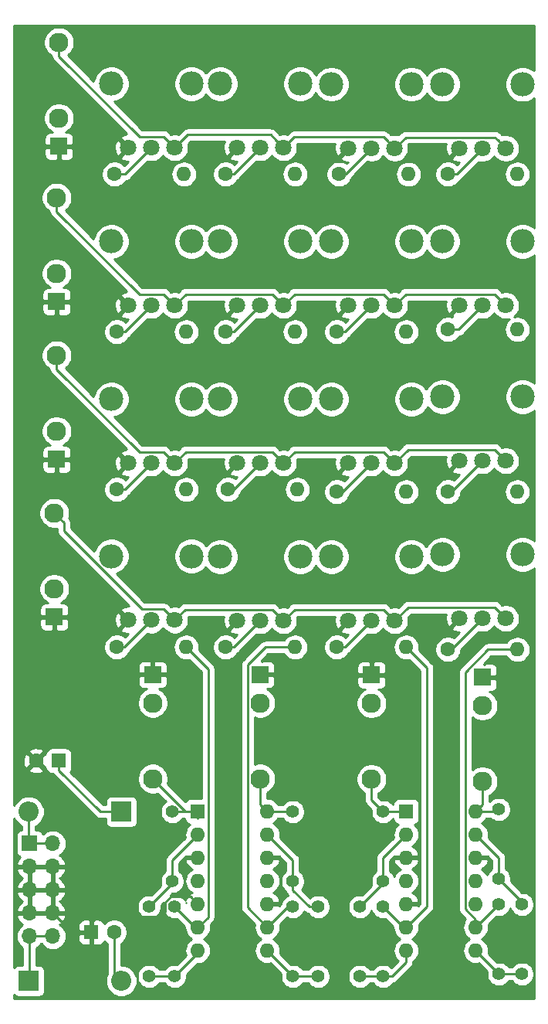
<source format=gtl>
G04 #@! TF.GenerationSoftware,KiCad,Pcbnew,(5.1.2-1)-1*
G04 #@! TF.CreationDate,2020-01-19T15:05:30+01:00*
G04 #@! TF.ProjectId,matrix-mixer,6d617472-6978-42d6-9d69-7865722e6b69,rev?*
G04 #@! TF.SameCoordinates,Original*
G04 #@! TF.FileFunction,Copper,L1,Top*
G04 #@! TF.FilePolarity,Positive*
%FSLAX46Y46*%
G04 Gerber Fmt 4.6, Leading zero omitted, Abs format (unit mm)*
G04 Created by KiCad (PCBNEW (5.1.2-1)-1) date 2020-01-19 15:05:30*
%MOMM*%
%LPD*%
G04 APERTURE LIST*
%ADD10O,1.600000X1.600000*%
%ADD11C,1.600000*%
%ADD12O,1.700000X1.700000*%
%ADD13R,1.700000X1.700000*%
%ADD14O,2.200000X2.200000*%
%ADD15R,2.200000X2.200000*%
%ADD16R,1.600000X1.600000*%
%ADD17C,1.803400*%
%ADD18C,2.667000*%
%ADD19C,1.397000*%
%ADD20C,2.130000*%
%ADD21R,1.930000X1.830000*%
%ADD22C,0.250000*%
%ADD23C,0.254000*%
G04 APERTURE END LIST*
D10*
X39878000Y-34036000D03*
D11*
X32258000Y-34036000D03*
D12*
X25476000Y-117520000D03*
X22936000Y-117520000D03*
X25476000Y-114980000D03*
X22936000Y-114980000D03*
X25476000Y-112440000D03*
X22936000Y-112440000D03*
X25476000Y-109900000D03*
X22936000Y-109900000D03*
X25476000Y-107360000D03*
D13*
X22936000Y-107360000D03*
D14*
X33020000Y-122428000D03*
D15*
X22860000Y-122428000D03*
D14*
X22860000Y-103886000D03*
D15*
X33020000Y-103886000D03*
D11*
X23662000Y-98298000D03*
D16*
X26162000Y-98298000D03*
D11*
X32218000Y-117094000D03*
D16*
X29718000Y-117094000D03*
D10*
X52070000Y-34036000D03*
D11*
X44450000Y-34036000D03*
D10*
X64516000Y-34039026D03*
D11*
X56896000Y-34039026D03*
D10*
X76454000Y-34036000D03*
D11*
X68834000Y-34036000D03*
D10*
X40132000Y-51308000D03*
D11*
X32512000Y-51308000D03*
D10*
X52070000Y-51308000D03*
D11*
X44450000Y-51308000D03*
D10*
X64262000Y-51308000D03*
D11*
X56642000Y-51308000D03*
D10*
X76454000Y-51054000D03*
D11*
X68834000Y-51054000D03*
D10*
X40132000Y-68580000D03*
D11*
X32512000Y-68580000D03*
D10*
X52324000Y-68580000D03*
D11*
X44704000Y-68580000D03*
D10*
X64262000Y-68834000D03*
D11*
X56642000Y-68834000D03*
D10*
X76454000Y-68834000D03*
D11*
X68834000Y-68834000D03*
D10*
X40132000Y-85852000D03*
D11*
X32512000Y-85852000D03*
D10*
X52070000Y-85852000D03*
D11*
X44450000Y-85852000D03*
D10*
X64262000Y-85852000D03*
D11*
X56642000Y-85852000D03*
D10*
X76454000Y-86106000D03*
D11*
X68834000Y-86106000D03*
D17*
X38862163Y-31142243D03*
X36322163Y-31142243D03*
X33782163Y-31142243D03*
D18*
X31927963Y-24131843D03*
X40716363Y-24131843D03*
D17*
X50800163Y-31142243D03*
X48260163Y-31142243D03*
X45720163Y-31142243D03*
D18*
X43865963Y-24131843D03*
X52654363Y-24131843D03*
D17*
X62992163Y-31183957D03*
X60452163Y-31183957D03*
X57912163Y-31183957D03*
D18*
X56057963Y-24173557D03*
X64846363Y-24173557D03*
D17*
X75184163Y-31204814D03*
X72644163Y-31204814D03*
X70104163Y-31204814D03*
D18*
X68249963Y-24194414D03*
X77038363Y-24194414D03*
D17*
X38862163Y-48414243D03*
X36322163Y-48414243D03*
X33782163Y-48414243D03*
D18*
X31927963Y-41403843D03*
X40716363Y-41403843D03*
D17*
X50800163Y-48414243D03*
X48260163Y-48414243D03*
X45720163Y-48414243D03*
D18*
X43865963Y-41403843D03*
X52654363Y-41403843D03*
D17*
X62992163Y-48414243D03*
X60452163Y-48414243D03*
X57912163Y-48414243D03*
D18*
X56057963Y-41403843D03*
X64846363Y-41403843D03*
D17*
X75184163Y-48414243D03*
X72644163Y-48414243D03*
X70104163Y-48414243D03*
D18*
X68249963Y-41403843D03*
X77038363Y-41403843D03*
D17*
X38862163Y-65686243D03*
X36322163Y-65686243D03*
X33782163Y-65686243D03*
D18*
X31927963Y-58675843D03*
X40716363Y-58675843D03*
D17*
X50800163Y-65686243D03*
X48260163Y-65686243D03*
X45720163Y-65686243D03*
D18*
X43865963Y-58675843D03*
X52654363Y-58675843D03*
D17*
X62992163Y-65686243D03*
X60452163Y-65686243D03*
X57912163Y-65686243D03*
D18*
X56057963Y-58675843D03*
X64846363Y-58675843D03*
D17*
X75184163Y-65432243D03*
X72644163Y-65432243D03*
X70104163Y-65432243D03*
D18*
X68249963Y-58421843D03*
X77038363Y-58421843D03*
D17*
X38862163Y-82882043D03*
X36322163Y-82882043D03*
X33782163Y-82882043D03*
D18*
X31927963Y-75871643D03*
X40716363Y-75871643D03*
D17*
X50800163Y-82958243D03*
X48260163Y-82958243D03*
X45720163Y-82958243D03*
D18*
X43865963Y-75947843D03*
X52654363Y-75947843D03*
D17*
X62992163Y-82958243D03*
X60452163Y-82958243D03*
X57912163Y-82958243D03*
D18*
X56057963Y-75947843D03*
X64846363Y-75947843D03*
D17*
X75184163Y-82704243D03*
X72644163Y-82704243D03*
X70104163Y-82704243D03*
D18*
X68249963Y-75693843D03*
X77038363Y-75693843D03*
D16*
X41402000Y-103836000D03*
D10*
X49022000Y-119076000D03*
X41402000Y-106376000D03*
X49022000Y-116536000D03*
X41402000Y-108916000D03*
X49022000Y-113996000D03*
X41402000Y-111456000D03*
X49022000Y-111456000D03*
X41402000Y-113996000D03*
X49022000Y-108916000D03*
X41402000Y-116536000D03*
X49022000Y-106376000D03*
X41402000Y-119076000D03*
X49022000Y-103836000D03*
D19*
X38862000Y-121920000D03*
X38862000Y-114300000D03*
X36068000Y-114300000D03*
X36068000Y-121920000D03*
X38608000Y-103886000D03*
X38608000Y-111506000D03*
X51816000Y-121920000D03*
X51816000Y-114300000D03*
X54610000Y-114300000D03*
X54610000Y-121920000D03*
X51816000Y-103886000D03*
X51816000Y-111506000D03*
X61722000Y-121920000D03*
X61722000Y-114300000D03*
X59182000Y-114300000D03*
X59182000Y-121920000D03*
X61722000Y-103886000D03*
X61722000Y-111506000D03*
X74422000Y-121666000D03*
X74422000Y-114046000D03*
X76962000Y-114046000D03*
X76962000Y-121666000D03*
X74422000Y-103632000D03*
X74422000Y-111252000D03*
D16*
X64262000Y-103836000D03*
D10*
X71882000Y-119076000D03*
X64262000Y-106376000D03*
X71882000Y-116536000D03*
X64262000Y-108916000D03*
X71882000Y-113996000D03*
X64262000Y-111456000D03*
X71882000Y-111456000D03*
X64262000Y-113996000D03*
X71882000Y-108916000D03*
X64262000Y-116536000D03*
X71882000Y-106376000D03*
X64262000Y-119076000D03*
X71882000Y-103836000D03*
D20*
X26162000Y-19588000D03*
D21*
X26162000Y-30988000D03*
D20*
X26162000Y-27888000D03*
X25908000Y-36606000D03*
D21*
X25908000Y-48006000D03*
D20*
X25908000Y-44906000D03*
X25908000Y-53878000D03*
D21*
X25908000Y-65278000D03*
D20*
X25908000Y-62178000D03*
X25654000Y-71150000D03*
D21*
X25654000Y-82550000D03*
D20*
X25654000Y-79450000D03*
X36450000Y-100256000D03*
D21*
X36450000Y-88856000D03*
D20*
X36450000Y-91956000D03*
X48260000Y-100256000D03*
D21*
X48260000Y-88856000D03*
D20*
X48260000Y-91956000D03*
X60452000Y-100300000D03*
D21*
X60452000Y-88900000D03*
D20*
X60452000Y-92000000D03*
X72644000Y-100554000D03*
D21*
X72644000Y-89154000D03*
D20*
X72644000Y-92254000D03*
D22*
X31670000Y-103886000D02*
X33020000Y-103886000D01*
X30700000Y-103886000D02*
X31670000Y-103886000D01*
X26162000Y-99348000D02*
X30700000Y-103886000D01*
X26162000Y-98298000D02*
X26162000Y-99348000D01*
X27590000Y-117094000D02*
X25476000Y-114980000D01*
X29718000Y-117094000D02*
X27590000Y-117094000D01*
X40602001Y-113196001D02*
X41402000Y-113996000D01*
X38451217Y-113196001D02*
X40602001Y-113196001D01*
X37838499Y-113808719D02*
X38451217Y-113196001D01*
X37838499Y-114791281D02*
X37838499Y-113808719D01*
X37306279Y-115323501D02*
X37838499Y-114791281D01*
X30438499Y-115323501D02*
X37306279Y-115323501D01*
X29718000Y-116044000D02*
X30438499Y-115323501D01*
X29718000Y-117094000D02*
X29718000Y-116044000D01*
X32218000Y-121626000D02*
X33020000Y-122428000D01*
X32218000Y-117094000D02*
X32218000Y-121626000D01*
X22860000Y-107284000D02*
X22936000Y-107360000D01*
X22860000Y-103886000D02*
X22860000Y-107284000D01*
X22936000Y-107360000D02*
X25476000Y-107360000D01*
X22936000Y-117520000D02*
X25476000Y-117520000D01*
X22936000Y-122352000D02*
X22860000Y-122428000D01*
X22936000Y-117520000D02*
X22936000Y-122352000D01*
X33428406Y-34036000D02*
X32258000Y-34036000D01*
X36322163Y-31142243D02*
X33428406Y-34036000D01*
X45366406Y-34036000D02*
X44450000Y-34036000D01*
X48260163Y-31142243D02*
X45366406Y-34036000D01*
X57597094Y-34039026D02*
X56896000Y-34039026D01*
X60452163Y-31183957D02*
X57597094Y-34039026D01*
X69812977Y-34036000D02*
X68834000Y-34036000D01*
X72644163Y-31204814D02*
X69812977Y-34036000D01*
X33428406Y-51308000D02*
X32512000Y-51308000D01*
X36322163Y-48414243D02*
X33428406Y-51308000D01*
X45366406Y-51308000D02*
X44450000Y-51308000D01*
X48260163Y-48414243D02*
X45366406Y-51308000D01*
X57558406Y-51308000D02*
X56642000Y-51308000D01*
X60452163Y-48414243D02*
X57558406Y-51308000D01*
X70004406Y-51054000D02*
X68834000Y-51054000D01*
X72644163Y-48414243D02*
X70004406Y-51054000D01*
X33428406Y-68580000D02*
X32512000Y-68580000D01*
X36322163Y-65686243D02*
X33428406Y-68580000D01*
X45366406Y-68580000D02*
X44704000Y-68580000D01*
X48260163Y-65686243D02*
X45366406Y-68580000D01*
X57304406Y-68834000D02*
X56642000Y-68834000D01*
X60452163Y-65686243D02*
X57304406Y-68834000D01*
X69242406Y-68834000D02*
X68834000Y-68834000D01*
X72644163Y-65432243D02*
X69242406Y-68834000D01*
X33352206Y-85852000D02*
X32512000Y-85852000D01*
X36322163Y-82882043D02*
X33352206Y-85852000D01*
X45366406Y-85852000D02*
X44450000Y-85852000D01*
X48260163Y-82958243D02*
X45366406Y-85852000D01*
X57558406Y-85852000D02*
X56642000Y-85852000D01*
X60452163Y-82958243D02*
X57558406Y-85852000D01*
X69242406Y-86106000D02*
X68834000Y-86106000D01*
X72644163Y-82704243D02*
X69242406Y-86106000D01*
X51816000Y-109170000D02*
X51816000Y-111506000D01*
X49022000Y-106376000D02*
X51816000Y-109170000D01*
X54610000Y-114300000D02*
X54864000Y-114300000D01*
X53622172Y-114300000D02*
X54610000Y-114300000D01*
X51816000Y-112493828D02*
X53622172Y-114300000D01*
X51816000Y-111506000D02*
X51816000Y-112493828D01*
X40931999Y-86651999D02*
X40132000Y-85852000D01*
X42527001Y-88247001D02*
X40931999Y-86651999D01*
X42527001Y-115410999D02*
X42527001Y-88247001D01*
X41402000Y-116536000D02*
X42527001Y-115410999D01*
X41098000Y-116536000D02*
X41402000Y-116536000D01*
X38862000Y-114300000D02*
X41098000Y-116536000D01*
X51816000Y-121870000D02*
X51816000Y-121920000D01*
X49022000Y-119076000D02*
X51816000Y-121870000D01*
X51816000Y-121920000D02*
X54864000Y-121920000D01*
X40030000Y-103836000D02*
X41402000Y-103836000D01*
X36450000Y-100256000D02*
X40030000Y-103836000D01*
X41402000Y-104648000D02*
X41402000Y-103836000D01*
X41352000Y-103886000D02*
X41402000Y-103836000D01*
X38608000Y-103886000D02*
X41352000Y-103886000D01*
X38608000Y-111760000D02*
X38608000Y-111506000D01*
X36068000Y-114300000D02*
X38608000Y-111760000D01*
X38608000Y-109170000D02*
X38608000Y-111506000D01*
X41402000Y-106376000D02*
X38608000Y-109170000D01*
X51258000Y-114300000D02*
X51816000Y-114300000D01*
X49022000Y-116536000D02*
X51258000Y-114300000D01*
X46869999Y-87780999D02*
X48798998Y-85852000D01*
X48798998Y-85852000D02*
X50938630Y-85852000D01*
X46869999Y-114383999D02*
X46869999Y-87780999D01*
X50938630Y-85852000D02*
X52070000Y-85852000D01*
X49022000Y-116536000D02*
X46869999Y-114383999D01*
X40944000Y-118618000D02*
X41402000Y-119076000D01*
X36068000Y-121920000D02*
X38862000Y-121920000D01*
X41402000Y-119380000D02*
X41402000Y-119076000D01*
X38862000Y-121920000D02*
X41402000Y-119380000D01*
X48260000Y-103074000D02*
X49022000Y-103836000D01*
X48260000Y-100256000D02*
X48260000Y-103074000D01*
X51766000Y-103836000D02*
X51816000Y-103886000D01*
X49022000Y-103836000D02*
X51766000Y-103836000D01*
X60452000Y-102616000D02*
X61722000Y-103886000D01*
X60452000Y-100300000D02*
X60452000Y-102616000D01*
X64212000Y-103886000D02*
X64262000Y-103836000D01*
X61722000Y-103886000D02*
X64212000Y-103886000D01*
X74422000Y-121616000D02*
X74422000Y-121666000D01*
X71882000Y-119076000D02*
X74422000Y-121616000D01*
X76962000Y-121666000D02*
X74422000Y-121666000D01*
X61722000Y-108916000D02*
X61722000Y-111506000D01*
X64262000Y-106376000D02*
X61722000Y-108916000D01*
X61722000Y-111760000D02*
X61722000Y-111506000D01*
X59182000Y-114300000D02*
X61722000Y-111760000D01*
X74372000Y-114046000D02*
X74422000Y-114046000D01*
X71882000Y-116536000D02*
X74372000Y-114046000D01*
X75322630Y-86106000D02*
X76454000Y-86106000D01*
X73226998Y-86106000D02*
X75322630Y-86106000D01*
X70756999Y-88575999D02*
X73226998Y-86106000D01*
X70756999Y-114536001D02*
X70756999Y-88575999D01*
X71882000Y-115661002D02*
X70756999Y-114536001D01*
X71882000Y-116536000D02*
X71882000Y-115661002D01*
X63958000Y-116536000D02*
X64262000Y-116536000D01*
X61722000Y-114300000D02*
X63958000Y-116536000D01*
X65061999Y-86651999D02*
X64262000Y-85852000D01*
X66548000Y-114250000D02*
X66548000Y-88138000D01*
X66548000Y-88138000D02*
X65061999Y-86651999D01*
X64262000Y-116536000D02*
X66548000Y-114250000D01*
X74422000Y-108916000D02*
X74422000Y-111252000D01*
X71882000Y-106376000D02*
X74422000Y-108916000D01*
X76962000Y-113792000D02*
X76962000Y-114046000D01*
X74422000Y-111252000D02*
X76962000Y-113792000D01*
X59182000Y-121920000D02*
X61722000Y-121920000D01*
X64262000Y-120207370D02*
X64262000Y-119076000D01*
X64262000Y-120367828D02*
X64262000Y-120207370D01*
X62709828Y-121920000D02*
X64262000Y-120367828D01*
X61722000Y-121920000D02*
X62709828Y-121920000D01*
X72644000Y-103074000D02*
X71882000Y-103836000D01*
X72644000Y-100554000D02*
X72644000Y-103074000D01*
X74218000Y-103836000D02*
X74422000Y-103632000D01*
X71882000Y-103836000D02*
X74218000Y-103836000D01*
X37960464Y-30240544D02*
X38862163Y-31142243D01*
X34983405Y-29915542D02*
X37635462Y-29915542D01*
X37635462Y-29915542D02*
X37960464Y-30240544D01*
X26162000Y-21094137D02*
X34983405Y-29915542D01*
X26162000Y-19588000D02*
X26162000Y-21094137D01*
X49898464Y-30240544D02*
X50800163Y-31142243D01*
X49375920Y-29718000D02*
X49898464Y-30240544D01*
X40286406Y-29718000D02*
X49375920Y-29718000D01*
X38862163Y-31142243D02*
X40286406Y-29718000D01*
X51985150Y-29957256D02*
X61765462Y-29957256D01*
X62090464Y-30282258D02*
X62992163Y-31183957D01*
X61765462Y-29957256D02*
X62090464Y-30282258D01*
X50800163Y-31142243D02*
X51985150Y-29957256D01*
X73957462Y-29978113D02*
X74282464Y-30303115D01*
X64198007Y-29978113D02*
X73957462Y-29978113D01*
X74282464Y-30303115D02*
X75184163Y-31204814D01*
X62992163Y-31183957D02*
X64198007Y-29978113D01*
X37635462Y-47187542D02*
X37960464Y-47512544D01*
X37960464Y-47512544D02*
X38862163Y-48414243D01*
X34983405Y-47187542D02*
X37635462Y-47187542D01*
X25908000Y-38112137D02*
X34983405Y-47187542D01*
X25908000Y-36606000D02*
X25908000Y-38112137D01*
X49898464Y-47512544D02*
X50800163Y-48414243D01*
X49573462Y-47187542D02*
X49898464Y-47512544D01*
X40088864Y-47187542D02*
X49573462Y-47187542D01*
X38862163Y-48414243D02*
X40088864Y-47187542D01*
X62090464Y-47512544D02*
X62992163Y-48414243D01*
X61765462Y-47187542D02*
X62090464Y-47512544D01*
X52026864Y-47187542D02*
X61765462Y-47187542D01*
X50800163Y-48414243D02*
X52026864Y-47187542D01*
X74282464Y-47512544D02*
X75184163Y-48414243D01*
X64218864Y-47187542D02*
X73957462Y-47187542D01*
X73957462Y-47187542D02*
X74282464Y-47512544D01*
X62992163Y-48414243D02*
X64218864Y-47187542D01*
X37960464Y-64784544D02*
X38862163Y-65686243D01*
X34983405Y-64459542D02*
X37635462Y-64459542D01*
X37635462Y-64459542D02*
X37960464Y-64784544D01*
X25908000Y-55384137D02*
X34983405Y-64459542D01*
X25908000Y-53878000D02*
X25908000Y-55384137D01*
X62090464Y-64784544D02*
X62992163Y-65686243D01*
X61765462Y-64459542D02*
X62090464Y-64784544D01*
X52026864Y-64459542D02*
X61765462Y-64459542D01*
X50800163Y-65686243D02*
X52026864Y-64459542D01*
X49898464Y-64784544D02*
X50800163Y-65686243D01*
X49573462Y-64459542D02*
X49898464Y-64784544D01*
X47671346Y-64459542D02*
X49573462Y-64459542D01*
X47614888Y-64516000D02*
X47671346Y-64459542D01*
X46990000Y-64516000D02*
X47614888Y-64516000D01*
X46933542Y-64459542D02*
X46990000Y-64516000D01*
X40088864Y-64459542D02*
X46933542Y-64459542D01*
X38862163Y-65686243D02*
X40088864Y-64459542D01*
X74282464Y-64530544D02*
X75184163Y-65432243D01*
X64472864Y-64205542D02*
X73957462Y-64205542D01*
X73957462Y-64205542D02*
X74282464Y-64530544D01*
X62992163Y-65686243D02*
X64472864Y-64205542D01*
X37960464Y-81980344D02*
X38862163Y-82882043D01*
X35257080Y-81655342D02*
X37635462Y-81655342D01*
X26718999Y-73117261D02*
X35257080Y-81655342D01*
X26718999Y-72214999D02*
X26718999Y-73117261D01*
X37635462Y-81655342D02*
X37960464Y-81980344D01*
X25654000Y-71150000D02*
X26718999Y-72214999D01*
X49573462Y-81731542D02*
X49898464Y-82056544D01*
X40012664Y-81731542D02*
X49573462Y-81731542D01*
X49898464Y-82056544D02*
X50800163Y-82958243D01*
X38862163Y-82882043D02*
X40012664Y-81731542D01*
X62090464Y-82056544D02*
X62992163Y-82958243D01*
X61765462Y-81731542D02*
X62090464Y-82056544D01*
X52026864Y-81731542D02*
X61765462Y-81731542D01*
X50800163Y-82958243D02*
X52026864Y-81731542D01*
X74282464Y-81802544D02*
X75184163Y-82704243D01*
X64472864Y-81477542D02*
X73957462Y-81477542D01*
X73957462Y-81477542D02*
X74282464Y-81802544D01*
X62992163Y-82958243D02*
X64472864Y-81477542D01*
D23*
G36*
X78309000Y-22681171D02*
G01*
X78293209Y-22665380D01*
X77970798Y-22449952D01*
X77612553Y-22301562D01*
X77232243Y-22225914D01*
X76844483Y-22225914D01*
X76464173Y-22301562D01*
X76105928Y-22449952D01*
X75783517Y-22665380D01*
X75509329Y-22939568D01*
X75293901Y-23261979D01*
X75145511Y-23620224D01*
X75069863Y-24000534D01*
X75069863Y-24388294D01*
X75145511Y-24768604D01*
X75293901Y-25126849D01*
X75509329Y-25449260D01*
X75783517Y-25723448D01*
X76105928Y-25938876D01*
X76464173Y-26087266D01*
X76844483Y-26162914D01*
X77232243Y-26162914D01*
X77612553Y-26087266D01*
X77970798Y-25938876D01*
X78293209Y-25723448D01*
X78309000Y-25707657D01*
X78309000Y-39890600D01*
X78293209Y-39874809D01*
X77970798Y-39659381D01*
X77612553Y-39510991D01*
X77232243Y-39435343D01*
X76844483Y-39435343D01*
X76464173Y-39510991D01*
X76105928Y-39659381D01*
X75783517Y-39874809D01*
X75509329Y-40148997D01*
X75293901Y-40471408D01*
X75145511Y-40829653D01*
X75069863Y-41209963D01*
X75069863Y-41597723D01*
X75145511Y-41978033D01*
X75293901Y-42336278D01*
X75509329Y-42658689D01*
X75783517Y-42932877D01*
X76105928Y-43148305D01*
X76464173Y-43296695D01*
X76844483Y-43372343D01*
X77232243Y-43372343D01*
X77612553Y-43296695D01*
X77970798Y-43148305D01*
X78293209Y-42932877D01*
X78309000Y-42917086D01*
X78309000Y-56908600D01*
X78293209Y-56892809D01*
X77970798Y-56677381D01*
X77612553Y-56528991D01*
X77232243Y-56453343D01*
X76844483Y-56453343D01*
X76464173Y-56528991D01*
X76105928Y-56677381D01*
X75783517Y-56892809D01*
X75509329Y-57166997D01*
X75293901Y-57489408D01*
X75145511Y-57847653D01*
X75069863Y-58227963D01*
X75069863Y-58615723D01*
X75145511Y-58996033D01*
X75293901Y-59354278D01*
X75509329Y-59676689D01*
X75783517Y-59950877D01*
X76105928Y-60166305D01*
X76464173Y-60314695D01*
X76844483Y-60390343D01*
X77232243Y-60390343D01*
X77612553Y-60314695D01*
X77970798Y-60166305D01*
X78293209Y-59950877D01*
X78309000Y-59935086D01*
X78309001Y-74180601D01*
X78293209Y-74164809D01*
X77970798Y-73949381D01*
X77612553Y-73800991D01*
X77232243Y-73725343D01*
X76844483Y-73725343D01*
X76464173Y-73800991D01*
X76105928Y-73949381D01*
X75783517Y-74164809D01*
X75509329Y-74438997D01*
X75293901Y-74761408D01*
X75145511Y-75119653D01*
X75069863Y-75499963D01*
X75069863Y-75887723D01*
X75145511Y-76268033D01*
X75293901Y-76626278D01*
X75509329Y-76948689D01*
X75783517Y-77222877D01*
X76105928Y-77438305D01*
X76464173Y-77586695D01*
X76844483Y-77662343D01*
X77232243Y-77662343D01*
X77612553Y-77586695D01*
X77970798Y-77438305D01*
X78293209Y-77222877D01*
X78309001Y-77207085D01*
X78309001Y-124333000D01*
X21259000Y-124333000D01*
X21259000Y-123918485D01*
X21308815Y-123979185D01*
X21405506Y-124058537D01*
X21515820Y-124117502D01*
X21635518Y-124153812D01*
X21760000Y-124166072D01*
X23960000Y-124166072D01*
X24084482Y-124153812D01*
X24204180Y-124117502D01*
X24314494Y-124058537D01*
X24411185Y-123979185D01*
X24490537Y-123882494D01*
X24549502Y-123772180D01*
X24585812Y-123652482D01*
X24598072Y-123528000D01*
X24598072Y-121328000D01*
X24585812Y-121203518D01*
X24549502Y-121083820D01*
X24490537Y-120973506D01*
X24411185Y-120876815D01*
X24314494Y-120797463D01*
X24204180Y-120738498D01*
X24084482Y-120702188D01*
X23960000Y-120689928D01*
X23696000Y-120689928D01*
X23696000Y-118797595D01*
X23765014Y-118760706D01*
X23991134Y-118575134D01*
X24176706Y-118349014D01*
X24206000Y-118294209D01*
X24235294Y-118349014D01*
X24420866Y-118575134D01*
X24646986Y-118760706D01*
X24904966Y-118898599D01*
X25184889Y-118983513D01*
X25403050Y-119005000D01*
X25548950Y-119005000D01*
X25767111Y-118983513D01*
X26047034Y-118898599D01*
X26305014Y-118760706D01*
X26531134Y-118575134D01*
X26716706Y-118349014D01*
X26854599Y-118091034D01*
X26914368Y-117894000D01*
X28279928Y-117894000D01*
X28292188Y-118018482D01*
X28328498Y-118138180D01*
X28387463Y-118248494D01*
X28466815Y-118345185D01*
X28563506Y-118424537D01*
X28673820Y-118483502D01*
X28793518Y-118519812D01*
X28918000Y-118532072D01*
X29432250Y-118529000D01*
X29591000Y-118370250D01*
X29591000Y-117221000D01*
X28441750Y-117221000D01*
X28283000Y-117379750D01*
X28279928Y-117894000D01*
X26914368Y-117894000D01*
X26939513Y-117811111D01*
X26968185Y-117520000D01*
X26939513Y-117228889D01*
X26854599Y-116948966D01*
X26716706Y-116690986D01*
X26531134Y-116464866D01*
X26322934Y-116294000D01*
X28279928Y-116294000D01*
X28283000Y-116808250D01*
X28441750Y-116967000D01*
X29591000Y-116967000D01*
X29591000Y-115817750D01*
X29845000Y-115817750D01*
X29845000Y-116967000D01*
X29865000Y-116967000D01*
X29865000Y-117221000D01*
X29845000Y-117221000D01*
X29845000Y-118370250D01*
X30003750Y-118529000D01*
X30518000Y-118532072D01*
X30642482Y-118519812D01*
X30762180Y-118483502D01*
X30872494Y-118424537D01*
X30969185Y-118345185D01*
X31048537Y-118248494D01*
X31107502Y-118138180D01*
X31136661Y-118042057D01*
X31303241Y-118208637D01*
X31458000Y-118312044D01*
X31458001Y-121588668D01*
X31454324Y-121626000D01*
X31458001Y-121663333D01*
X31458534Y-121668747D01*
X31409314Y-121760832D01*
X31310105Y-122087881D01*
X31276606Y-122428000D01*
X31310105Y-122768119D01*
X31409314Y-123095168D01*
X31570421Y-123396578D01*
X31787234Y-123660766D01*
X32051422Y-123877579D01*
X32352832Y-124038686D01*
X32679881Y-124137895D01*
X32934775Y-124163000D01*
X33105225Y-124163000D01*
X33360119Y-124137895D01*
X33687168Y-124038686D01*
X33988578Y-123877579D01*
X34252766Y-123660766D01*
X34469579Y-123396578D01*
X34630686Y-123095168D01*
X34729895Y-122768119D01*
X34763394Y-122428000D01*
X34729895Y-122087881D01*
X34630686Y-121760832D01*
X34469579Y-121459422D01*
X34252766Y-121195234D01*
X33988578Y-120978421D01*
X33687168Y-120817314D01*
X33360119Y-120718105D01*
X33105225Y-120693000D01*
X32978000Y-120693000D01*
X32978000Y-118312043D01*
X33132759Y-118208637D01*
X33332637Y-118008759D01*
X33489680Y-117773727D01*
X33597853Y-117512574D01*
X33653000Y-117235335D01*
X33653000Y-116952665D01*
X33597853Y-116675426D01*
X33489680Y-116414273D01*
X33332637Y-116179241D01*
X33132759Y-115979363D01*
X32897727Y-115822320D01*
X32636574Y-115714147D01*
X32359335Y-115659000D01*
X32076665Y-115659000D01*
X31799426Y-115714147D01*
X31538273Y-115822320D01*
X31303241Y-115979363D01*
X31136661Y-116145943D01*
X31107502Y-116049820D01*
X31048537Y-115939506D01*
X30969185Y-115842815D01*
X30872494Y-115763463D01*
X30762180Y-115704498D01*
X30642482Y-115668188D01*
X30518000Y-115655928D01*
X30003750Y-115659000D01*
X29845000Y-115817750D01*
X29591000Y-115817750D01*
X29432250Y-115659000D01*
X28918000Y-115655928D01*
X28793518Y-115668188D01*
X28673820Y-115704498D01*
X28563506Y-115763463D01*
X28466815Y-115842815D01*
X28387463Y-115939506D01*
X28328498Y-116049820D01*
X28292188Y-116169518D01*
X28279928Y-116294000D01*
X26322934Y-116294000D01*
X26305014Y-116279294D01*
X26240477Y-116244799D01*
X26357355Y-116175178D01*
X26573588Y-115980269D01*
X26747641Y-115746920D01*
X26872825Y-115484099D01*
X26917476Y-115336890D01*
X26796155Y-115107000D01*
X25603000Y-115107000D01*
X25603000Y-115127000D01*
X25349000Y-115127000D01*
X25349000Y-115107000D01*
X23063000Y-115107000D01*
X23063000Y-115127000D01*
X22809000Y-115127000D01*
X22809000Y-115107000D01*
X21615845Y-115107000D01*
X21494524Y-115336890D01*
X21539175Y-115484099D01*
X21664359Y-115746920D01*
X21838412Y-115980269D01*
X22054645Y-116175178D01*
X22171523Y-116244799D01*
X22106986Y-116279294D01*
X21880866Y-116464866D01*
X21695294Y-116690986D01*
X21557401Y-116948966D01*
X21472487Y-117228889D01*
X21443815Y-117520000D01*
X21472487Y-117811111D01*
X21557401Y-118091034D01*
X21695294Y-118349014D01*
X21880866Y-118575134D01*
X22106986Y-118760706D01*
X22176000Y-118797595D01*
X22176001Y-120689928D01*
X21760000Y-120689928D01*
X21635518Y-120702188D01*
X21515820Y-120738498D01*
X21405506Y-120797463D01*
X21308815Y-120876815D01*
X21259000Y-120937515D01*
X21259000Y-112796890D01*
X21494524Y-112796890D01*
X21539175Y-112944099D01*
X21664359Y-113206920D01*
X21838412Y-113440269D01*
X22054645Y-113635178D01*
X22180255Y-113710000D01*
X22054645Y-113784822D01*
X21838412Y-113979731D01*
X21664359Y-114213080D01*
X21539175Y-114475901D01*
X21494524Y-114623110D01*
X21615845Y-114853000D01*
X22809000Y-114853000D01*
X22809000Y-112567000D01*
X23063000Y-112567000D01*
X23063000Y-114853000D01*
X25349000Y-114853000D01*
X25349000Y-112567000D01*
X25603000Y-112567000D01*
X25603000Y-114853000D01*
X26796155Y-114853000D01*
X26917476Y-114623110D01*
X26872825Y-114475901D01*
X26747641Y-114213080D01*
X26714510Y-114168662D01*
X34734500Y-114168662D01*
X34734500Y-114431338D01*
X34785746Y-114688968D01*
X34886268Y-114931649D01*
X35032203Y-115150057D01*
X35217943Y-115335797D01*
X35436351Y-115481732D01*
X35679032Y-115582254D01*
X35936662Y-115633500D01*
X36199338Y-115633500D01*
X36456968Y-115582254D01*
X36699649Y-115481732D01*
X36918057Y-115335797D01*
X37103797Y-115150057D01*
X37249732Y-114931649D01*
X37350254Y-114688968D01*
X37401500Y-114431338D01*
X37401500Y-114168662D01*
X37380369Y-114062432D01*
X37613670Y-113829131D01*
X37579746Y-113911032D01*
X37528500Y-114168662D01*
X37528500Y-114431338D01*
X37579746Y-114688968D01*
X37680268Y-114931649D01*
X37826203Y-115150057D01*
X38011943Y-115335797D01*
X38230351Y-115481732D01*
X38473032Y-115582254D01*
X38730662Y-115633500D01*
X38993338Y-115633500D01*
X39099568Y-115612369D01*
X39965718Y-116478520D01*
X39960057Y-116536000D01*
X39987764Y-116817309D01*
X40069818Y-117087808D01*
X40203068Y-117337101D01*
X40382392Y-117555608D01*
X40600899Y-117734932D01*
X40733858Y-117806000D01*
X40600899Y-117877068D01*
X40382392Y-118056392D01*
X40203068Y-118274899D01*
X40069818Y-118524192D01*
X39987764Y-118794691D01*
X39960057Y-119076000D01*
X39987764Y-119357309D01*
X40069818Y-119627808D01*
X40073152Y-119634046D01*
X39099568Y-120607631D01*
X38993338Y-120586500D01*
X38730662Y-120586500D01*
X38473032Y-120637746D01*
X38230351Y-120738268D01*
X38011943Y-120884203D01*
X37826203Y-121069943D01*
X37766029Y-121160000D01*
X37163971Y-121160000D01*
X37103797Y-121069943D01*
X36918057Y-120884203D01*
X36699649Y-120738268D01*
X36456968Y-120637746D01*
X36199338Y-120586500D01*
X35936662Y-120586500D01*
X35679032Y-120637746D01*
X35436351Y-120738268D01*
X35217943Y-120884203D01*
X35032203Y-121069943D01*
X34886268Y-121288351D01*
X34785746Y-121531032D01*
X34734500Y-121788662D01*
X34734500Y-122051338D01*
X34785746Y-122308968D01*
X34886268Y-122551649D01*
X35032203Y-122770057D01*
X35217943Y-122955797D01*
X35436351Y-123101732D01*
X35679032Y-123202254D01*
X35936662Y-123253500D01*
X36199338Y-123253500D01*
X36456968Y-123202254D01*
X36699649Y-123101732D01*
X36918057Y-122955797D01*
X37103797Y-122770057D01*
X37163971Y-122680000D01*
X37766029Y-122680000D01*
X37826203Y-122770057D01*
X38011943Y-122955797D01*
X38230351Y-123101732D01*
X38473032Y-123202254D01*
X38730662Y-123253500D01*
X38993338Y-123253500D01*
X39250968Y-123202254D01*
X39493649Y-123101732D01*
X39712057Y-122955797D01*
X39897797Y-122770057D01*
X40043732Y-122551649D01*
X40144254Y-122308968D01*
X40195500Y-122051338D01*
X40195500Y-121788662D01*
X40174369Y-121682432D01*
X41345803Y-120511000D01*
X41472492Y-120511000D01*
X41683309Y-120490236D01*
X41953808Y-120408182D01*
X42203101Y-120274932D01*
X42421608Y-120095608D01*
X42600932Y-119877101D01*
X42734182Y-119627808D01*
X42816236Y-119357309D01*
X42843943Y-119076000D01*
X42816236Y-118794691D01*
X42734182Y-118524192D01*
X42600932Y-118274899D01*
X42421608Y-118056392D01*
X42203101Y-117877068D01*
X42070142Y-117806000D01*
X42203101Y-117734932D01*
X42421608Y-117555608D01*
X42600932Y-117337101D01*
X42734182Y-117087808D01*
X42816236Y-116817309D01*
X42843943Y-116536000D01*
X42816236Y-116254691D01*
X42802708Y-116210094D01*
X43038005Y-115974797D01*
X43067002Y-115951000D01*
X43161975Y-115835275D01*
X43232547Y-115703246D01*
X43276004Y-115559985D01*
X43287001Y-115448332D01*
X43287001Y-115448324D01*
X43290677Y-115410999D01*
X43287001Y-115373674D01*
X43287001Y-88284323D01*
X43290677Y-88247000D01*
X43287001Y-88209677D01*
X43287001Y-88209668D01*
X43276004Y-88098015D01*
X43232547Y-87954754D01*
X43161975Y-87822725D01*
X43133325Y-87787815D01*
X43127732Y-87780999D01*
X46106323Y-87780999D01*
X46110000Y-87818332D01*
X46109999Y-114346677D01*
X46106323Y-114383999D01*
X46109999Y-114421321D01*
X46109999Y-114421331D01*
X46120996Y-114532984D01*
X46148335Y-114623110D01*
X46164453Y-114676245D01*
X46235025Y-114808275D01*
X46251416Y-114828247D01*
X46329998Y-114924000D01*
X46359002Y-114947803D01*
X47621292Y-116210094D01*
X47607764Y-116254691D01*
X47580057Y-116536000D01*
X47607764Y-116817309D01*
X47689818Y-117087808D01*
X47823068Y-117337101D01*
X48002392Y-117555608D01*
X48220899Y-117734932D01*
X48353858Y-117806000D01*
X48220899Y-117877068D01*
X48002392Y-118056392D01*
X47823068Y-118274899D01*
X47689818Y-118524192D01*
X47607764Y-118794691D01*
X47580057Y-119076000D01*
X47607764Y-119357309D01*
X47689818Y-119627808D01*
X47823068Y-119877101D01*
X48002392Y-120095608D01*
X48220899Y-120274932D01*
X48470192Y-120408182D01*
X48740691Y-120490236D01*
X48951508Y-120511000D01*
X49092492Y-120511000D01*
X49303309Y-120490236D01*
X49347906Y-120476708D01*
X50511926Y-121640728D01*
X50482500Y-121788662D01*
X50482500Y-122051338D01*
X50533746Y-122308968D01*
X50634268Y-122551649D01*
X50780203Y-122770057D01*
X50965943Y-122955797D01*
X51184351Y-123101732D01*
X51427032Y-123202254D01*
X51684662Y-123253500D01*
X51947338Y-123253500D01*
X52204968Y-123202254D01*
X52447649Y-123101732D01*
X52666057Y-122955797D01*
X52851797Y-122770057D01*
X52911971Y-122680000D01*
X53514029Y-122680000D01*
X53574203Y-122770057D01*
X53759943Y-122955797D01*
X53978351Y-123101732D01*
X54221032Y-123202254D01*
X54478662Y-123253500D01*
X54741338Y-123253500D01*
X54998968Y-123202254D01*
X55241649Y-123101732D01*
X55460057Y-122955797D01*
X55645797Y-122770057D01*
X55791732Y-122551649D01*
X55892254Y-122308968D01*
X55943500Y-122051338D01*
X55943500Y-121788662D01*
X55892254Y-121531032D01*
X55791732Y-121288351D01*
X55645797Y-121069943D01*
X55460057Y-120884203D01*
X55241649Y-120738268D01*
X54998968Y-120637746D01*
X54741338Y-120586500D01*
X54478662Y-120586500D01*
X54221032Y-120637746D01*
X53978351Y-120738268D01*
X53759943Y-120884203D01*
X53574203Y-121069943D01*
X53514029Y-121160000D01*
X52911971Y-121160000D01*
X52851797Y-121069943D01*
X52666057Y-120884203D01*
X52447649Y-120738268D01*
X52204968Y-120637746D01*
X51947338Y-120586500D01*
X51684662Y-120586500D01*
X51620137Y-120599335D01*
X50422708Y-119401906D01*
X50436236Y-119357309D01*
X50463943Y-119076000D01*
X50436236Y-118794691D01*
X50354182Y-118524192D01*
X50220932Y-118274899D01*
X50041608Y-118056392D01*
X49823101Y-117877068D01*
X49690142Y-117806000D01*
X49823101Y-117734932D01*
X50041608Y-117555608D01*
X50220932Y-117337101D01*
X50354182Y-117087808D01*
X50436236Y-116817309D01*
X50463943Y-116536000D01*
X50436236Y-116254691D01*
X50422708Y-116210094D01*
X51164400Y-115468401D01*
X51184351Y-115481732D01*
X51427032Y-115582254D01*
X51684662Y-115633500D01*
X51947338Y-115633500D01*
X52204968Y-115582254D01*
X52447649Y-115481732D01*
X52666057Y-115335797D01*
X52851797Y-115150057D01*
X52997732Y-114931649D01*
X53050830Y-114803460D01*
X53058372Y-114811002D01*
X53082171Y-114840001D01*
X53111169Y-114863799D01*
X53197895Y-114934974D01*
X53294710Y-114986723D01*
X53329925Y-115005546D01*
X53473186Y-115049003D01*
X53509041Y-115052534D01*
X53574203Y-115150057D01*
X53759943Y-115335797D01*
X53978351Y-115481732D01*
X54221032Y-115582254D01*
X54478662Y-115633500D01*
X54741338Y-115633500D01*
X54998968Y-115582254D01*
X55241649Y-115481732D01*
X55460057Y-115335797D01*
X55645797Y-115150057D01*
X55791732Y-114931649D01*
X55892254Y-114688968D01*
X55943500Y-114431338D01*
X55943500Y-114168662D01*
X57848500Y-114168662D01*
X57848500Y-114431338D01*
X57899746Y-114688968D01*
X58000268Y-114931649D01*
X58146203Y-115150057D01*
X58331943Y-115335797D01*
X58550351Y-115481732D01*
X58793032Y-115582254D01*
X59050662Y-115633500D01*
X59313338Y-115633500D01*
X59570968Y-115582254D01*
X59813649Y-115481732D01*
X60032057Y-115335797D01*
X60217797Y-115150057D01*
X60363732Y-114931649D01*
X60452000Y-114718552D01*
X60540268Y-114931649D01*
X60686203Y-115150057D01*
X60871943Y-115335797D01*
X61090351Y-115481732D01*
X61333032Y-115582254D01*
X61590662Y-115633500D01*
X61853338Y-115633500D01*
X61959568Y-115612369D01*
X62825718Y-116478520D01*
X62820057Y-116536000D01*
X62847764Y-116817309D01*
X62929818Y-117087808D01*
X63063068Y-117337101D01*
X63242392Y-117555608D01*
X63460899Y-117734932D01*
X63593858Y-117806000D01*
X63460899Y-117877068D01*
X63242392Y-118056392D01*
X63063068Y-118274899D01*
X62929818Y-118524192D01*
X62847764Y-118794691D01*
X62820057Y-119076000D01*
X62847764Y-119357309D01*
X62929818Y-119627808D01*
X63063068Y-119877101D01*
X63242392Y-120095608D01*
X63361593Y-120193433D01*
X62621440Y-120933586D01*
X62572057Y-120884203D01*
X62353649Y-120738268D01*
X62110968Y-120637746D01*
X61853338Y-120586500D01*
X61590662Y-120586500D01*
X61333032Y-120637746D01*
X61090351Y-120738268D01*
X60871943Y-120884203D01*
X60686203Y-121069943D01*
X60626029Y-121160000D01*
X60277971Y-121160000D01*
X60217797Y-121069943D01*
X60032057Y-120884203D01*
X59813649Y-120738268D01*
X59570968Y-120637746D01*
X59313338Y-120586500D01*
X59050662Y-120586500D01*
X58793032Y-120637746D01*
X58550351Y-120738268D01*
X58331943Y-120884203D01*
X58146203Y-121069943D01*
X58000268Y-121288351D01*
X57899746Y-121531032D01*
X57848500Y-121788662D01*
X57848500Y-122051338D01*
X57899746Y-122308968D01*
X58000268Y-122551649D01*
X58146203Y-122770057D01*
X58331943Y-122955797D01*
X58550351Y-123101732D01*
X58793032Y-123202254D01*
X59050662Y-123253500D01*
X59313338Y-123253500D01*
X59570968Y-123202254D01*
X59813649Y-123101732D01*
X60032057Y-122955797D01*
X60217797Y-122770057D01*
X60277971Y-122680000D01*
X60626029Y-122680000D01*
X60686203Y-122770057D01*
X60871943Y-122955797D01*
X61090351Y-123101732D01*
X61333032Y-123202254D01*
X61590662Y-123253500D01*
X61853338Y-123253500D01*
X62110968Y-123202254D01*
X62353649Y-123101732D01*
X62572057Y-122955797D01*
X62757797Y-122770057D01*
X62822959Y-122672534D01*
X62858814Y-122669003D01*
X63002075Y-122625546D01*
X63134104Y-122554974D01*
X63249829Y-122460001D01*
X63273632Y-122430997D01*
X64773004Y-120931626D01*
X64802001Y-120907829D01*
X64896974Y-120792104D01*
X64967546Y-120660075D01*
X65011003Y-120516814D01*
X65022000Y-120405161D01*
X65022000Y-120405153D01*
X65025676Y-120367828D01*
X65022000Y-120330503D01*
X65022000Y-120296901D01*
X65063101Y-120274932D01*
X65281608Y-120095608D01*
X65460932Y-119877101D01*
X65594182Y-119627808D01*
X65676236Y-119357309D01*
X65703943Y-119076000D01*
X65676236Y-118794691D01*
X65594182Y-118524192D01*
X65460932Y-118274899D01*
X65281608Y-118056392D01*
X65063101Y-117877068D01*
X64930142Y-117806000D01*
X65063101Y-117734932D01*
X65281608Y-117555608D01*
X65460932Y-117337101D01*
X65594182Y-117087808D01*
X65676236Y-116817309D01*
X65703943Y-116536000D01*
X65676236Y-116254691D01*
X65662708Y-116210094D01*
X67059004Y-114813798D01*
X67088001Y-114790001D01*
X67182974Y-114674276D01*
X67253546Y-114542247D01*
X67297003Y-114398986D01*
X67308000Y-114287333D01*
X67308000Y-114287324D01*
X67311676Y-114250001D01*
X67308000Y-114212678D01*
X67308000Y-88575999D01*
X69993323Y-88575999D01*
X69997000Y-88613332D01*
X69996999Y-114498679D01*
X69993323Y-114536001D01*
X69996999Y-114573323D01*
X69996999Y-114573333D01*
X70007996Y-114684986D01*
X70045395Y-114808275D01*
X70051453Y-114828247D01*
X70122025Y-114960277D01*
X70143729Y-114986723D01*
X70216998Y-115076002D01*
X70246001Y-115099805D01*
X70772330Y-115626133D01*
X70683068Y-115734899D01*
X70549818Y-115984192D01*
X70467764Y-116254691D01*
X70440057Y-116536000D01*
X70467764Y-116817309D01*
X70549818Y-117087808D01*
X70683068Y-117337101D01*
X70862392Y-117555608D01*
X71080899Y-117734932D01*
X71213858Y-117806000D01*
X71080899Y-117877068D01*
X70862392Y-118056392D01*
X70683068Y-118274899D01*
X70549818Y-118524192D01*
X70467764Y-118794691D01*
X70440057Y-119076000D01*
X70467764Y-119357309D01*
X70549818Y-119627808D01*
X70683068Y-119877101D01*
X70862392Y-120095608D01*
X71080899Y-120274932D01*
X71330192Y-120408182D01*
X71600691Y-120490236D01*
X71811508Y-120511000D01*
X71952492Y-120511000D01*
X72163309Y-120490236D01*
X72207906Y-120476708D01*
X73117926Y-121386728D01*
X73088500Y-121534662D01*
X73088500Y-121797338D01*
X73139746Y-122054968D01*
X73240268Y-122297649D01*
X73386203Y-122516057D01*
X73571943Y-122701797D01*
X73790351Y-122847732D01*
X74033032Y-122948254D01*
X74290662Y-122999500D01*
X74553338Y-122999500D01*
X74810968Y-122948254D01*
X75053649Y-122847732D01*
X75272057Y-122701797D01*
X75457797Y-122516057D01*
X75517971Y-122426000D01*
X75866029Y-122426000D01*
X75926203Y-122516057D01*
X76111943Y-122701797D01*
X76330351Y-122847732D01*
X76573032Y-122948254D01*
X76830662Y-122999500D01*
X77093338Y-122999500D01*
X77350968Y-122948254D01*
X77593649Y-122847732D01*
X77812057Y-122701797D01*
X77997797Y-122516057D01*
X78143732Y-122297649D01*
X78244254Y-122054968D01*
X78295500Y-121797338D01*
X78295500Y-121534662D01*
X78244254Y-121277032D01*
X78143732Y-121034351D01*
X77997797Y-120815943D01*
X77812057Y-120630203D01*
X77593649Y-120484268D01*
X77350968Y-120383746D01*
X77093338Y-120332500D01*
X76830662Y-120332500D01*
X76573032Y-120383746D01*
X76330351Y-120484268D01*
X76111943Y-120630203D01*
X75926203Y-120815943D01*
X75866029Y-120906000D01*
X75517971Y-120906000D01*
X75457797Y-120815943D01*
X75272057Y-120630203D01*
X75053649Y-120484268D01*
X74810968Y-120383746D01*
X74553338Y-120332500D01*
X74290662Y-120332500D01*
X74226137Y-120345335D01*
X73282708Y-119401906D01*
X73296236Y-119357309D01*
X73323943Y-119076000D01*
X73296236Y-118794691D01*
X73214182Y-118524192D01*
X73080932Y-118274899D01*
X72901608Y-118056392D01*
X72683101Y-117877068D01*
X72550142Y-117806000D01*
X72683101Y-117734932D01*
X72901608Y-117555608D01*
X73080932Y-117337101D01*
X73214182Y-117087808D01*
X73296236Y-116817309D01*
X73323943Y-116536000D01*
X73296236Y-116254691D01*
X73282708Y-116210094D01*
X74142728Y-115350074D01*
X74290662Y-115379500D01*
X74553338Y-115379500D01*
X74810968Y-115328254D01*
X75053649Y-115227732D01*
X75272057Y-115081797D01*
X75457797Y-114896057D01*
X75603732Y-114677649D01*
X75692000Y-114464552D01*
X75780268Y-114677649D01*
X75926203Y-114896057D01*
X76111943Y-115081797D01*
X76330351Y-115227732D01*
X76573032Y-115328254D01*
X76830662Y-115379500D01*
X77093338Y-115379500D01*
X77350968Y-115328254D01*
X77593649Y-115227732D01*
X77812057Y-115081797D01*
X77997797Y-114896057D01*
X78143732Y-114677649D01*
X78244254Y-114434968D01*
X78295500Y-114177338D01*
X78295500Y-113914662D01*
X78244254Y-113657032D01*
X78143732Y-113414351D01*
X77997797Y-113195943D01*
X77812057Y-113010203D01*
X77593649Y-112864268D01*
X77350968Y-112763746D01*
X77093338Y-112712500D01*
X76957303Y-112712500D01*
X75734369Y-111489568D01*
X75755500Y-111383338D01*
X75755500Y-111120662D01*
X75704254Y-110863032D01*
X75603732Y-110620351D01*
X75457797Y-110401943D01*
X75272057Y-110216203D01*
X75182000Y-110156029D01*
X75182000Y-108953322D01*
X75185676Y-108915999D01*
X75182000Y-108878676D01*
X75182000Y-108878667D01*
X75171003Y-108767014D01*
X75127546Y-108623753D01*
X75056974Y-108491724D01*
X75034594Y-108464454D01*
X74985799Y-108404996D01*
X74985795Y-108404992D01*
X74962001Y-108375999D01*
X74933009Y-108352206D01*
X73282708Y-106701906D01*
X73296236Y-106657309D01*
X73323943Y-106376000D01*
X73296236Y-106094691D01*
X73214182Y-105824192D01*
X73080932Y-105574899D01*
X72901608Y-105356392D01*
X72683101Y-105177068D01*
X72550142Y-105106000D01*
X72683101Y-105034932D01*
X72901608Y-104855608D01*
X73080932Y-104637101D01*
X73102901Y-104596000D01*
X73500146Y-104596000D01*
X73571943Y-104667797D01*
X73790351Y-104813732D01*
X74033032Y-104914254D01*
X74290662Y-104965500D01*
X74553338Y-104965500D01*
X74810968Y-104914254D01*
X75053649Y-104813732D01*
X75272057Y-104667797D01*
X75457797Y-104482057D01*
X75603732Y-104263649D01*
X75704254Y-104020968D01*
X75755500Y-103763338D01*
X75755500Y-103500662D01*
X75704254Y-103243032D01*
X75603732Y-103000351D01*
X75457797Y-102781943D01*
X75272057Y-102596203D01*
X75053649Y-102450268D01*
X74810968Y-102349746D01*
X74553338Y-102298500D01*
X74290662Y-102298500D01*
X74033032Y-102349746D01*
X73790351Y-102450268D01*
X73571943Y-102596203D01*
X73404000Y-102764146D01*
X73404000Y-102079265D01*
X73449252Y-102060521D01*
X73727687Y-101874477D01*
X73964477Y-101637687D01*
X74150521Y-101359252D01*
X74278670Y-101049872D01*
X74344000Y-100721435D01*
X74344000Y-100386565D01*
X74278670Y-100058128D01*
X74150521Y-99748748D01*
X73964477Y-99470313D01*
X73727687Y-99233523D01*
X73449252Y-99047479D01*
X73139872Y-98919330D01*
X72811435Y-98854000D01*
X72476565Y-98854000D01*
X72148128Y-98919330D01*
X71838748Y-99047479D01*
X71560313Y-99233523D01*
X71516999Y-99276837D01*
X71516999Y-93531163D01*
X71560313Y-93574477D01*
X71838748Y-93760521D01*
X72148128Y-93888670D01*
X72476565Y-93954000D01*
X72811435Y-93954000D01*
X73139872Y-93888670D01*
X73449252Y-93760521D01*
X73727687Y-93574477D01*
X73964477Y-93337687D01*
X74150521Y-93059252D01*
X74278670Y-92749872D01*
X74344000Y-92421435D01*
X74344000Y-92086565D01*
X74278670Y-91758128D01*
X74150521Y-91448748D01*
X73964477Y-91170313D01*
X73727687Y-90933523D01*
X73449252Y-90747479D01*
X73348860Y-90705895D01*
X73609000Y-90707072D01*
X73733482Y-90694812D01*
X73853180Y-90658502D01*
X73963494Y-90599537D01*
X74060185Y-90520185D01*
X74139537Y-90423494D01*
X74198502Y-90313180D01*
X74234812Y-90193482D01*
X74247072Y-90069000D01*
X74244000Y-89439750D01*
X74085250Y-89281000D01*
X72771000Y-89281000D01*
X72771000Y-89301000D01*
X72517000Y-89301000D01*
X72517000Y-89281000D01*
X72497000Y-89281000D01*
X72497000Y-89027000D01*
X72517000Y-89027000D01*
X72517000Y-89007000D01*
X72771000Y-89007000D01*
X72771000Y-89027000D01*
X74085250Y-89027000D01*
X74244000Y-88868250D01*
X74247072Y-88239000D01*
X74234812Y-88114518D01*
X74198502Y-87994820D01*
X74139537Y-87884506D01*
X74060185Y-87787815D01*
X73963494Y-87708463D01*
X73853180Y-87649498D01*
X73733482Y-87613188D01*
X73609000Y-87600928D01*
X72929750Y-87604000D01*
X72771002Y-87762748D01*
X72771002Y-87636797D01*
X73541800Y-86866000D01*
X75233099Y-86866000D01*
X75255068Y-86907101D01*
X75434392Y-87125608D01*
X75652899Y-87304932D01*
X75902192Y-87438182D01*
X76172691Y-87520236D01*
X76383508Y-87541000D01*
X76524492Y-87541000D01*
X76735309Y-87520236D01*
X77005808Y-87438182D01*
X77255101Y-87304932D01*
X77473608Y-87125608D01*
X77652932Y-86907101D01*
X77786182Y-86657808D01*
X77868236Y-86387309D01*
X77895943Y-86106000D01*
X77868236Y-85824691D01*
X77786182Y-85554192D01*
X77652932Y-85304899D01*
X77473608Y-85086392D01*
X77255101Y-84907068D01*
X77005808Y-84773818D01*
X76735309Y-84691764D01*
X76524492Y-84671000D01*
X76383508Y-84671000D01*
X76172691Y-84691764D01*
X75902192Y-84773818D01*
X75652899Y-84907068D01*
X75434392Y-85086392D01*
X75255068Y-85304899D01*
X75233099Y-85346000D01*
X73264320Y-85346000D01*
X73226997Y-85342324D01*
X73189674Y-85346000D01*
X73189665Y-85346000D01*
X73078012Y-85356997D01*
X72934751Y-85400454D01*
X72802721Y-85471026D01*
X72719081Y-85539668D01*
X72686997Y-85565999D01*
X72663199Y-85594997D01*
X70245997Y-88012200D01*
X70216999Y-88035998D01*
X70193201Y-88064996D01*
X70193200Y-88064997D01*
X70122025Y-88151723D01*
X70051453Y-88283753D01*
X70007997Y-88427014D01*
X69993323Y-88575999D01*
X67308000Y-88575999D01*
X67308000Y-88175325D01*
X67311676Y-88138000D01*
X67308000Y-88100675D01*
X67308000Y-88100667D01*
X67297003Y-87989014D01*
X67253546Y-87845753D01*
X67182974Y-87713724D01*
X67088001Y-87597999D01*
X67059003Y-87574201D01*
X65662708Y-86177907D01*
X65676236Y-86133309D01*
X65703943Y-85852000D01*
X65676236Y-85570691D01*
X65594182Y-85300192D01*
X65460932Y-85050899D01*
X65281608Y-84832392D01*
X65063101Y-84653068D01*
X64813808Y-84519818D01*
X64543309Y-84437764D01*
X64332492Y-84417000D01*
X64191508Y-84417000D01*
X63980691Y-84437764D01*
X63710192Y-84519818D01*
X63460899Y-84653068D01*
X63242392Y-84832392D01*
X63063068Y-85050899D01*
X62929818Y-85300192D01*
X62847764Y-85570691D01*
X62820057Y-85852000D01*
X62847764Y-86133309D01*
X62929818Y-86403808D01*
X63063068Y-86653101D01*
X63242392Y-86871608D01*
X63460899Y-87050932D01*
X63710192Y-87184182D01*
X63980691Y-87266236D01*
X64191508Y-87287000D01*
X64332492Y-87287000D01*
X64543309Y-87266236D01*
X64587907Y-87252708D01*
X65788001Y-88452803D01*
X65788000Y-113935198D01*
X65556128Y-114167071D01*
X65531915Y-114123000D01*
X64389000Y-114123000D01*
X64389000Y-114143000D01*
X64135000Y-114143000D01*
X64135000Y-114123000D01*
X64115000Y-114123000D01*
X64115000Y-113869000D01*
X64135000Y-113869000D01*
X64135000Y-113849000D01*
X64389000Y-113849000D01*
X64389000Y-113869000D01*
X65531915Y-113869000D01*
X65653904Y-113646961D01*
X65613246Y-113512913D01*
X65493037Y-113258580D01*
X65325519Y-113032586D01*
X65117131Y-112843615D01*
X64925318Y-112728579D01*
X65063101Y-112654932D01*
X65281608Y-112475608D01*
X65460932Y-112257101D01*
X65594182Y-112007808D01*
X65676236Y-111737309D01*
X65703943Y-111456000D01*
X65676236Y-111174691D01*
X65594182Y-110904192D01*
X65460932Y-110654899D01*
X65281608Y-110436392D01*
X65063101Y-110257068D01*
X64925318Y-110183421D01*
X65117131Y-110068385D01*
X65325519Y-109879414D01*
X65493037Y-109653420D01*
X65613246Y-109399087D01*
X65653904Y-109265039D01*
X65531915Y-109043000D01*
X64389000Y-109043000D01*
X64389000Y-109063000D01*
X64135000Y-109063000D01*
X64135000Y-109043000D01*
X62992085Y-109043000D01*
X62870096Y-109265039D01*
X62910754Y-109399087D01*
X63030963Y-109653420D01*
X63198481Y-109879414D01*
X63406869Y-110068385D01*
X63598682Y-110183421D01*
X63460899Y-110257068D01*
X63242392Y-110436392D01*
X63063068Y-110654899D01*
X62929818Y-110904192D01*
X62924016Y-110923320D01*
X62903732Y-110874351D01*
X62757797Y-110655943D01*
X62572057Y-110470203D01*
X62482000Y-110410029D01*
X62482000Y-109230801D01*
X62967872Y-108744929D01*
X62992085Y-108789000D01*
X64135000Y-108789000D01*
X64135000Y-108769000D01*
X64389000Y-108769000D01*
X64389000Y-108789000D01*
X65531915Y-108789000D01*
X65653904Y-108566961D01*
X65613246Y-108432913D01*
X65493037Y-108178580D01*
X65325519Y-107952586D01*
X65117131Y-107763615D01*
X64925318Y-107648579D01*
X65063101Y-107574932D01*
X65281608Y-107395608D01*
X65460932Y-107177101D01*
X65594182Y-106927808D01*
X65676236Y-106657309D01*
X65703943Y-106376000D01*
X65676236Y-106094691D01*
X65594182Y-105824192D01*
X65460932Y-105574899D01*
X65281608Y-105356392D01*
X65168518Y-105263581D01*
X65186482Y-105261812D01*
X65306180Y-105225502D01*
X65416494Y-105166537D01*
X65513185Y-105087185D01*
X65592537Y-104990494D01*
X65651502Y-104880180D01*
X65687812Y-104760482D01*
X65700072Y-104636000D01*
X65700072Y-103036000D01*
X65687812Y-102911518D01*
X65651502Y-102791820D01*
X65592537Y-102681506D01*
X65513185Y-102584815D01*
X65416494Y-102505463D01*
X65306180Y-102446498D01*
X65186482Y-102410188D01*
X65062000Y-102397928D01*
X63462000Y-102397928D01*
X63337518Y-102410188D01*
X63217820Y-102446498D01*
X63107506Y-102505463D01*
X63010815Y-102584815D01*
X62931463Y-102681506D01*
X62872498Y-102791820D01*
X62836188Y-102911518D01*
X62823928Y-103036000D01*
X62823928Y-103126000D01*
X62817971Y-103126000D01*
X62757797Y-103035943D01*
X62572057Y-102850203D01*
X62353649Y-102704268D01*
X62110968Y-102603746D01*
X61853338Y-102552500D01*
X61590662Y-102552500D01*
X61484432Y-102573631D01*
X61212000Y-102301199D01*
X61212000Y-101825265D01*
X61257252Y-101806521D01*
X61535687Y-101620477D01*
X61772477Y-101383687D01*
X61958521Y-101105252D01*
X62086670Y-100795872D01*
X62152000Y-100467435D01*
X62152000Y-100132565D01*
X62086670Y-99804128D01*
X61958521Y-99494748D01*
X61772477Y-99216313D01*
X61535687Y-98979523D01*
X61257252Y-98793479D01*
X60947872Y-98665330D01*
X60619435Y-98600000D01*
X60284565Y-98600000D01*
X59956128Y-98665330D01*
X59646748Y-98793479D01*
X59368313Y-98979523D01*
X59131523Y-99216313D01*
X58945479Y-99494748D01*
X58817330Y-99804128D01*
X58752000Y-100132565D01*
X58752000Y-100467435D01*
X58817330Y-100795872D01*
X58945479Y-101105252D01*
X59131523Y-101383687D01*
X59368313Y-101620477D01*
X59646748Y-101806521D01*
X59692001Y-101825265D01*
X59692001Y-102578668D01*
X59688324Y-102616000D01*
X59692001Y-102653333D01*
X59702998Y-102764986D01*
X59711138Y-102791820D01*
X59746454Y-102908246D01*
X59817026Y-103040276D01*
X59875342Y-103111333D01*
X59912000Y-103156001D01*
X59940998Y-103179799D01*
X60409631Y-103648432D01*
X60388500Y-103754662D01*
X60388500Y-104017338D01*
X60439746Y-104274968D01*
X60540268Y-104517649D01*
X60686203Y-104736057D01*
X60871943Y-104921797D01*
X61090351Y-105067732D01*
X61333032Y-105168254D01*
X61590662Y-105219500D01*
X61853338Y-105219500D01*
X62110968Y-105168254D01*
X62353649Y-105067732D01*
X62572057Y-104921797D01*
X62757797Y-104736057D01*
X62817971Y-104646000D01*
X62824913Y-104646000D01*
X62836188Y-104760482D01*
X62872498Y-104880180D01*
X62931463Y-104990494D01*
X63010815Y-105087185D01*
X63107506Y-105166537D01*
X63217820Y-105225502D01*
X63337518Y-105261812D01*
X63355482Y-105263581D01*
X63242392Y-105356392D01*
X63063068Y-105574899D01*
X62929818Y-105824192D01*
X62847764Y-106094691D01*
X62820057Y-106376000D01*
X62847764Y-106657309D01*
X62861292Y-106701906D01*
X61211003Y-108352196D01*
X61181999Y-108375999D01*
X61135291Y-108432913D01*
X61087026Y-108491724D01*
X61016455Y-108623753D01*
X61016454Y-108623754D01*
X60972997Y-108767015D01*
X60962000Y-108878668D01*
X60962000Y-108878678D01*
X60958324Y-108916000D01*
X60962000Y-108953323D01*
X60962001Y-110410029D01*
X60871943Y-110470203D01*
X60686203Y-110655943D01*
X60540268Y-110874351D01*
X60439746Y-111117032D01*
X60388500Y-111374662D01*
X60388500Y-111637338D01*
X60439746Y-111894968D01*
X60460976Y-111946222D01*
X59419568Y-112987631D01*
X59313338Y-112966500D01*
X59050662Y-112966500D01*
X58793032Y-113017746D01*
X58550351Y-113118268D01*
X58331943Y-113264203D01*
X58146203Y-113449943D01*
X58000268Y-113668351D01*
X57899746Y-113911032D01*
X57848500Y-114168662D01*
X55943500Y-114168662D01*
X55892254Y-113911032D01*
X55791732Y-113668351D01*
X55645797Y-113449943D01*
X55460057Y-113264203D01*
X55241649Y-113118268D01*
X54998968Y-113017746D01*
X54741338Y-112966500D01*
X54478662Y-112966500D01*
X54221032Y-113017746D01*
X53978351Y-113118268D01*
X53759943Y-113264203D01*
X53710560Y-113313586D01*
X52802414Y-112405440D01*
X52851797Y-112356057D01*
X52997732Y-112137649D01*
X53098254Y-111894968D01*
X53149500Y-111637338D01*
X53149500Y-111374662D01*
X53098254Y-111117032D01*
X52997732Y-110874351D01*
X52851797Y-110655943D01*
X52666057Y-110470203D01*
X52576000Y-110410029D01*
X52576000Y-109207325D01*
X52579676Y-109170000D01*
X52576000Y-109132675D01*
X52576000Y-109132667D01*
X52565003Y-109021014D01*
X52521546Y-108877753D01*
X52450974Y-108745724D01*
X52356001Y-108629999D01*
X52327004Y-108606202D01*
X50422708Y-106701906D01*
X50436236Y-106657309D01*
X50463943Y-106376000D01*
X50436236Y-106094691D01*
X50354182Y-105824192D01*
X50220932Y-105574899D01*
X50041608Y-105356392D01*
X49823101Y-105177068D01*
X49690142Y-105106000D01*
X49823101Y-105034932D01*
X50041608Y-104855608D01*
X50220932Y-104637101D01*
X50242901Y-104596000D01*
X50686620Y-104596000D01*
X50780203Y-104736057D01*
X50965943Y-104921797D01*
X51184351Y-105067732D01*
X51427032Y-105168254D01*
X51684662Y-105219500D01*
X51947338Y-105219500D01*
X52204968Y-105168254D01*
X52447649Y-105067732D01*
X52666057Y-104921797D01*
X52851797Y-104736057D01*
X52997732Y-104517649D01*
X53098254Y-104274968D01*
X53149500Y-104017338D01*
X53149500Y-103754662D01*
X53098254Y-103497032D01*
X52997732Y-103254351D01*
X52851797Y-103035943D01*
X52666057Y-102850203D01*
X52447649Y-102704268D01*
X52204968Y-102603746D01*
X51947338Y-102552500D01*
X51684662Y-102552500D01*
X51427032Y-102603746D01*
X51184351Y-102704268D01*
X50965943Y-102850203D01*
X50780203Y-103035943D01*
X50753438Y-103076000D01*
X50242901Y-103076000D01*
X50220932Y-103034899D01*
X50041608Y-102816392D01*
X49823101Y-102637068D01*
X49573808Y-102503818D01*
X49303309Y-102421764D01*
X49092492Y-102401000D01*
X49020000Y-102401000D01*
X49020000Y-101781265D01*
X49065252Y-101762521D01*
X49343687Y-101576477D01*
X49580477Y-101339687D01*
X49766521Y-101061252D01*
X49894670Y-100751872D01*
X49960000Y-100423435D01*
X49960000Y-100088565D01*
X49894670Y-99760128D01*
X49766521Y-99450748D01*
X49580477Y-99172313D01*
X49343687Y-98935523D01*
X49065252Y-98749479D01*
X48755872Y-98621330D01*
X48427435Y-98556000D01*
X48092565Y-98556000D01*
X47764128Y-98621330D01*
X47629999Y-98676888D01*
X47629999Y-93535112D01*
X47764128Y-93590670D01*
X48092565Y-93656000D01*
X48427435Y-93656000D01*
X48755872Y-93590670D01*
X49065252Y-93462521D01*
X49343687Y-93276477D01*
X49580477Y-93039687D01*
X49766521Y-92761252D01*
X49894670Y-92451872D01*
X49960000Y-92123435D01*
X49960000Y-91832565D01*
X58752000Y-91832565D01*
X58752000Y-92167435D01*
X58817330Y-92495872D01*
X58945479Y-92805252D01*
X59131523Y-93083687D01*
X59368313Y-93320477D01*
X59646748Y-93506521D01*
X59956128Y-93634670D01*
X60284565Y-93700000D01*
X60619435Y-93700000D01*
X60947872Y-93634670D01*
X61257252Y-93506521D01*
X61535687Y-93320477D01*
X61772477Y-93083687D01*
X61958521Y-92805252D01*
X62086670Y-92495872D01*
X62152000Y-92167435D01*
X62152000Y-91832565D01*
X62086670Y-91504128D01*
X61958521Y-91194748D01*
X61772477Y-90916313D01*
X61535687Y-90679523D01*
X61257252Y-90493479D01*
X61156860Y-90451895D01*
X61417000Y-90453072D01*
X61541482Y-90440812D01*
X61661180Y-90404502D01*
X61771494Y-90345537D01*
X61868185Y-90266185D01*
X61947537Y-90169494D01*
X62006502Y-90059180D01*
X62042812Y-89939482D01*
X62055072Y-89815000D01*
X62052000Y-89185750D01*
X61893250Y-89027000D01*
X60579000Y-89027000D01*
X60579000Y-89047000D01*
X60325000Y-89047000D01*
X60325000Y-89027000D01*
X59010750Y-89027000D01*
X58852000Y-89185750D01*
X58848928Y-89815000D01*
X58861188Y-89939482D01*
X58897498Y-90059180D01*
X58956463Y-90169494D01*
X59035815Y-90266185D01*
X59132506Y-90345537D01*
X59242820Y-90404502D01*
X59362518Y-90440812D01*
X59487000Y-90453072D01*
X59747140Y-90451895D01*
X59646748Y-90493479D01*
X59368313Y-90679523D01*
X59131523Y-90916313D01*
X58945479Y-91194748D01*
X58817330Y-91504128D01*
X58752000Y-91832565D01*
X49960000Y-91832565D01*
X49960000Y-91788565D01*
X49894670Y-91460128D01*
X49766521Y-91150748D01*
X49580477Y-90872313D01*
X49343687Y-90635523D01*
X49065252Y-90449479D01*
X48964860Y-90407895D01*
X49225000Y-90409072D01*
X49349482Y-90396812D01*
X49469180Y-90360502D01*
X49579494Y-90301537D01*
X49676185Y-90222185D01*
X49755537Y-90125494D01*
X49814502Y-90015180D01*
X49850812Y-89895482D01*
X49863072Y-89771000D01*
X49860000Y-89141750D01*
X49701250Y-88983000D01*
X48387000Y-88983000D01*
X48387000Y-89003000D01*
X48133000Y-89003000D01*
X48133000Y-88983000D01*
X48113000Y-88983000D01*
X48113000Y-88729000D01*
X48133000Y-88729000D01*
X48133000Y-88709000D01*
X48387000Y-88709000D01*
X48387000Y-88729000D01*
X49701250Y-88729000D01*
X49860000Y-88570250D01*
X49862857Y-87985000D01*
X58848928Y-87985000D01*
X58852000Y-88614250D01*
X59010750Y-88773000D01*
X60325000Y-88773000D01*
X60325000Y-87508750D01*
X60579000Y-87508750D01*
X60579000Y-88773000D01*
X61893250Y-88773000D01*
X62052000Y-88614250D01*
X62055072Y-87985000D01*
X62042812Y-87860518D01*
X62006502Y-87740820D01*
X61947537Y-87630506D01*
X61868185Y-87533815D01*
X61771494Y-87454463D01*
X61661180Y-87395498D01*
X61541482Y-87359188D01*
X61417000Y-87346928D01*
X60737750Y-87350000D01*
X60579000Y-87508750D01*
X60325000Y-87508750D01*
X60166250Y-87350000D01*
X59487000Y-87346928D01*
X59362518Y-87359188D01*
X59242820Y-87395498D01*
X59132506Y-87454463D01*
X59035815Y-87533815D01*
X58956463Y-87630506D01*
X58897498Y-87740820D01*
X58861188Y-87860518D01*
X58848928Y-87985000D01*
X49862857Y-87985000D01*
X49863072Y-87941000D01*
X49850812Y-87816518D01*
X49814502Y-87696820D01*
X49755537Y-87586506D01*
X49676185Y-87489815D01*
X49579494Y-87410463D01*
X49469180Y-87351498D01*
X49349482Y-87315188D01*
X49225000Y-87302928D01*
X48545750Y-87306000D01*
X48387002Y-87464748D01*
X48387002Y-87338797D01*
X49113800Y-86612000D01*
X50849099Y-86612000D01*
X50871068Y-86653101D01*
X51050392Y-86871608D01*
X51268899Y-87050932D01*
X51518192Y-87184182D01*
X51788691Y-87266236D01*
X51999508Y-87287000D01*
X52140492Y-87287000D01*
X52351309Y-87266236D01*
X52621808Y-87184182D01*
X52871101Y-87050932D01*
X53089608Y-86871608D01*
X53268932Y-86653101D01*
X53402182Y-86403808D01*
X53484236Y-86133309D01*
X53511943Y-85852000D01*
X53484236Y-85570691D01*
X53402182Y-85300192D01*
X53268932Y-85050899D01*
X53089608Y-84832392D01*
X52871101Y-84653068D01*
X52621808Y-84519818D01*
X52351309Y-84437764D01*
X52140492Y-84417000D01*
X51999508Y-84417000D01*
X51788691Y-84437764D01*
X51518192Y-84519818D01*
X51268899Y-84653068D01*
X51050392Y-84832392D01*
X50871068Y-85050899D01*
X50849099Y-85092000D01*
X48836331Y-85092000D01*
X48798998Y-85088323D01*
X48761665Y-85092000D01*
X48650012Y-85102997D01*
X48506751Y-85146454D01*
X48374722Y-85217026D01*
X48258997Y-85311999D01*
X48235199Y-85340997D01*
X46358997Y-87217200D01*
X46329999Y-87240998D01*
X46306201Y-87269996D01*
X46306200Y-87269997D01*
X46235025Y-87356723D01*
X46164453Y-87488753D01*
X46148605Y-87541000D01*
X46126708Y-87613188D01*
X46120997Y-87632014D01*
X46106323Y-87780999D01*
X43127732Y-87780999D01*
X43090800Y-87735997D01*
X43090796Y-87735993D01*
X43067002Y-87707000D01*
X43038009Y-87683206D01*
X41532708Y-86177907D01*
X41546236Y-86133309D01*
X41573943Y-85852000D01*
X41546236Y-85570691D01*
X41464182Y-85300192D01*
X41330932Y-85050899D01*
X41151608Y-84832392D01*
X40933101Y-84653068D01*
X40683808Y-84519818D01*
X40413309Y-84437764D01*
X40202492Y-84417000D01*
X40061508Y-84417000D01*
X39850691Y-84437764D01*
X39580192Y-84519818D01*
X39330899Y-84653068D01*
X39112392Y-84832392D01*
X38933068Y-85050899D01*
X38799818Y-85300192D01*
X38717764Y-85570691D01*
X38690057Y-85852000D01*
X38717764Y-86133309D01*
X38799818Y-86403808D01*
X38933068Y-86653101D01*
X39112392Y-86871608D01*
X39330899Y-87050932D01*
X39580192Y-87184182D01*
X39850691Y-87266236D01*
X40061508Y-87287000D01*
X40202492Y-87287000D01*
X40413309Y-87266236D01*
X40457907Y-87252708D01*
X41767002Y-88561805D01*
X41767001Y-102397928D01*
X40602000Y-102397928D01*
X40477518Y-102410188D01*
X40357820Y-102446498D01*
X40247506Y-102505463D01*
X40150815Y-102584815D01*
X40071463Y-102681506D01*
X40029261Y-102760459D01*
X38065926Y-100797125D01*
X38084670Y-100751872D01*
X38150000Y-100423435D01*
X38150000Y-100088565D01*
X38084670Y-99760128D01*
X37956521Y-99450748D01*
X37770477Y-99172313D01*
X37533687Y-98935523D01*
X37255252Y-98749479D01*
X36945872Y-98621330D01*
X36617435Y-98556000D01*
X36282565Y-98556000D01*
X35954128Y-98621330D01*
X35644748Y-98749479D01*
X35366313Y-98935523D01*
X35129523Y-99172313D01*
X34943479Y-99450748D01*
X34815330Y-99760128D01*
X34750000Y-100088565D01*
X34750000Y-100423435D01*
X34815330Y-100751872D01*
X34943479Y-101061252D01*
X35129523Y-101339687D01*
X35366313Y-101576477D01*
X35644748Y-101762521D01*
X35954128Y-101890670D01*
X36282565Y-101956000D01*
X36617435Y-101956000D01*
X36945872Y-101890670D01*
X36991125Y-101871926D01*
X37884703Y-102765505D01*
X37757943Y-102850203D01*
X37572203Y-103035943D01*
X37426268Y-103254351D01*
X37325746Y-103497032D01*
X37274500Y-103754662D01*
X37274500Y-104017338D01*
X37325746Y-104274968D01*
X37426268Y-104517649D01*
X37572203Y-104736057D01*
X37757943Y-104921797D01*
X37976351Y-105067732D01*
X38219032Y-105168254D01*
X38476662Y-105219500D01*
X38739338Y-105219500D01*
X38996968Y-105168254D01*
X39239649Y-105067732D01*
X39458057Y-104921797D01*
X39643797Y-104736057D01*
X39703971Y-104646000D01*
X39964913Y-104646000D01*
X39976188Y-104760482D01*
X40012498Y-104880180D01*
X40071463Y-104990494D01*
X40150815Y-105087185D01*
X40247506Y-105166537D01*
X40357820Y-105225502D01*
X40477518Y-105261812D01*
X40495482Y-105263581D01*
X40382392Y-105356392D01*
X40203068Y-105574899D01*
X40069818Y-105824192D01*
X39987764Y-106094691D01*
X39960057Y-106376000D01*
X39987764Y-106657309D01*
X40001292Y-106701906D01*
X38097003Y-108606196D01*
X38067999Y-108629999D01*
X38042406Y-108661185D01*
X37973026Y-108745724D01*
X37902455Y-108877753D01*
X37902454Y-108877754D01*
X37858997Y-109021015D01*
X37848000Y-109132668D01*
X37848000Y-109132678D01*
X37844324Y-109170000D01*
X37848000Y-109207323D01*
X37848001Y-110410029D01*
X37757943Y-110470203D01*
X37572203Y-110655943D01*
X37426268Y-110874351D01*
X37325746Y-111117032D01*
X37274500Y-111374662D01*
X37274500Y-111637338D01*
X37325746Y-111894968D01*
X37346976Y-111946222D01*
X36305568Y-112987631D01*
X36199338Y-112966500D01*
X35936662Y-112966500D01*
X35679032Y-113017746D01*
X35436351Y-113118268D01*
X35217943Y-113264203D01*
X35032203Y-113449943D01*
X34886268Y-113668351D01*
X34785746Y-113911032D01*
X34734500Y-114168662D01*
X26714510Y-114168662D01*
X26573588Y-113979731D01*
X26357355Y-113784822D01*
X26231745Y-113710000D01*
X26357355Y-113635178D01*
X26573588Y-113440269D01*
X26747641Y-113206920D01*
X26872825Y-112944099D01*
X26917476Y-112796890D01*
X26796155Y-112567000D01*
X25603000Y-112567000D01*
X25349000Y-112567000D01*
X23063000Y-112567000D01*
X22809000Y-112567000D01*
X21615845Y-112567000D01*
X21494524Y-112796890D01*
X21259000Y-112796890D01*
X21259000Y-110256890D01*
X21494524Y-110256890D01*
X21539175Y-110404099D01*
X21664359Y-110666920D01*
X21838412Y-110900269D01*
X22054645Y-111095178D01*
X22180255Y-111170000D01*
X22054645Y-111244822D01*
X21838412Y-111439731D01*
X21664359Y-111673080D01*
X21539175Y-111935901D01*
X21494524Y-112083110D01*
X21615845Y-112313000D01*
X22809000Y-112313000D01*
X22809000Y-110027000D01*
X23063000Y-110027000D01*
X23063000Y-112313000D01*
X25349000Y-112313000D01*
X25349000Y-110027000D01*
X25603000Y-110027000D01*
X25603000Y-112313000D01*
X26796155Y-112313000D01*
X26917476Y-112083110D01*
X26872825Y-111935901D01*
X26747641Y-111673080D01*
X26573588Y-111439731D01*
X26357355Y-111244822D01*
X26231745Y-111170000D01*
X26357355Y-111095178D01*
X26573588Y-110900269D01*
X26747641Y-110666920D01*
X26872825Y-110404099D01*
X26917476Y-110256890D01*
X26796155Y-110027000D01*
X25603000Y-110027000D01*
X25349000Y-110027000D01*
X23063000Y-110027000D01*
X22809000Y-110027000D01*
X21615845Y-110027000D01*
X21494524Y-110256890D01*
X21259000Y-110256890D01*
X21259000Y-104571289D01*
X21410421Y-104854578D01*
X21627234Y-105118766D01*
X21891422Y-105335579D01*
X22100000Y-105447067D01*
X22100001Y-105871928D01*
X22086000Y-105871928D01*
X21961518Y-105884188D01*
X21841820Y-105920498D01*
X21731506Y-105979463D01*
X21634815Y-106058815D01*
X21555463Y-106155506D01*
X21496498Y-106265820D01*
X21460188Y-106385518D01*
X21447928Y-106510000D01*
X21447928Y-108210000D01*
X21460188Y-108334482D01*
X21496498Y-108454180D01*
X21555463Y-108564494D01*
X21634815Y-108661185D01*
X21731506Y-108740537D01*
X21841820Y-108799502D01*
X21922466Y-108823966D01*
X21838412Y-108899731D01*
X21664359Y-109133080D01*
X21539175Y-109395901D01*
X21494524Y-109543110D01*
X21615845Y-109773000D01*
X22809000Y-109773000D01*
X22809000Y-109753000D01*
X23063000Y-109753000D01*
X23063000Y-109773000D01*
X25349000Y-109773000D01*
X25349000Y-109753000D01*
X25603000Y-109753000D01*
X25603000Y-109773000D01*
X26796155Y-109773000D01*
X26917476Y-109543110D01*
X26872825Y-109395901D01*
X26747641Y-109133080D01*
X26573588Y-108899731D01*
X26357355Y-108704822D01*
X26240477Y-108635201D01*
X26305014Y-108600706D01*
X26531134Y-108415134D01*
X26716706Y-108189014D01*
X26854599Y-107931034D01*
X26939513Y-107651111D01*
X26968185Y-107360000D01*
X26939513Y-107068889D01*
X26854599Y-106788966D01*
X26716706Y-106530986D01*
X26531134Y-106304866D01*
X26305014Y-106119294D01*
X26047034Y-105981401D01*
X25767111Y-105896487D01*
X25548950Y-105875000D01*
X25403050Y-105875000D01*
X25184889Y-105896487D01*
X24904966Y-105981401D01*
X24646986Y-106119294D01*
X24420866Y-106304866D01*
X24396393Y-106334687D01*
X24375502Y-106265820D01*
X24316537Y-106155506D01*
X24237185Y-106058815D01*
X24140494Y-105979463D01*
X24030180Y-105920498D01*
X23910482Y-105884188D01*
X23786000Y-105871928D01*
X23620000Y-105871928D01*
X23620000Y-105447066D01*
X23828578Y-105335579D01*
X24092766Y-105118766D01*
X24309579Y-104854578D01*
X24470686Y-104553168D01*
X24569895Y-104226119D01*
X24603394Y-103886000D01*
X24569895Y-103545881D01*
X24470686Y-103218832D01*
X24309579Y-102917422D01*
X24092766Y-102653234D01*
X23828578Y-102436421D01*
X23527168Y-102275314D01*
X23200119Y-102176105D01*
X22945225Y-102151000D01*
X22774775Y-102151000D01*
X22519881Y-102176105D01*
X22192832Y-102275314D01*
X21891422Y-102436421D01*
X21627234Y-102653234D01*
X21410421Y-102917422D01*
X21259000Y-103200711D01*
X21259000Y-99290702D01*
X22848903Y-99290702D01*
X22920486Y-99534671D01*
X23175996Y-99655571D01*
X23450184Y-99724300D01*
X23732512Y-99738217D01*
X24012130Y-99696787D01*
X24278292Y-99601603D01*
X24403514Y-99534671D01*
X24475097Y-99290702D01*
X23662000Y-98477605D01*
X22848903Y-99290702D01*
X21259000Y-99290702D01*
X21259000Y-98368512D01*
X22221783Y-98368512D01*
X22263213Y-98648130D01*
X22358397Y-98914292D01*
X22425329Y-99039514D01*
X22669298Y-99111097D01*
X23482395Y-98298000D01*
X23841605Y-98298000D01*
X24654702Y-99111097D01*
X24723928Y-99090785D01*
X24723928Y-99098000D01*
X24736188Y-99222482D01*
X24772498Y-99342180D01*
X24831463Y-99452494D01*
X24910815Y-99549185D01*
X25007506Y-99628537D01*
X25117820Y-99687502D01*
X25237518Y-99723812D01*
X25362000Y-99736072D01*
X25507674Y-99736072D01*
X25527026Y-99772276D01*
X25598201Y-99859002D01*
X25622000Y-99888001D01*
X25650998Y-99911799D01*
X30136201Y-104397003D01*
X30159999Y-104426001D01*
X30188997Y-104449799D01*
X30275723Y-104520974D01*
X30395510Y-104585002D01*
X30407753Y-104591546D01*
X30551014Y-104635003D01*
X30662667Y-104646000D01*
X30662676Y-104646000D01*
X30699999Y-104649676D01*
X30737322Y-104646000D01*
X31281928Y-104646000D01*
X31281928Y-104986000D01*
X31294188Y-105110482D01*
X31330498Y-105230180D01*
X31389463Y-105340494D01*
X31468815Y-105437185D01*
X31565506Y-105516537D01*
X31675820Y-105575502D01*
X31795518Y-105611812D01*
X31920000Y-105624072D01*
X34120000Y-105624072D01*
X34244482Y-105611812D01*
X34364180Y-105575502D01*
X34474494Y-105516537D01*
X34571185Y-105437185D01*
X34650537Y-105340494D01*
X34709502Y-105230180D01*
X34745812Y-105110482D01*
X34758072Y-104986000D01*
X34758072Y-102786000D01*
X34745812Y-102661518D01*
X34709502Y-102541820D01*
X34650537Y-102431506D01*
X34571185Y-102334815D01*
X34474494Y-102255463D01*
X34364180Y-102196498D01*
X34244482Y-102160188D01*
X34120000Y-102147928D01*
X31920000Y-102147928D01*
X31795518Y-102160188D01*
X31675820Y-102196498D01*
X31565506Y-102255463D01*
X31468815Y-102334815D01*
X31389463Y-102431506D01*
X31330498Y-102541820D01*
X31294188Y-102661518D01*
X31281928Y-102786000D01*
X31281928Y-103126000D01*
X31014802Y-103126000D01*
X27424364Y-99535563D01*
X27492537Y-99452494D01*
X27551502Y-99342180D01*
X27587812Y-99222482D01*
X27600072Y-99098000D01*
X27600072Y-97498000D01*
X27587812Y-97373518D01*
X27551502Y-97253820D01*
X27492537Y-97143506D01*
X27413185Y-97046815D01*
X27316494Y-96967463D01*
X27206180Y-96908498D01*
X27086482Y-96872188D01*
X26962000Y-96859928D01*
X25362000Y-96859928D01*
X25237518Y-96872188D01*
X25117820Y-96908498D01*
X25007506Y-96967463D01*
X24910815Y-97046815D01*
X24831463Y-97143506D01*
X24772498Y-97253820D01*
X24736188Y-97373518D01*
X24723928Y-97498000D01*
X24723928Y-97505215D01*
X24654702Y-97484903D01*
X23841605Y-98298000D01*
X23482395Y-98298000D01*
X22669298Y-97484903D01*
X22425329Y-97556486D01*
X22304429Y-97811996D01*
X22235700Y-98086184D01*
X22221783Y-98368512D01*
X21259000Y-98368512D01*
X21259000Y-97305298D01*
X22848903Y-97305298D01*
X23662000Y-98118395D01*
X24475097Y-97305298D01*
X24403514Y-97061329D01*
X24148004Y-96940429D01*
X23873816Y-96871700D01*
X23591488Y-96857783D01*
X23311870Y-96899213D01*
X23045708Y-96994397D01*
X22920486Y-97061329D01*
X22848903Y-97305298D01*
X21259000Y-97305298D01*
X21259000Y-91788565D01*
X34750000Y-91788565D01*
X34750000Y-92123435D01*
X34815330Y-92451872D01*
X34943479Y-92761252D01*
X35129523Y-93039687D01*
X35366313Y-93276477D01*
X35644748Y-93462521D01*
X35954128Y-93590670D01*
X36282565Y-93656000D01*
X36617435Y-93656000D01*
X36945872Y-93590670D01*
X37255252Y-93462521D01*
X37533687Y-93276477D01*
X37770477Y-93039687D01*
X37956521Y-92761252D01*
X38084670Y-92451872D01*
X38150000Y-92123435D01*
X38150000Y-91788565D01*
X38084670Y-91460128D01*
X37956521Y-91150748D01*
X37770477Y-90872313D01*
X37533687Y-90635523D01*
X37255252Y-90449479D01*
X37154860Y-90407895D01*
X37415000Y-90409072D01*
X37539482Y-90396812D01*
X37659180Y-90360502D01*
X37769494Y-90301537D01*
X37866185Y-90222185D01*
X37945537Y-90125494D01*
X38004502Y-90015180D01*
X38040812Y-89895482D01*
X38053072Y-89771000D01*
X38050000Y-89141750D01*
X37891250Y-88983000D01*
X36577000Y-88983000D01*
X36577000Y-89003000D01*
X36323000Y-89003000D01*
X36323000Y-88983000D01*
X35008750Y-88983000D01*
X34850000Y-89141750D01*
X34846928Y-89771000D01*
X34859188Y-89895482D01*
X34895498Y-90015180D01*
X34954463Y-90125494D01*
X35033815Y-90222185D01*
X35130506Y-90301537D01*
X35240820Y-90360502D01*
X35360518Y-90396812D01*
X35485000Y-90409072D01*
X35745140Y-90407895D01*
X35644748Y-90449479D01*
X35366313Y-90635523D01*
X35129523Y-90872313D01*
X34943479Y-91150748D01*
X34815330Y-91460128D01*
X34750000Y-91788565D01*
X21259000Y-91788565D01*
X21259000Y-87941000D01*
X34846928Y-87941000D01*
X34850000Y-88570250D01*
X35008750Y-88729000D01*
X36323000Y-88729000D01*
X36323000Y-87464750D01*
X36577000Y-87464750D01*
X36577000Y-88729000D01*
X37891250Y-88729000D01*
X38050000Y-88570250D01*
X38053072Y-87941000D01*
X38040812Y-87816518D01*
X38004502Y-87696820D01*
X37945537Y-87586506D01*
X37866185Y-87489815D01*
X37769494Y-87410463D01*
X37659180Y-87351498D01*
X37539482Y-87315188D01*
X37415000Y-87302928D01*
X36735750Y-87306000D01*
X36577000Y-87464750D01*
X36323000Y-87464750D01*
X36164250Y-87306000D01*
X35485000Y-87302928D01*
X35360518Y-87315188D01*
X35240820Y-87351498D01*
X35130506Y-87410463D01*
X35033815Y-87489815D01*
X34954463Y-87586506D01*
X34895498Y-87696820D01*
X34859188Y-87816518D01*
X34846928Y-87941000D01*
X21259000Y-87941000D01*
X21259000Y-83465000D01*
X24050928Y-83465000D01*
X24063188Y-83589482D01*
X24099498Y-83709180D01*
X24158463Y-83819494D01*
X24237815Y-83916185D01*
X24334506Y-83995537D01*
X24444820Y-84054502D01*
X24564518Y-84090812D01*
X24689000Y-84103072D01*
X25368250Y-84100000D01*
X25527000Y-83941250D01*
X25527000Y-82677000D01*
X25781000Y-82677000D01*
X25781000Y-83941250D01*
X25939750Y-84100000D01*
X26619000Y-84103072D01*
X26743482Y-84090812D01*
X26863180Y-84054502D01*
X26973494Y-83995537D01*
X27070185Y-83916185D01*
X27149537Y-83819494D01*
X27208502Y-83709180D01*
X27244812Y-83589482D01*
X27257072Y-83465000D01*
X27254551Y-82948529D01*
X32239460Y-82948529D01*
X32282073Y-83248218D01*
X32382334Y-83533835D01*
X32462516Y-83683842D01*
X32716870Y-83767731D01*
X33602558Y-82882043D01*
X32716870Y-81996355D01*
X32462516Y-82080244D01*
X32331449Y-82353101D01*
X32256133Y-82646284D01*
X32239460Y-82948529D01*
X27254551Y-82948529D01*
X27254000Y-82835750D01*
X27095250Y-82677000D01*
X25781000Y-82677000D01*
X25527000Y-82677000D01*
X24212750Y-82677000D01*
X24054000Y-82835750D01*
X24050928Y-83465000D01*
X21259000Y-83465000D01*
X21259000Y-79282565D01*
X23954000Y-79282565D01*
X23954000Y-79617435D01*
X24019330Y-79945872D01*
X24147479Y-80255252D01*
X24333523Y-80533687D01*
X24570313Y-80770477D01*
X24848748Y-80956521D01*
X24949140Y-80998105D01*
X24689000Y-80996928D01*
X24564518Y-81009188D01*
X24444820Y-81045498D01*
X24334506Y-81104463D01*
X24237815Y-81183815D01*
X24158463Y-81280506D01*
X24099498Y-81390820D01*
X24063188Y-81510518D01*
X24050928Y-81635000D01*
X24054000Y-82264250D01*
X24212750Y-82423000D01*
X25527000Y-82423000D01*
X25527000Y-82403000D01*
X25781000Y-82403000D01*
X25781000Y-82423000D01*
X27095250Y-82423000D01*
X27254000Y-82264250D01*
X27257072Y-81635000D01*
X27244812Y-81510518D01*
X27208502Y-81390820D01*
X27149537Y-81280506D01*
X27070185Y-81183815D01*
X26973494Y-81104463D01*
X26863180Y-81045498D01*
X26743482Y-81009188D01*
X26619000Y-80996928D01*
X26358860Y-80998105D01*
X26459252Y-80956521D01*
X26737687Y-80770477D01*
X26974477Y-80533687D01*
X27160521Y-80255252D01*
X27288670Y-79945872D01*
X27354000Y-79617435D01*
X27354000Y-79282565D01*
X27288670Y-78954128D01*
X27160521Y-78644748D01*
X26974477Y-78366313D01*
X26737687Y-78129523D01*
X26459252Y-77943479D01*
X26149872Y-77815330D01*
X25821435Y-77750000D01*
X25486565Y-77750000D01*
X25158128Y-77815330D01*
X24848748Y-77943479D01*
X24570313Y-78129523D01*
X24333523Y-78366313D01*
X24147479Y-78644748D01*
X24019330Y-78954128D01*
X23954000Y-79282565D01*
X21259000Y-79282565D01*
X21259000Y-70982565D01*
X23954000Y-70982565D01*
X23954000Y-71317435D01*
X24019330Y-71645872D01*
X24147479Y-71955252D01*
X24333523Y-72233687D01*
X24570313Y-72470477D01*
X24848748Y-72656521D01*
X25158128Y-72784670D01*
X25486565Y-72850000D01*
X25821435Y-72850000D01*
X25958999Y-72822637D01*
X25958999Y-73079939D01*
X25955323Y-73117261D01*
X25958999Y-73154583D01*
X25958999Y-73154594D01*
X25969997Y-73266246D01*
X26013453Y-73409507D01*
X26084025Y-73541537D01*
X26155200Y-73628263D01*
X26178999Y-73657262D01*
X26207997Y-73681060D01*
X33875069Y-81348133D01*
X33715677Y-81339340D01*
X33415988Y-81381953D01*
X33130371Y-81482214D01*
X32980364Y-81562396D01*
X32896475Y-81816750D01*
X33782163Y-82702438D01*
X33796306Y-82688296D01*
X33975911Y-82867901D01*
X33961768Y-82882043D01*
X33975911Y-82896186D01*
X33796306Y-83075791D01*
X33782163Y-83061648D01*
X32896475Y-83947336D01*
X32980364Y-84201690D01*
X33253221Y-84332757D01*
X33546404Y-84408073D01*
X33712186Y-84417218D01*
X33405947Y-84723457D01*
X33191727Y-84580320D01*
X32930574Y-84472147D01*
X32653335Y-84417000D01*
X32370665Y-84417000D01*
X32093426Y-84472147D01*
X31832273Y-84580320D01*
X31597241Y-84737363D01*
X31397363Y-84937241D01*
X31240320Y-85172273D01*
X31132147Y-85433426D01*
X31077000Y-85710665D01*
X31077000Y-85993335D01*
X31132147Y-86270574D01*
X31240320Y-86531727D01*
X31397363Y-86766759D01*
X31597241Y-86966637D01*
X31832273Y-87123680D01*
X32093426Y-87231853D01*
X32370665Y-87287000D01*
X32653335Y-87287000D01*
X32930574Y-87231853D01*
X33191727Y-87123680D01*
X33426759Y-86966637D01*
X33626637Y-86766759D01*
X33783680Y-86531727D01*
X33815471Y-86454977D01*
X33892207Y-86392001D01*
X33916010Y-86362997D01*
X35911789Y-84367220D01*
X36170811Y-84418743D01*
X36473515Y-84418743D01*
X36770402Y-84359688D01*
X37050063Y-84243848D01*
X37301752Y-84075675D01*
X37515795Y-83861632D01*
X37592163Y-83747339D01*
X37668531Y-83861632D01*
X37882574Y-84075675D01*
X38134263Y-84243848D01*
X38413924Y-84359688D01*
X38710811Y-84418743D01*
X39013515Y-84418743D01*
X39310402Y-84359688D01*
X39590063Y-84243848D01*
X39841752Y-84075675D01*
X40055795Y-83861632D01*
X40223968Y-83609943D01*
X40339808Y-83330282D01*
X40398863Y-83033395D01*
X40398863Y-82730691D01*
X40351293Y-82491542D01*
X44253460Y-82491542D01*
X44194133Y-82722484D01*
X44177460Y-83024729D01*
X44220073Y-83324418D01*
X44320334Y-83610035D01*
X44400516Y-83760042D01*
X44654870Y-83843931D01*
X45540558Y-82958243D01*
X45526416Y-82944101D01*
X45706021Y-82764496D01*
X45720163Y-82778638D01*
X45734306Y-82764496D01*
X45913911Y-82944101D01*
X45899768Y-82958243D01*
X45913911Y-82972386D01*
X45734306Y-83151991D01*
X45720163Y-83137848D01*
X44834475Y-84023536D01*
X44918364Y-84277890D01*
X45191221Y-84408957D01*
X45484404Y-84484273D01*
X45650186Y-84493418D01*
X45385500Y-84758104D01*
X45364759Y-84737363D01*
X45129727Y-84580320D01*
X44868574Y-84472147D01*
X44591335Y-84417000D01*
X44308665Y-84417000D01*
X44031426Y-84472147D01*
X43770273Y-84580320D01*
X43535241Y-84737363D01*
X43335363Y-84937241D01*
X43178320Y-85172273D01*
X43070147Y-85433426D01*
X43015000Y-85710665D01*
X43015000Y-85993335D01*
X43070147Y-86270574D01*
X43178320Y-86531727D01*
X43335363Y-86766759D01*
X43535241Y-86966637D01*
X43770273Y-87123680D01*
X44031426Y-87231853D01*
X44308665Y-87287000D01*
X44591335Y-87287000D01*
X44868574Y-87231853D01*
X45129727Y-87123680D01*
X45364759Y-86966637D01*
X45564637Y-86766759D01*
X45721680Y-86531727D01*
X45725867Y-86521619D01*
X45790682Y-86486974D01*
X45906407Y-86392001D01*
X45930210Y-86362997D01*
X47849789Y-84443420D01*
X48108811Y-84494943D01*
X48411515Y-84494943D01*
X48708402Y-84435888D01*
X48988063Y-84320048D01*
X49239752Y-84151875D01*
X49453795Y-83937832D01*
X49530163Y-83823539D01*
X49606531Y-83937832D01*
X49820574Y-84151875D01*
X50072263Y-84320048D01*
X50351924Y-84435888D01*
X50648811Y-84494943D01*
X50951515Y-84494943D01*
X51248402Y-84435888D01*
X51528063Y-84320048D01*
X51779752Y-84151875D01*
X51993795Y-83937832D01*
X52161968Y-83686143D01*
X52277808Y-83406482D01*
X52336863Y-83109595D01*
X52336863Y-82806891D01*
X52285340Y-82547868D01*
X52341666Y-82491542D01*
X56445460Y-82491542D01*
X56386133Y-82722484D01*
X56369460Y-83024729D01*
X56412073Y-83324418D01*
X56512334Y-83610035D01*
X56592516Y-83760042D01*
X56846870Y-83843931D01*
X57732558Y-82958243D01*
X57718416Y-82944101D01*
X57898021Y-82764496D01*
X57912163Y-82778638D01*
X57926306Y-82764496D01*
X58105911Y-82944101D01*
X58091768Y-82958243D01*
X58105911Y-82972386D01*
X57926306Y-83151991D01*
X57912163Y-83137848D01*
X57026475Y-84023536D01*
X57110364Y-84277890D01*
X57383221Y-84408957D01*
X57676404Y-84484273D01*
X57842186Y-84493418D01*
X57577500Y-84758104D01*
X57556759Y-84737363D01*
X57321727Y-84580320D01*
X57060574Y-84472147D01*
X56783335Y-84417000D01*
X56500665Y-84417000D01*
X56223426Y-84472147D01*
X55962273Y-84580320D01*
X55727241Y-84737363D01*
X55527363Y-84937241D01*
X55370320Y-85172273D01*
X55262147Y-85433426D01*
X55207000Y-85710665D01*
X55207000Y-85993335D01*
X55262147Y-86270574D01*
X55370320Y-86531727D01*
X55527363Y-86766759D01*
X55727241Y-86966637D01*
X55962273Y-87123680D01*
X56223426Y-87231853D01*
X56500665Y-87287000D01*
X56783335Y-87287000D01*
X57060574Y-87231853D01*
X57321727Y-87123680D01*
X57556759Y-86966637D01*
X57756637Y-86766759D01*
X57913680Y-86531727D01*
X57917867Y-86521619D01*
X57982682Y-86486974D01*
X58098407Y-86392001D01*
X58122210Y-86362997D01*
X60041789Y-84443420D01*
X60300811Y-84494943D01*
X60603515Y-84494943D01*
X60900402Y-84435888D01*
X61180063Y-84320048D01*
X61431752Y-84151875D01*
X61645795Y-83937832D01*
X61722163Y-83823539D01*
X61798531Y-83937832D01*
X62012574Y-84151875D01*
X62264263Y-84320048D01*
X62543924Y-84435888D01*
X62840811Y-84494943D01*
X63143515Y-84494943D01*
X63440402Y-84435888D01*
X63720063Y-84320048D01*
X63971752Y-84151875D01*
X64185795Y-83937832D01*
X64353968Y-83686143D01*
X64469808Y-83406482D01*
X64528863Y-83109595D01*
X64528863Y-82806891D01*
X64477340Y-82547868D01*
X64787667Y-82237542D01*
X68637460Y-82237542D01*
X68578133Y-82468484D01*
X68561460Y-82770729D01*
X68604073Y-83070418D01*
X68704334Y-83356035D01*
X68784516Y-83506042D01*
X69038870Y-83589931D01*
X69924558Y-82704243D01*
X69910416Y-82690101D01*
X70090021Y-82510496D01*
X70104163Y-82524638D01*
X70118306Y-82510496D01*
X70297911Y-82690101D01*
X70283768Y-82704243D01*
X70297911Y-82718386D01*
X70118306Y-82897991D01*
X70104163Y-82883848D01*
X69218475Y-83769536D01*
X69302364Y-84023890D01*
X69575221Y-84154957D01*
X69868404Y-84230273D01*
X70034186Y-84239418D01*
X69461088Y-84812516D01*
X69252574Y-84726147D01*
X68975335Y-84671000D01*
X68692665Y-84671000D01*
X68415426Y-84726147D01*
X68154273Y-84834320D01*
X67919241Y-84991363D01*
X67719363Y-85191241D01*
X67562320Y-85426273D01*
X67454147Y-85687426D01*
X67399000Y-85964665D01*
X67399000Y-86247335D01*
X67454147Y-86524574D01*
X67562320Y-86785727D01*
X67719363Y-87020759D01*
X67919241Y-87220637D01*
X68154273Y-87377680D01*
X68415426Y-87485853D01*
X68692665Y-87541000D01*
X68975335Y-87541000D01*
X69252574Y-87485853D01*
X69513727Y-87377680D01*
X69748759Y-87220637D01*
X69948637Y-87020759D01*
X70105680Y-86785727D01*
X70213853Y-86524574D01*
X70269000Y-86247335D01*
X70269000Y-86154207D01*
X72233788Y-84189420D01*
X72492811Y-84240943D01*
X72795515Y-84240943D01*
X73092402Y-84181888D01*
X73372063Y-84066048D01*
X73623752Y-83897875D01*
X73837795Y-83683832D01*
X73914163Y-83569539D01*
X73990531Y-83683832D01*
X74204574Y-83897875D01*
X74456263Y-84066048D01*
X74735924Y-84181888D01*
X75032811Y-84240943D01*
X75335515Y-84240943D01*
X75632402Y-84181888D01*
X75912063Y-84066048D01*
X76163752Y-83897875D01*
X76377795Y-83683832D01*
X76545968Y-83432143D01*
X76661808Y-83152482D01*
X76720863Y-82855595D01*
X76720863Y-82552891D01*
X76661808Y-82256004D01*
X76545968Y-81976343D01*
X76377795Y-81724654D01*
X76163752Y-81510611D01*
X75912063Y-81342438D01*
X75632402Y-81226598D01*
X75335515Y-81167543D01*
X75032811Y-81167543D01*
X74773787Y-81219066D01*
X74521266Y-80966545D01*
X74497463Y-80937541D01*
X74381738Y-80842568D01*
X74249709Y-80771996D01*
X74106448Y-80728539D01*
X73994795Y-80717542D01*
X73994784Y-80717542D01*
X73957462Y-80713866D01*
X73920140Y-80717542D01*
X64510186Y-80717542D01*
X64472863Y-80713866D01*
X64435540Y-80717542D01*
X64435531Y-80717542D01*
X64323878Y-80728539D01*
X64180617Y-80771996D01*
X64048588Y-80842568D01*
X64048586Y-80842569D01*
X64048587Y-80842569D01*
X63961860Y-80913743D01*
X63961856Y-80913747D01*
X63932863Y-80937541D01*
X63909069Y-80966534D01*
X63402538Y-81473066D01*
X63143515Y-81421543D01*
X62840811Y-81421543D01*
X62581787Y-81473066D01*
X62329266Y-81220545D01*
X62305463Y-81191541D01*
X62189738Y-81096568D01*
X62057709Y-81025996D01*
X61914448Y-80982539D01*
X61802795Y-80971542D01*
X61802784Y-80971542D01*
X61765462Y-80967866D01*
X61728140Y-80971542D01*
X52064186Y-80971542D01*
X52026863Y-80967866D01*
X51989540Y-80971542D01*
X51989531Y-80971542D01*
X51877878Y-80982539D01*
X51734617Y-81025996D01*
X51602588Y-81096568D01*
X51486863Y-81191541D01*
X51463065Y-81220539D01*
X51210538Y-81473066D01*
X50951515Y-81421543D01*
X50648811Y-81421543D01*
X50389787Y-81473066D01*
X50137266Y-81220545D01*
X50113463Y-81191541D01*
X49997738Y-81096568D01*
X49865709Y-81025996D01*
X49722448Y-80982539D01*
X49610795Y-80971542D01*
X49610784Y-80971542D01*
X49573462Y-80967866D01*
X49536140Y-80971542D01*
X40049986Y-80971542D01*
X40012663Y-80967866D01*
X39975340Y-80971542D01*
X39975331Y-80971542D01*
X39863678Y-80982539D01*
X39720417Y-81025996D01*
X39588387Y-81096568D01*
X39530179Y-81144339D01*
X39472663Y-81191541D01*
X39448865Y-81220539D01*
X39272538Y-81396866D01*
X39013515Y-81345343D01*
X38710811Y-81345343D01*
X38451787Y-81396866D01*
X38199266Y-81144345D01*
X38175463Y-81115341D01*
X38059738Y-81020368D01*
X37927709Y-80949796D01*
X37784448Y-80906339D01*
X37672795Y-80895342D01*
X37672784Y-80895342D01*
X37635462Y-80891666D01*
X37598140Y-80895342D01*
X35571882Y-80895342D01*
X32451175Y-77774635D01*
X32502153Y-77764495D01*
X32860398Y-77616105D01*
X33182809Y-77400677D01*
X33456997Y-77126489D01*
X33672425Y-76804078D01*
X33820815Y-76445833D01*
X33896463Y-76065523D01*
X33896463Y-75677763D01*
X38747863Y-75677763D01*
X38747863Y-76065523D01*
X38823511Y-76445833D01*
X38971901Y-76804078D01*
X39187329Y-77126489D01*
X39461517Y-77400677D01*
X39783928Y-77616105D01*
X40142173Y-77764495D01*
X40522483Y-77840143D01*
X40910243Y-77840143D01*
X41290553Y-77764495D01*
X41648798Y-77616105D01*
X41971209Y-77400677D01*
X42245397Y-77126489D01*
X42265705Y-77096095D01*
X42336929Y-77202689D01*
X42611117Y-77476877D01*
X42933528Y-77692305D01*
X43291773Y-77840695D01*
X43672083Y-77916343D01*
X44059843Y-77916343D01*
X44440153Y-77840695D01*
X44798398Y-77692305D01*
X45120809Y-77476877D01*
X45394997Y-77202689D01*
X45610425Y-76880278D01*
X45758815Y-76522033D01*
X45834463Y-76141723D01*
X45834463Y-75753963D01*
X50685863Y-75753963D01*
X50685863Y-76141723D01*
X50761511Y-76522033D01*
X50909901Y-76880278D01*
X51125329Y-77202689D01*
X51399517Y-77476877D01*
X51721928Y-77692305D01*
X52080173Y-77840695D01*
X52460483Y-77916343D01*
X52848243Y-77916343D01*
X53228553Y-77840695D01*
X53586798Y-77692305D01*
X53909209Y-77476877D01*
X54183397Y-77202689D01*
X54356163Y-76944126D01*
X54528929Y-77202689D01*
X54803117Y-77476877D01*
X55125528Y-77692305D01*
X55483773Y-77840695D01*
X55864083Y-77916343D01*
X56251843Y-77916343D01*
X56632153Y-77840695D01*
X56990398Y-77692305D01*
X57312809Y-77476877D01*
X57586997Y-77202689D01*
X57802425Y-76880278D01*
X57950815Y-76522033D01*
X58026463Y-76141723D01*
X58026463Y-75753963D01*
X62877863Y-75753963D01*
X62877863Y-76141723D01*
X62953511Y-76522033D01*
X63101901Y-76880278D01*
X63317329Y-77202689D01*
X63591517Y-77476877D01*
X63913928Y-77692305D01*
X64272173Y-77840695D01*
X64652483Y-77916343D01*
X65040243Y-77916343D01*
X65420553Y-77840695D01*
X65778798Y-77692305D01*
X66101209Y-77476877D01*
X66375397Y-77202689D01*
X66590825Y-76880278D01*
X66623121Y-76802309D01*
X66720929Y-76948689D01*
X66995117Y-77222877D01*
X67317528Y-77438305D01*
X67675773Y-77586695D01*
X68056083Y-77662343D01*
X68443843Y-77662343D01*
X68824153Y-77586695D01*
X69182398Y-77438305D01*
X69504809Y-77222877D01*
X69778997Y-76948689D01*
X69994425Y-76626278D01*
X70142815Y-76268033D01*
X70218463Y-75887723D01*
X70218463Y-75499963D01*
X70142815Y-75119653D01*
X69994425Y-74761408D01*
X69778997Y-74438997D01*
X69504809Y-74164809D01*
X69182398Y-73949381D01*
X68824153Y-73800991D01*
X68443843Y-73725343D01*
X68056083Y-73725343D01*
X67675773Y-73800991D01*
X67317528Y-73949381D01*
X66995117Y-74164809D01*
X66720929Y-74438997D01*
X66505501Y-74761408D01*
X66473205Y-74839377D01*
X66375397Y-74692997D01*
X66101209Y-74418809D01*
X65778798Y-74203381D01*
X65420553Y-74054991D01*
X65040243Y-73979343D01*
X64652483Y-73979343D01*
X64272173Y-74054991D01*
X63913928Y-74203381D01*
X63591517Y-74418809D01*
X63317329Y-74692997D01*
X63101901Y-75015408D01*
X62953511Y-75373653D01*
X62877863Y-75753963D01*
X58026463Y-75753963D01*
X57950815Y-75373653D01*
X57802425Y-75015408D01*
X57586997Y-74692997D01*
X57312809Y-74418809D01*
X56990398Y-74203381D01*
X56632153Y-74054991D01*
X56251843Y-73979343D01*
X55864083Y-73979343D01*
X55483773Y-74054991D01*
X55125528Y-74203381D01*
X54803117Y-74418809D01*
X54528929Y-74692997D01*
X54356163Y-74951560D01*
X54183397Y-74692997D01*
X53909209Y-74418809D01*
X53586798Y-74203381D01*
X53228553Y-74054991D01*
X52848243Y-73979343D01*
X52460483Y-73979343D01*
X52080173Y-74054991D01*
X51721928Y-74203381D01*
X51399517Y-74418809D01*
X51125329Y-74692997D01*
X50909901Y-75015408D01*
X50761511Y-75373653D01*
X50685863Y-75753963D01*
X45834463Y-75753963D01*
X45758815Y-75373653D01*
X45610425Y-75015408D01*
X45394997Y-74692997D01*
X45120809Y-74418809D01*
X44798398Y-74203381D01*
X44440153Y-74054991D01*
X44059843Y-73979343D01*
X43672083Y-73979343D01*
X43291773Y-74054991D01*
X42933528Y-74203381D01*
X42611117Y-74418809D01*
X42336929Y-74692997D01*
X42316621Y-74723391D01*
X42245397Y-74616797D01*
X41971209Y-74342609D01*
X41648798Y-74127181D01*
X41290553Y-73978791D01*
X40910243Y-73903143D01*
X40522483Y-73903143D01*
X40142173Y-73978791D01*
X39783928Y-74127181D01*
X39461517Y-74342609D01*
X39187329Y-74616797D01*
X38971901Y-74939208D01*
X38823511Y-75297453D01*
X38747863Y-75677763D01*
X33896463Y-75677763D01*
X33820815Y-75297453D01*
X33672425Y-74939208D01*
X33456997Y-74616797D01*
X33182809Y-74342609D01*
X32860398Y-74127181D01*
X32502153Y-73978791D01*
X32121843Y-73903143D01*
X31734083Y-73903143D01*
X31353773Y-73978791D01*
X30995528Y-74127181D01*
X30673117Y-74342609D01*
X30398929Y-74616797D01*
X30183501Y-74939208D01*
X30035111Y-75297453D01*
X30024971Y-75348431D01*
X27478999Y-72802460D01*
X27478999Y-72252321D01*
X27482675Y-72214998D01*
X27478999Y-72177675D01*
X27478999Y-72177666D01*
X27468002Y-72066013D01*
X27424545Y-71922752D01*
X27353974Y-71790724D01*
X27353973Y-71790722D01*
X27282798Y-71703996D01*
X27270700Y-71689255D01*
X27288670Y-71645872D01*
X27354000Y-71317435D01*
X27354000Y-70982565D01*
X27288670Y-70654128D01*
X27160521Y-70344748D01*
X26974477Y-70066313D01*
X26737687Y-69829523D01*
X26459252Y-69643479D01*
X26149872Y-69515330D01*
X25821435Y-69450000D01*
X25486565Y-69450000D01*
X25158128Y-69515330D01*
X24848748Y-69643479D01*
X24570313Y-69829523D01*
X24333523Y-70066313D01*
X24147479Y-70344748D01*
X24019330Y-70654128D01*
X23954000Y-70982565D01*
X21259000Y-70982565D01*
X21259000Y-66193000D01*
X24304928Y-66193000D01*
X24317188Y-66317482D01*
X24353498Y-66437180D01*
X24412463Y-66547494D01*
X24491815Y-66644185D01*
X24588506Y-66723537D01*
X24698820Y-66782502D01*
X24818518Y-66818812D01*
X24943000Y-66831072D01*
X25622250Y-66828000D01*
X25781000Y-66669250D01*
X25781000Y-65405000D01*
X26035000Y-65405000D01*
X26035000Y-66669250D01*
X26193750Y-66828000D01*
X26873000Y-66831072D01*
X26997482Y-66818812D01*
X27117180Y-66782502D01*
X27227494Y-66723537D01*
X27324185Y-66644185D01*
X27403537Y-66547494D01*
X27462502Y-66437180D01*
X27498812Y-66317482D01*
X27511072Y-66193000D01*
X27508923Y-65752729D01*
X32239460Y-65752729D01*
X32282073Y-66052418D01*
X32382334Y-66338035D01*
X32462516Y-66488042D01*
X32716870Y-66571931D01*
X33602558Y-65686243D01*
X32716870Y-64800555D01*
X32462516Y-64884444D01*
X32331449Y-65157301D01*
X32256133Y-65450484D01*
X32239460Y-65752729D01*
X27508923Y-65752729D01*
X27508000Y-65563750D01*
X27349250Y-65405000D01*
X26035000Y-65405000D01*
X25781000Y-65405000D01*
X24466750Y-65405000D01*
X24308000Y-65563750D01*
X24304928Y-66193000D01*
X21259000Y-66193000D01*
X21259000Y-62010565D01*
X24208000Y-62010565D01*
X24208000Y-62345435D01*
X24273330Y-62673872D01*
X24401479Y-62983252D01*
X24587523Y-63261687D01*
X24824313Y-63498477D01*
X25102748Y-63684521D01*
X25203140Y-63726105D01*
X24943000Y-63724928D01*
X24818518Y-63737188D01*
X24698820Y-63773498D01*
X24588506Y-63832463D01*
X24491815Y-63911815D01*
X24412463Y-64008506D01*
X24353498Y-64118820D01*
X24317188Y-64238518D01*
X24304928Y-64363000D01*
X24308000Y-64992250D01*
X24466750Y-65151000D01*
X25781000Y-65151000D01*
X25781000Y-65131000D01*
X26035000Y-65131000D01*
X26035000Y-65151000D01*
X27349250Y-65151000D01*
X27508000Y-64992250D01*
X27511072Y-64363000D01*
X27498812Y-64238518D01*
X27462502Y-64118820D01*
X27403537Y-64008506D01*
X27324185Y-63911815D01*
X27227494Y-63832463D01*
X27117180Y-63773498D01*
X26997482Y-63737188D01*
X26873000Y-63724928D01*
X26612860Y-63726105D01*
X26713252Y-63684521D01*
X26991687Y-63498477D01*
X27228477Y-63261687D01*
X27414521Y-62983252D01*
X27542670Y-62673872D01*
X27608000Y-62345435D01*
X27608000Y-62010565D01*
X27542670Y-61682128D01*
X27414521Y-61372748D01*
X27228477Y-61094313D01*
X26991687Y-60857523D01*
X26713252Y-60671479D01*
X26403872Y-60543330D01*
X26075435Y-60478000D01*
X25740565Y-60478000D01*
X25412128Y-60543330D01*
X25102748Y-60671479D01*
X24824313Y-60857523D01*
X24587523Y-61094313D01*
X24401479Y-61372748D01*
X24273330Y-61682128D01*
X24208000Y-62010565D01*
X21259000Y-62010565D01*
X21259000Y-53710565D01*
X24208000Y-53710565D01*
X24208000Y-54045435D01*
X24273330Y-54373872D01*
X24401479Y-54683252D01*
X24587523Y-54961687D01*
X24824313Y-55198477D01*
X25102748Y-55384521D01*
X25146132Y-55402491D01*
X25158998Y-55533122D01*
X25202454Y-55676383D01*
X25273026Y-55808413D01*
X25344201Y-55895139D01*
X25368000Y-55924138D01*
X25396998Y-55947936D01*
X33607923Y-64158862D01*
X33415988Y-64186153D01*
X33130371Y-64286414D01*
X32980364Y-64366596D01*
X32896475Y-64620950D01*
X33782163Y-65506638D01*
X33796306Y-65492496D01*
X33975911Y-65672101D01*
X33961768Y-65686243D01*
X33975911Y-65700386D01*
X33796306Y-65879991D01*
X33782163Y-65865848D01*
X32896475Y-66751536D01*
X32980364Y-67005890D01*
X33253221Y-67136957D01*
X33546404Y-67212273D01*
X33712186Y-67221418D01*
X33447500Y-67486104D01*
X33426759Y-67465363D01*
X33191727Y-67308320D01*
X32930574Y-67200147D01*
X32653335Y-67145000D01*
X32370665Y-67145000D01*
X32093426Y-67200147D01*
X31832273Y-67308320D01*
X31597241Y-67465363D01*
X31397363Y-67665241D01*
X31240320Y-67900273D01*
X31132147Y-68161426D01*
X31077000Y-68438665D01*
X31077000Y-68721335D01*
X31132147Y-68998574D01*
X31240320Y-69259727D01*
X31397363Y-69494759D01*
X31597241Y-69694637D01*
X31832273Y-69851680D01*
X32093426Y-69959853D01*
X32370665Y-70015000D01*
X32653335Y-70015000D01*
X32930574Y-69959853D01*
X33191727Y-69851680D01*
X33426759Y-69694637D01*
X33626637Y-69494759D01*
X33783680Y-69259727D01*
X33787867Y-69249619D01*
X33852682Y-69214974D01*
X33968407Y-69120001D01*
X33992210Y-69090997D01*
X34503207Y-68580000D01*
X38690057Y-68580000D01*
X38717764Y-68861309D01*
X38799818Y-69131808D01*
X38933068Y-69381101D01*
X39112392Y-69599608D01*
X39330899Y-69778932D01*
X39580192Y-69912182D01*
X39850691Y-69994236D01*
X40061508Y-70015000D01*
X40202492Y-70015000D01*
X40413309Y-69994236D01*
X40683808Y-69912182D01*
X40933101Y-69778932D01*
X41151608Y-69599608D01*
X41330932Y-69381101D01*
X41464182Y-69131808D01*
X41546236Y-68861309D01*
X41573943Y-68580000D01*
X41546236Y-68298691D01*
X41464182Y-68028192D01*
X41330932Y-67778899D01*
X41151608Y-67560392D01*
X40933101Y-67381068D01*
X40683808Y-67247818D01*
X40413309Y-67165764D01*
X40202492Y-67145000D01*
X40061508Y-67145000D01*
X39850691Y-67165764D01*
X39580192Y-67247818D01*
X39330899Y-67381068D01*
X39112392Y-67560392D01*
X38933068Y-67778899D01*
X38799818Y-68028192D01*
X38717764Y-68298691D01*
X38690057Y-68580000D01*
X34503207Y-68580000D01*
X35911789Y-67171420D01*
X36170811Y-67222943D01*
X36473515Y-67222943D01*
X36770402Y-67163888D01*
X37050063Y-67048048D01*
X37301752Y-66879875D01*
X37515795Y-66665832D01*
X37592163Y-66551539D01*
X37668531Y-66665832D01*
X37882574Y-66879875D01*
X38134263Y-67048048D01*
X38413924Y-67163888D01*
X38710811Y-67222943D01*
X39013515Y-67222943D01*
X39310402Y-67163888D01*
X39590063Y-67048048D01*
X39841752Y-66879875D01*
X40055795Y-66665832D01*
X40223968Y-66414143D01*
X40339808Y-66134482D01*
X40398863Y-65837595D01*
X40398863Y-65534891D01*
X40347340Y-65275868D01*
X40403666Y-65219542D01*
X44253460Y-65219542D01*
X44194133Y-65450484D01*
X44177460Y-65752729D01*
X44220073Y-66052418D01*
X44320334Y-66338035D01*
X44400516Y-66488042D01*
X44654870Y-66571931D01*
X45540558Y-65686243D01*
X45526416Y-65672101D01*
X45706021Y-65492496D01*
X45720163Y-65506638D01*
X45734306Y-65492496D01*
X45913911Y-65672101D01*
X45899768Y-65686243D01*
X45913911Y-65700386D01*
X45734306Y-65879991D01*
X45720163Y-65865848D01*
X44834475Y-66751536D01*
X44918364Y-67005890D01*
X45191221Y-67136957D01*
X45484404Y-67212273D01*
X45650186Y-67221418D01*
X45491364Y-67380241D01*
X45383727Y-67308320D01*
X45122574Y-67200147D01*
X44845335Y-67145000D01*
X44562665Y-67145000D01*
X44285426Y-67200147D01*
X44024273Y-67308320D01*
X43789241Y-67465363D01*
X43589363Y-67665241D01*
X43432320Y-67900273D01*
X43324147Y-68161426D01*
X43269000Y-68438665D01*
X43269000Y-68721335D01*
X43324147Y-68998574D01*
X43432320Y-69259727D01*
X43589363Y-69494759D01*
X43789241Y-69694637D01*
X44024273Y-69851680D01*
X44285426Y-69959853D01*
X44562665Y-70015000D01*
X44845335Y-70015000D01*
X45122574Y-69959853D01*
X45383727Y-69851680D01*
X45618759Y-69694637D01*
X45818637Y-69494759D01*
X45975680Y-69259727D01*
X46083853Y-68998574D01*
X46099054Y-68922153D01*
X46441207Y-68580000D01*
X50882057Y-68580000D01*
X50909764Y-68861309D01*
X50991818Y-69131808D01*
X51125068Y-69381101D01*
X51304392Y-69599608D01*
X51522899Y-69778932D01*
X51772192Y-69912182D01*
X52042691Y-69994236D01*
X52253508Y-70015000D01*
X52394492Y-70015000D01*
X52605309Y-69994236D01*
X52875808Y-69912182D01*
X53125101Y-69778932D01*
X53343608Y-69599608D01*
X53522932Y-69381101D01*
X53656182Y-69131808D01*
X53738236Y-68861309D01*
X53765943Y-68580000D01*
X53738236Y-68298691D01*
X53656182Y-68028192D01*
X53522932Y-67778899D01*
X53343608Y-67560392D01*
X53125101Y-67381068D01*
X52875808Y-67247818D01*
X52605309Y-67165764D01*
X52394492Y-67145000D01*
X52253508Y-67145000D01*
X52042691Y-67165764D01*
X51772192Y-67247818D01*
X51522899Y-67381068D01*
X51304392Y-67560392D01*
X51125068Y-67778899D01*
X50991818Y-68028192D01*
X50909764Y-68298691D01*
X50882057Y-68580000D01*
X46441207Y-68580000D01*
X47849789Y-67171420D01*
X48108811Y-67222943D01*
X48411515Y-67222943D01*
X48708402Y-67163888D01*
X48988063Y-67048048D01*
X49239752Y-66879875D01*
X49453795Y-66665832D01*
X49530163Y-66551539D01*
X49606531Y-66665832D01*
X49820574Y-66879875D01*
X50072263Y-67048048D01*
X50351924Y-67163888D01*
X50648811Y-67222943D01*
X50951515Y-67222943D01*
X51248402Y-67163888D01*
X51528063Y-67048048D01*
X51779752Y-66879875D01*
X51993795Y-66665832D01*
X52161968Y-66414143D01*
X52277808Y-66134482D01*
X52336863Y-65837595D01*
X52336863Y-65534891D01*
X52285340Y-65275868D01*
X52341666Y-65219542D01*
X56445460Y-65219542D01*
X56386133Y-65450484D01*
X56369460Y-65752729D01*
X56412073Y-66052418D01*
X56512334Y-66338035D01*
X56592516Y-66488042D01*
X56846870Y-66571931D01*
X57732558Y-65686243D01*
X57718416Y-65672101D01*
X57898021Y-65492496D01*
X57912163Y-65506638D01*
X57926306Y-65492496D01*
X58105911Y-65672101D01*
X58091768Y-65686243D01*
X58105911Y-65700386D01*
X57926306Y-65879991D01*
X57912163Y-65865848D01*
X57026475Y-66751536D01*
X57110364Y-67005890D01*
X57383221Y-67136957D01*
X57676404Y-67212273D01*
X57842186Y-67221418D01*
X57429364Y-67634241D01*
X57321727Y-67562320D01*
X57060574Y-67454147D01*
X56783335Y-67399000D01*
X56500665Y-67399000D01*
X56223426Y-67454147D01*
X55962273Y-67562320D01*
X55727241Y-67719363D01*
X55527363Y-67919241D01*
X55370320Y-68154273D01*
X55262147Y-68415426D01*
X55207000Y-68692665D01*
X55207000Y-68975335D01*
X55262147Y-69252574D01*
X55370320Y-69513727D01*
X55527363Y-69748759D01*
X55727241Y-69948637D01*
X55962273Y-70105680D01*
X56223426Y-70213853D01*
X56500665Y-70269000D01*
X56783335Y-70269000D01*
X57060574Y-70213853D01*
X57321727Y-70105680D01*
X57556759Y-69948637D01*
X57756637Y-69748759D01*
X57913680Y-69513727D01*
X58021853Y-69252574D01*
X58037054Y-69176153D01*
X58379207Y-68834000D01*
X62820057Y-68834000D01*
X62847764Y-69115309D01*
X62929818Y-69385808D01*
X63063068Y-69635101D01*
X63242392Y-69853608D01*
X63460899Y-70032932D01*
X63710192Y-70166182D01*
X63980691Y-70248236D01*
X64191508Y-70269000D01*
X64332492Y-70269000D01*
X64543309Y-70248236D01*
X64813808Y-70166182D01*
X65063101Y-70032932D01*
X65281608Y-69853608D01*
X65460932Y-69635101D01*
X65594182Y-69385808D01*
X65676236Y-69115309D01*
X65703943Y-68834000D01*
X65676236Y-68552691D01*
X65594182Y-68282192D01*
X65460932Y-68032899D01*
X65281608Y-67814392D01*
X65063101Y-67635068D01*
X64813808Y-67501818D01*
X64543309Y-67419764D01*
X64332492Y-67399000D01*
X64191508Y-67399000D01*
X63980691Y-67419764D01*
X63710192Y-67501818D01*
X63460899Y-67635068D01*
X63242392Y-67814392D01*
X63063068Y-68032899D01*
X62929818Y-68282192D01*
X62847764Y-68552691D01*
X62820057Y-68834000D01*
X58379207Y-68834000D01*
X60041788Y-67171420D01*
X60300811Y-67222943D01*
X60603515Y-67222943D01*
X60900402Y-67163888D01*
X61180063Y-67048048D01*
X61431752Y-66879875D01*
X61645795Y-66665832D01*
X61722163Y-66551539D01*
X61798531Y-66665832D01*
X62012574Y-66879875D01*
X62264263Y-67048048D01*
X62543924Y-67163888D01*
X62840811Y-67222943D01*
X63143515Y-67222943D01*
X63440402Y-67163888D01*
X63720063Y-67048048D01*
X63971752Y-66879875D01*
X64185795Y-66665832D01*
X64353968Y-66414143D01*
X64469808Y-66134482D01*
X64528863Y-65837595D01*
X64528863Y-65534891D01*
X64477340Y-65275868D01*
X64787667Y-64965542D01*
X68637460Y-64965542D01*
X68578133Y-65196484D01*
X68561460Y-65498729D01*
X68604073Y-65798418D01*
X68704334Y-66084035D01*
X68784516Y-66234042D01*
X69038870Y-66317931D01*
X69924558Y-65432243D01*
X69910416Y-65418101D01*
X70090021Y-65238496D01*
X70104163Y-65252638D01*
X70118306Y-65238496D01*
X70297911Y-65418101D01*
X70283768Y-65432243D01*
X70297911Y-65446386D01*
X70118306Y-65625991D01*
X70104163Y-65611848D01*
X69218475Y-66497536D01*
X69302364Y-66751890D01*
X69575221Y-66882957D01*
X69868404Y-66958273D01*
X70034186Y-66967418D01*
X69461088Y-67540516D01*
X69252574Y-67454147D01*
X68975335Y-67399000D01*
X68692665Y-67399000D01*
X68415426Y-67454147D01*
X68154273Y-67562320D01*
X67919241Y-67719363D01*
X67719363Y-67919241D01*
X67562320Y-68154273D01*
X67454147Y-68415426D01*
X67399000Y-68692665D01*
X67399000Y-68975335D01*
X67454147Y-69252574D01*
X67562320Y-69513727D01*
X67719363Y-69748759D01*
X67919241Y-69948637D01*
X68154273Y-70105680D01*
X68415426Y-70213853D01*
X68692665Y-70269000D01*
X68975335Y-70269000D01*
X69252574Y-70213853D01*
X69513727Y-70105680D01*
X69748759Y-69948637D01*
X69948637Y-69748759D01*
X70105680Y-69513727D01*
X70213853Y-69252574D01*
X70269000Y-68975335D01*
X70269000Y-68882207D01*
X70317207Y-68834000D01*
X75012057Y-68834000D01*
X75039764Y-69115309D01*
X75121818Y-69385808D01*
X75255068Y-69635101D01*
X75434392Y-69853608D01*
X75652899Y-70032932D01*
X75902192Y-70166182D01*
X76172691Y-70248236D01*
X76383508Y-70269000D01*
X76524492Y-70269000D01*
X76735309Y-70248236D01*
X77005808Y-70166182D01*
X77255101Y-70032932D01*
X77473608Y-69853608D01*
X77652932Y-69635101D01*
X77786182Y-69385808D01*
X77868236Y-69115309D01*
X77895943Y-68834000D01*
X77868236Y-68552691D01*
X77786182Y-68282192D01*
X77652932Y-68032899D01*
X77473608Y-67814392D01*
X77255101Y-67635068D01*
X77005808Y-67501818D01*
X76735309Y-67419764D01*
X76524492Y-67399000D01*
X76383508Y-67399000D01*
X76172691Y-67419764D01*
X75902192Y-67501818D01*
X75652899Y-67635068D01*
X75434392Y-67814392D01*
X75255068Y-68032899D01*
X75121818Y-68282192D01*
X75039764Y-68552691D01*
X75012057Y-68834000D01*
X70317207Y-68834000D01*
X72233788Y-66917420D01*
X72492811Y-66968943D01*
X72795515Y-66968943D01*
X73092402Y-66909888D01*
X73372063Y-66794048D01*
X73623752Y-66625875D01*
X73837795Y-66411832D01*
X73914163Y-66297539D01*
X73990531Y-66411832D01*
X74204574Y-66625875D01*
X74456263Y-66794048D01*
X74735924Y-66909888D01*
X75032811Y-66968943D01*
X75335515Y-66968943D01*
X75632402Y-66909888D01*
X75912063Y-66794048D01*
X76163752Y-66625875D01*
X76377795Y-66411832D01*
X76545968Y-66160143D01*
X76661808Y-65880482D01*
X76720863Y-65583595D01*
X76720863Y-65280891D01*
X76661808Y-64984004D01*
X76545968Y-64704343D01*
X76377795Y-64452654D01*
X76163752Y-64238611D01*
X75912063Y-64070438D01*
X75632402Y-63954598D01*
X75335515Y-63895543D01*
X75032811Y-63895543D01*
X74773787Y-63947066D01*
X74521266Y-63694545D01*
X74497463Y-63665541D01*
X74381738Y-63570568D01*
X74249709Y-63499996D01*
X74106448Y-63456539D01*
X73994795Y-63445542D01*
X73994784Y-63445542D01*
X73957462Y-63441866D01*
X73920140Y-63445542D01*
X64510186Y-63445542D01*
X64472863Y-63441866D01*
X64435540Y-63445542D01*
X64435531Y-63445542D01*
X64323878Y-63456539D01*
X64180617Y-63499996D01*
X64048588Y-63570568D01*
X64048586Y-63570569D01*
X64048587Y-63570569D01*
X63961860Y-63641743D01*
X63961856Y-63641747D01*
X63932863Y-63665541D01*
X63909069Y-63694534D01*
X63402538Y-64201066D01*
X63143515Y-64149543D01*
X62840811Y-64149543D01*
X62581787Y-64201066D01*
X62329266Y-63948545D01*
X62305463Y-63919541D01*
X62189738Y-63824568D01*
X62057709Y-63753996D01*
X61914448Y-63710539D01*
X61802795Y-63699542D01*
X61802784Y-63699542D01*
X61765462Y-63695866D01*
X61728140Y-63699542D01*
X52064186Y-63699542D01*
X52026863Y-63695866D01*
X51989540Y-63699542D01*
X51989531Y-63699542D01*
X51877878Y-63710539D01*
X51734617Y-63753996D01*
X51602588Y-63824568D01*
X51486863Y-63919541D01*
X51463065Y-63948539D01*
X51210538Y-64201066D01*
X50951515Y-64149543D01*
X50648811Y-64149543D01*
X50389787Y-64201066D01*
X50137266Y-63948545D01*
X50113463Y-63919541D01*
X49997738Y-63824568D01*
X49865709Y-63753996D01*
X49722448Y-63710539D01*
X49610795Y-63699542D01*
X49610784Y-63699542D01*
X49573462Y-63695866D01*
X49536140Y-63699542D01*
X47708671Y-63699542D01*
X47671346Y-63695866D01*
X47634021Y-63699542D01*
X47634013Y-63699542D01*
X47522360Y-63710539D01*
X47379099Y-63753996D01*
X47375350Y-63756000D01*
X47229538Y-63756000D01*
X47225789Y-63753996D01*
X47082528Y-63710539D01*
X46970875Y-63699542D01*
X46970864Y-63699542D01*
X46933542Y-63695866D01*
X46896220Y-63699542D01*
X40126186Y-63699542D01*
X40088863Y-63695866D01*
X40051540Y-63699542D01*
X40051531Y-63699542D01*
X39939878Y-63710539D01*
X39796617Y-63753996D01*
X39664588Y-63824568D01*
X39548863Y-63919541D01*
X39525065Y-63948539D01*
X39272538Y-64201066D01*
X39013515Y-64149543D01*
X38710811Y-64149543D01*
X38451787Y-64201066D01*
X38199266Y-63948545D01*
X38175463Y-63919541D01*
X38059738Y-63824568D01*
X37927709Y-63753996D01*
X37784448Y-63710539D01*
X37672795Y-63699542D01*
X37672784Y-63699542D01*
X37635462Y-63695866D01*
X37598140Y-63699542D01*
X35298207Y-63699542D01*
X32222905Y-60624241D01*
X32502153Y-60568695D01*
X32860398Y-60420305D01*
X33182809Y-60204877D01*
X33456997Y-59930689D01*
X33672425Y-59608278D01*
X33820815Y-59250033D01*
X33896463Y-58869723D01*
X33896463Y-58481963D01*
X38747863Y-58481963D01*
X38747863Y-58869723D01*
X38823511Y-59250033D01*
X38971901Y-59608278D01*
X39187329Y-59930689D01*
X39461517Y-60204877D01*
X39783928Y-60420305D01*
X40142173Y-60568695D01*
X40522483Y-60644343D01*
X40910243Y-60644343D01*
X41290553Y-60568695D01*
X41648798Y-60420305D01*
X41971209Y-60204877D01*
X42245397Y-59930689D01*
X42291163Y-59862195D01*
X42336929Y-59930689D01*
X42611117Y-60204877D01*
X42933528Y-60420305D01*
X43291773Y-60568695D01*
X43672083Y-60644343D01*
X44059843Y-60644343D01*
X44440153Y-60568695D01*
X44798398Y-60420305D01*
X45120809Y-60204877D01*
X45394997Y-59930689D01*
X45610425Y-59608278D01*
X45758815Y-59250033D01*
X45834463Y-58869723D01*
X45834463Y-58481963D01*
X50685863Y-58481963D01*
X50685863Y-58869723D01*
X50761511Y-59250033D01*
X50909901Y-59608278D01*
X51125329Y-59930689D01*
X51399517Y-60204877D01*
X51721928Y-60420305D01*
X52080173Y-60568695D01*
X52460483Y-60644343D01*
X52848243Y-60644343D01*
X53228553Y-60568695D01*
X53586798Y-60420305D01*
X53909209Y-60204877D01*
X54183397Y-59930689D01*
X54356163Y-59672126D01*
X54528929Y-59930689D01*
X54803117Y-60204877D01*
X55125528Y-60420305D01*
X55483773Y-60568695D01*
X55864083Y-60644343D01*
X56251843Y-60644343D01*
X56632153Y-60568695D01*
X56990398Y-60420305D01*
X57312809Y-60204877D01*
X57586997Y-59930689D01*
X57802425Y-59608278D01*
X57950815Y-59250033D01*
X58026463Y-58869723D01*
X58026463Y-58481963D01*
X62877863Y-58481963D01*
X62877863Y-58869723D01*
X62953511Y-59250033D01*
X63101901Y-59608278D01*
X63317329Y-59930689D01*
X63591517Y-60204877D01*
X63913928Y-60420305D01*
X64272173Y-60568695D01*
X64652483Y-60644343D01*
X65040243Y-60644343D01*
X65420553Y-60568695D01*
X65778798Y-60420305D01*
X66101209Y-60204877D01*
X66375397Y-59930689D01*
X66590825Y-59608278D01*
X66623121Y-59530309D01*
X66720929Y-59676689D01*
X66995117Y-59950877D01*
X67317528Y-60166305D01*
X67675773Y-60314695D01*
X68056083Y-60390343D01*
X68443843Y-60390343D01*
X68824153Y-60314695D01*
X69182398Y-60166305D01*
X69504809Y-59950877D01*
X69778997Y-59676689D01*
X69994425Y-59354278D01*
X70142815Y-58996033D01*
X70218463Y-58615723D01*
X70218463Y-58227963D01*
X70142815Y-57847653D01*
X69994425Y-57489408D01*
X69778997Y-57166997D01*
X69504809Y-56892809D01*
X69182398Y-56677381D01*
X68824153Y-56528991D01*
X68443843Y-56453343D01*
X68056083Y-56453343D01*
X67675773Y-56528991D01*
X67317528Y-56677381D01*
X66995117Y-56892809D01*
X66720929Y-57166997D01*
X66505501Y-57489408D01*
X66473205Y-57567377D01*
X66375397Y-57420997D01*
X66101209Y-57146809D01*
X65778798Y-56931381D01*
X65420553Y-56782991D01*
X65040243Y-56707343D01*
X64652483Y-56707343D01*
X64272173Y-56782991D01*
X63913928Y-56931381D01*
X63591517Y-57146809D01*
X63317329Y-57420997D01*
X63101901Y-57743408D01*
X62953511Y-58101653D01*
X62877863Y-58481963D01*
X58026463Y-58481963D01*
X57950815Y-58101653D01*
X57802425Y-57743408D01*
X57586997Y-57420997D01*
X57312809Y-57146809D01*
X56990398Y-56931381D01*
X56632153Y-56782991D01*
X56251843Y-56707343D01*
X55864083Y-56707343D01*
X55483773Y-56782991D01*
X55125528Y-56931381D01*
X54803117Y-57146809D01*
X54528929Y-57420997D01*
X54356163Y-57679560D01*
X54183397Y-57420997D01*
X53909209Y-57146809D01*
X53586798Y-56931381D01*
X53228553Y-56782991D01*
X52848243Y-56707343D01*
X52460483Y-56707343D01*
X52080173Y-56782991D01*
X51721928Y-56931381D01*
X51399517Y-57146809D01*
X51125329Y-57420997D01*
X50909901Y-57743408D01*
X50761511Y-58101653D01*
X50685863Y-58481963D01*
X45834463Y-58481963D01*
X45758815Y-58101653D01*
X45610425Y-57743408D01*
X45394997Y-57420997D01*
X45120809Y-57146809D01*
X44798398Y-56931381D01*
X44440153Y-56782991D01*
X44059843Y-56707343D01*
X43672083Y-56707343D01*
X43291773Y-56782991D01*
X42933528Y-56931381D01*
X42611117Y-57146809D01*
X42336929Y-57420997D01*
X42291163Y-57489491D01*
X42245397Y-57420997D01*
X41971209Y-57146809D01*
X41648798Y-56931381D01*
X41290553Y-56782991D01*
X40910243Y-56707343D01*
X40522483Y-56707343D01*
X40142173Y-56782991D01*
X39783928Y-56931381D01*
X39461517Y-57146809D01*
X39187329Y-57420997D01*
X38971901Y-57743408D01*
X38823511Y-58101653D01*
X38747863Y-58481963D01*
X33896463Y-58481963D01*
X33820815Y-58101653D01*
X33672425Y-57743408D01*
X33456997Y-57420997D01*
X33182809Y-57146809D01*
X32860398Y-56931381D01*
X32502153Y-56782991D01*
X32121843Y-56707343D01*
X31734083Y-56707343D01*
X31353773Y-56782991D01*
X30995528Y-56931381D01*
X30673117Y-57146809D01*
X30398929Y-57420997D01*
X30183501Y-57743408D01*
X30035111Y-58101653D01*
X29979565Y-58380901D01*
X26875065Y-55276401D01*
X26991687Y-55198477D01*
X27228477Y-54961687D01*
X27414521Y-54683252D01*
X27542670Y-54373872D01*
X27608000Y-54045435D01*
X27608000Y-53710565D01*
X27542670Y-53382128D01*
X27414521Y-53072748D01*
X27228477Y-52794313D01*
X26991687Y-52557523D01*
X26713252Y-52371479D01*
X26403872Y-52243330D01*
X26075435Y-52178000D01*
X25740565Y-52178000D01*
X25412128Y-52243330D01*
X25102748Y-52371479D01*
X24824313Y-52557523D01*
X24587523Y-52794313D01*
X24401479Y-53072748D01*
X24273330Y-53382128D01*
X24208000Y-53710565D01*
X21259000Y-53710565D01*
X21259000Y-48921000D01*
X24304928Y-48921000D01*
X24317188Y-49045482D01*
X24353498Y-49165180D01*
X24412463Y-49275494D01*
X24491815Y-49372185D01*
X24588506Y-49451537D01*
X24698820Y-49510502D01*
X24818518Y-49546812D01*
X24943000Y-49559072D01*
X25622250Y-49556000D01*
X25781000Y-49397250D01*
X25781000Y-48133000D01*
X26035000Y-48133000D01*
X26035000Y-49397250D01*
X26193750Y-49556000D01*
X26873000Y-49559072D01*
X26997482Y-49546812D01*
X27117180Y-49510502D01*
X27227494Y-49451537D01*
X27324185Y-49372185D01*
X27403537Y-49275494D01*
X27462502Y-49165180D01*
X27498812Y-49045482D01*
X27511072Y-48921000D01*
X27508923Y-48480729D01*
X32239460Y-48480729D01*
X32282073Y-48780418D01*
X32382334Y-49066035D01*
X32462516Y-49216042D01*
X32716870Y-49299931D01*
X33602558Y-48414243D01*
X32716870Y-47528555D01*
X32462516Y-47612444D01*
X32331449Y-47885301D01*
X32256133Y-48178484D01*
X32239460Y-48480729D01*
X27508923Y-48480729D01*
X27508000Y-48291750D01*
X27349250Y-48133000D01*
X26035000Y-48133000D01*
X25781000Y-48133000D01*
X24466750Y-48133000D01*
X24308000Y-48291750D01*
X24304928Y-48921000D01*
X21259000Y-48921000D01*
X21259000Y-44738565D01*
X24208000Y-44738565D01*
X24208000Y-45073435D01*
X24273330Y-45401872D01*
X24401479Y-45711252D01*
X24587523Y-45989687D01*
X24824313Y-46226477D01*
X25102748Y-46412521D01*
X25203140Y-46454105D01*
X24943000Y-46452928D01*
X24818518Y-46465188D01*
X24698820Y-46501498D01*
X24588506Y-46560463D01*
X24491815Y-46639815D01*
X24412463Y-46736506D01*
X24353498Y-46846820D01*
X24317188Y-46966518D01*
X24304928Y-47091000D01*
X24308000Y-47720250D01*
X24466750Y-47879000D01*
X25781000Y-47879000D01*
X25781000Y-47859000D01*
X26035000Y-47859000D01*
X26035000Y-47879000D01*
X27349250Y-47879000D01*
X27508000Y-47720250D01*
X27511072Y-47091000D01*
X27498812Y-46966518D01*
X27462502Y-46846820D01*
X27403537Y-46736506D01*
X27324185Y-46639815D01*
X27227494Y-46560463D01*
X27117180Y-46501498D01*
X26997482Y-46465188D01*
X26873000Y-46452928D01*
X26612860Y-46454105D01*
X26713252Y-46412521D01*
X26991687Y-46226477D01*
X27228477Y-45989687D01*
X27414521Y-45711252D01*
X27542670Y-45401872D01*
X27608000Y-45073435D01*
X27608000Y-44738565D01*
X27542670Y-44410128D01*
X27414521Y-44100748D01*
X27228477Y-43822313D01*
X26991687Y-43585523D01*
X26713252Y-43399479D01*
X26403872Y-43271330D01*
X26075435Y-43206000D01*
X25740565Y-43206000D01*
X25412128Y-43271330D01*
X25102748Y-43399479D01*
X24824313Y-43585523D01*
X24587523Y-43822313D01*
X24401479Y-44100748D01*
X24273330Y-44410128D01*
X24208000Y-44738565D01*
X21259000Y-44738565D01*
X21259000Y-36438565D01*
X24208000Y-36438565D01*
X24208000Y-36773435D01*
X24273330Y-37101872D01*
X24401479Y-37411252D01*
X24587523Y-37689687D01*
X24824313Y-37926477D01*
X25102748Y-38112521D01*
X25146132Y-38130491D01*
X25158998Y-38261122D01*
X25202454Y-38404383D01*
X25273026Y-38536413D01*
X25344201Y-38623139D01*
X25368000Y-38652138D01*
X25396998Y-38675936D01*
X33607923Y-46886862D01*
X33415988Y-46914153D01*
X33130371Y-47014414D01*
X32980364Y-47094596D01*
X32896475Y-47348950D01*
X33782163Y-48234638D01*
X33796306Y-48220496D01*
X33975911Y-48400101D01*
X33961768Y-48414243D01*
X33975911Y-48428386D01*
X33796306Y-48607991D01*
X33782163Y-48593848D01*
X32896475Y-49479536D01*
X32980364Y-49733890D01*
X33253221Y-49864957D01*
X33546404Y-49940273D01*
X33712186Y-49949418D01*
X33447500Y-50214104D01*
X33426759Y-50193363D01*
X33191727Y-50036320D01*
X32930574Y-49928147D01*
X32653335Y-49873000D01*
X32370665Y-49873000D01*
X32093426Y-49928147D01*
X31832273Y-50036320D01*
X31597241Y-50193363D01*
X31397363Y-50393241D01*
X31240320Y-50628273D01*
X31132147Y-50889426D01*
X31077000Y-51166665D01*
X31077000Y-51449335D01*
X31132147Y-51726574D01*
X31240320Y-51987727D01*
X31397363Y-52222759D01*
X31597241Y-52422637D01*
X31832273Y-52579680D01*
X32093426Y-52687853D01*
X32370665Y-52743000D01*
X32653335Y-52743000D01*
X32930574Y-52687853D01*
X33191727Y-52579680D01*
X33426759Y-52422637D01*
X33626637Y-52222759D01*
X33783680Y-51987727D01*
X33787867Y-51977619D01*
X33852682Y-51942974D01*
X33968407Y-51848001D01*
X33992210Y-51818997D01*
X34503207Y-51308000D01*
X38690057Y-51308000D01*
X38717764Y-51589309D01*
X38799818Y-51859808D01*
X38933068Y-52109101D01*
X39112392Y-52327608D01*
X39330899Y-52506932D01*
X39580192Y-52640182D01*
X39850691Y-52722236D01*
X40061508Y-52743000D01*
X40202492Y-52743000D01*
X40413309Y-52722236D01*
X40683808Y-52640182D01*
X40933101Y-52506932D01*
X41151608Y-52327608D01*
X41330932Y-52109101D01*
X41464182Y-51859808D01*
X41546236Y-51589309D01*
X41573943Y-51308000D01*
X41546236Y-51026691D01*
X41464182Y-50756192D01*
X41330932Y-50506899D01*
X41151608Y-50288392D01*
X40933101Y-50109068D01*
X40683808Y-49975818D01*
X40413309Y-49893764D01*
X40202492Y-49873000D01*
X40061508Y-49873000D01*
X39850691Y-49893764D01*
X39580192Y-49975818D01*
X39330899Y-50109068D01*
X39112392Y-50288392D01*
X38933068Y-50506899D01*
X38799818Y-50756192D01*
X38717764Y-51026691D01*
X38690057Y-51308000D01*
X34503207Y-51308000D01*
X35911789Y-49899420D01*
X36170811Y-49950943D01*
X36473515Y-49950943D01*
X36770402Y-49891888D01*
X37050063Y-49776048D01*
X37301752Y-49607875D01*
X37515795Y-49393832D01*
X37592163Y-49279539D01*
X37668531Y-49393832D01*
X37882574Y-49607875D01*
X38134263Y-49776048D01*
X38413924Y-49891888D01*
X38710811Y-49950943D01*
X39013515Y-49950943D01*
X39310402Y-49891888D01*
X39590063Y-49776048D01*
X39841752Y-49607875D01*
X40055795Y-49393832D01*
X40223968Y-49142143D01*
X40339808Y-48862482D01*
X40398863Y-48565595D01*
X40398863Y-48262891D01*
X40347340Y-48003868D01*
X40403666Y-47947542D01*
X44253460Y-47947542D01*
X44194133Y-48178484D01*
X44177460Y-48480729D01*
X44220073Y-48780418D01*
X44320334Y-49066035D01*
X44400516Y-49216042D01*
X44654870Y-49299931D01*
X45540558Y-48414243D01*
X45526416Y-48400101D01*
X45706021Y-48220496D01*
X45720163Y-48234638D01*
X45734306Y-48220496D01*
X45913911Y-48400101D01*
X45899768Y-48414243D01*
X45913911Y-48428386D01*
X45734306Y-48607991D01*
X45720163Y-48593848D01*
X44834475Y-49479536D01*
X44918364Y-49733890D01*
X45191221Y-49864957D01*
X45484404Y-49940273D01*
X45650186Y-49949418D01*
X45385500Y-50214104D01*
X45364759Y-50193363D01*
X45129727Y-50036320D01*
X44868574Y-49928147D01*
X44591335Y-49873000D01*
X44308665Y-49873000D01*
X44031426Y-49928147D01*
X43770273Y-50036320D01*
X43535241Y-50193363D01*
X43335363Y-50393241D01*
X43178320Y-50628273D01*
X43070147Y-50889426D01*
X43015000Y-51166665D01*
X43015000Y-51449335D01*
X43070147Y-51726574D01*
X43178320Y-51987727D01*
X43335363Y-52222759D01*
X43535241Y-52422637D01*
X43770273Y-52579680D01*
X44031426Y-52687853D01*
X44308665Y-52743000D01*
X44591335Y-52743000D01*
X44868574Y-52687853D01*
X45129727Y-52579680D01*
X45364759Y-52422637D01*
X45564637Y-52222759D01*
X45721680Y-51987727D01*
X45725867Y-51977619D01*
X45790682Y-51942974D01*
X45906407Y-51848001D01*
X45930210Y-51818997D01*
X46441207Y-51308000D01*
X50628057Y-51308000D01*
X50655764Y-51589309D01*
X50737818Y-51859808D01*
X50871068Y-52109101D01*
X51050392Y-52327608D01*
X51268899Y-52506932D01*
X51518192Y-52640182D01*
X51788691Y-52722236D01*
X51999508Y-52743000D01*
X52140492Y-52743000D01*
X52351309Y-52722236D01*
X52621808Y-52640182D01*
X52871101Y-52506932D01*
X53089608Y-52327608D01*
X53268932Y-52109101D01*
X53402182Y-51859808D01*
X53484236Y-51589309D01*
X53511943Y-51308000D01*
X53484236Y-51026691D01*
X53402182Y-50756192D01*
X53268932Y-50506899D01*
X53089608Y-50288392D01*
X52871101Y-50109068D01*
X52621808Y-49975818D01*
X52351309Y-49893764D01*
X52140492Y-49873000D01*
X51999508Y-49873000D01*
X51788691Y-49893764D01*
X51518192Y-49975818D01*
X51268899Y-50109068D01*
X51050392Y-50288392D01*
X50871068Y-50506899D01*
X50737818Y-50756192D01*
X50655764Y-51026691D01*
X50628057Y-51308000D01*
X46441207Y-51308000D01*
X47849789Y-49899420D01*
X48108811Y-49950943D01*
X48411515Y-49950943D01*
X48708402Y-49891888D01*
X48988063Y-49776048D01*
X49239752Y-49607875D01*
X49453795Y-49393832D01*
X49530163Y-49279539D01*
X49606531Y-49393832D01*
X49820574Y-49607875D01*
X50072263Y-49776048D01*
X50351924Y-49891888D01*
X50648811Y-49950943D01*
X50951515Y-49950943D01*
X51248402Y-49891888D01*
X51528063Y-49776048D01*
X51779752Y-49607875D01*
X51993795Y-49393832D01*
X52161968Y-49142143D01*
X52277808Y-48862482D01*
X52336863Y-48565595D01*
X52336863Y-48262891D01*
X52285340Y-48003868D01*
X52341666Y-47947542D01*
X56445460Y-47947542D01*
X56386133Y-48178484D01*
X56369460Y-48480729D01*
X56412073Y-48780418D01*
X56512334Y-49066035D01*
X56592516Y-49216042D01*
X56846870Y-49299931D01*
X57732558Y-48414243D01*
X57718416Y-48400101D01*
X57898021Y-48220496D01*
X57912163Y-48234638D01*
X57926306Y-48220496D01*
X58105911Y-48400101D01*
X58091768Y-48414243D01*
X58105911Y-48428386D01*
X57926306Y-48607991D01*
X57912163Y-48593848D01*
X57026475Y-49479536D01*
X57110364Y-49733890D01*
X57383221Y-49864957D01*
X57676404Y-49940273D01*
X57842186Y-49949418D01*
X57577500Y-50214104D01*
X57556759Y-50193363D01*
X57321727Y-50036320D01*
X57060574Y-49928147D01*
X56783335Y-49873000D01*
X56500665Y-49873000D01*
X56223426Y-49928147D01*
X55962273Y-50036320D01*
X55727241Y-50193363D01*
X55527363Y-50393241D01*
X55370320Y-50628273D01*
X55262147Y-50889426D01*
X55207000Y-51166665D01*
X55207000Y-51449335D01*
X55262147Y-51726574D01*
X55370320Y-51987727D01*
X55527363Y-52222759D01*
X55727241Y-52422637D01*
X55962273Y-52579680D01*
X56223426Y-52687853D01*
X56500665Y-52743000D01*
X56783335Y-52743000D01*
X57060574Y-52687853D01*
X57321727Y-52579680D01*
X57556759Y-52422637D01*
X57756637Y-52222759D01*
X57913680Y-51987727D01*
X57917867Y-51977619D01*
X57982682Y-51942974D01*
X58098407Y-51848001D01*
X58122210Y-51818997D01*
X58633207Y-51308000D01*
X62820057Y-51308000D01*
X62847764Y-51589309D01*
X62929818Y-51859808D01*
X63063068Y-52109101D01*
X63242392Y-52327608D01*
X63460899Y-52506932D01*
X63710192Y-52640182D01*
X63980691Y-52722236D01*
X64191508Y-52743000D01*
X64332492Y-52743000D01*
X64543309Y-52722236D01*
X64813808Y-52640182D01*
X65063101Y-52506932D01*
X65281608Y-52327608D01*
X65460932Y-52109101D01*
X65594182Y-51859808D01*
X65676236Y-51589309D01*
X65703943Y-51308000D01*
X65676236Y-51026691D01*
X65594182Y-50756192D01*
X65460932Y-50506899D01*
X65281608Y-50288392D01*
X65063101Y-50109068D01*
X64813808Y-49975818D01*
X64543309Y-49893764D01*
X64332492Y-49873000D01*
X64191508Y-49873000D01*
X63980691Y-49893764D01*
X63710192Y-49975818D01*
X63460899Y-50109068D01*
X63242392Y-50288392D01*
X63063068Y-50506899D01*
X62929818Y-50756192D01*
X62847764Y-51026691D01*
X62820057Y-51308000D01*
X58633207Y-51308000D01*
X60041789Y-49899420D01*
X60300811Y-49950943D01*
X60603515Y-49950943D01*
X60900402Y-49891888D01*
X61180063Y-49776048D01*
X61431752Y-49607875D01*
X61645795Y-49393832D01*
X61722163Y-49279539D01*
X61798531Y-49393832D01*
X62012574Y-49607875D01*
X62264263Y-49776048D01*
X62543924Y-49891888D01*
X62840811Y-49950943D01*
X63143515Y-49950943D01*
X63440402Y-49891888D01*
X63720063Y-49776048D01*
X63971752Y-49607875D01*
X64185795Y-49393832D01*
X64353968Y-49142143D01*
X64469808Y-48862482D01*
X64528863Y-48565595D01*
X64528863Y-48262891D01*
X64477340Y-48003868D01*
X64533666Y-47947542D01*
X68637460Y-47947542D01*
X68578133Y-48178484D01*
X68561460Y-48480729D01*
X68604073Y-48780418D01*
X68704334Y-49066035D01*
X68784516Y-49216042D01*
X69038870Y-49299931D01*
X69924558Y-48414243D01*
X69910416Y-48400101D01*
X70090021Y-48220496D01*
X70104163Y-48234638D01*
X70118306Y-48220496D01*
X70297911Y-48400101D01*
X70283768Y-48414243D01*
X70297911Y-48428386D01*
X70118306Y-48607991D01*
X70104163Y-48593848D01*
X69218475Y-49479536D01*
X69287421Y-49688581D01*
X69252574Y-49674147D01*
X68975335Y-49619000D01*
X68692665Y-49619000D01*
X68415426Y-49674147D01*
X68154273Y-49782320D01*
X67919241Y-49939363D01*
X67719363Y-50139241D01*
X67562320Y-50374273D01*
X67454147Y-50635426D01*
X67399000Y-50912665D01*
X67399000Y-51195335D01*
X67454147Y-51472574D01*
X67562320Y-51733727D01*
X67719363Y-51968759D01*
X67919241Y-52168637D01*
X68154273Y-52325680D01*
X68415426Y-52433853D01*
X68692665Y-52489000D01*
X68975335Y-52489000D01*
X69252574Y-52433853D01*
X69513727Y-52325680D01*
X69748759Y-52168637D01*
X69948637Y-51968759D01*
X70052769Y-51812914D01*
X70153392Y-51803003D01*
X70296653Y-51759546D01*
X70428682Y-51688974D01*
X70544407Y-51594001D01*
X70568210Y-51564997D01*
X72233788Y-49899420D01*
X72492811Y-49950943D01*
X72795515Y-49950943D01*
X73092402Y-49891888D01*
X73372063Y-49776048D01*
X73623752Y-49607875D01*
X73837795Y-49393832D01*
X73914163Y-49279539D01*
X73990531Y-49393832D01*
X74204574Y-49607875D01*
X74456263Y-49776048D01*
X74735924Y-49891888D01*
X75032811Y-49950943D01*
X75335515Y-49950943D01*
X75600238Y-49898286D01*
X75434392Y-50034392D01*
X75255068Y-50252899D01*
X75121818Y-50502192D01*
X75039764Y-50772691D01*
X75012057Y-51054000D01*
X75039764Y-51335309D01*
X75121818Y-51605808D01*
X75255068Y-51855101D01*
X75434392Y-52073608D01*
X75652899Y-52252932D01*
X75902192Y-52386182D01*
X76172691Y-52468236D01*
X76383508Y-52489000D01*
X76524492Y-52489000D01*
X76735309Y-52468236D01*
X77005808Y-52386182D01*
X77255101Y-52252932D01*
X77473608Y-52073608D01*
X77652932Y-51855101D01*
X77786182Y-51605808D01*
X77868236Y-51335309D01*
X77895943Y-51054000D01*
X77868236Y-50772691D01*
X77786182Y-50502192D01*
X77652932Y-50252899D01*
X77473608Y-50034392D01*
X77255101Y-49855068D01*
X77005808Y-49721818D01*
X76735309Y-49639764D01*
X76524492Y-49619000D01*
X76383508Y-49619000D01*
X76172691Y-49639764D01*
X76068913Y-49671244D01*
X76163752Y-49607875D01*
X76377795Y-49393832D01*
X76545968Y-49142143D01*
X76661808Y-48862482D01*
X76720863Y-48565595D01*
X76720863Y-48262891D01*
X76661808Y-47966004D01*
X76545968Y-47686343D01*
X76377795Y-47434654D01*
X76163752Y-47220611D01*
X75912063Y-47052438D01*
X75632402Y-46936598D01*
X75335515Y-46877543D01*
X75032811Y-46877543D01*
X74773787Y-46929066D01*
X74521266Y-46676545D01*
X74497463Y-46647541D01*
X74381738Y-46552568D01*
X74249709Y-46481996D01*
X74106448Y-46438539D01*
X73994795Y-46427542D01*
X73994784Y-46427542D01*
X73957462Y-46423866D01*
X73920140Y-46427542D01*
X64256186Y-46427542D01*
X64218863Y-46423866D01*
X64181540Y-46427542D01*
X64181531Y-46427542D01*
X64069878Y-46438539D01*
X63926617Y-46481996D01*
X63794588Y-46552568D01*
X63678863Y-46647541D01*
X63655065Y-46676539D01*
X63402538Y-46929066D01*
X63143515Y-46877543D01*
X62840811Y-46877543D01*
X62581787Y-46929066D01*
X62329266Y-46676545D01*
X62305463Y-46647541D01*
X62189738Y-46552568D01*
X62057709Y-46481996D01*
X61914448Y-46438539D01*
X61802795Y-46427542D01*
X61802784Y-46427542D01*
X61765462Y-46423866D01*
X61728140Y-46427542D01*
X52064186Y-46427542D01*
X52026863Y-46423866D01*
X51989540Y-46427542D01*
X51989531Y-46427542D01*
X51877878Y-46438539D01*
X51734617Y-46481996D01*
X51602588Y-46552568D01*
X51486863Y-46647541D01*
X51463065Y-46676539D01*
X51210538Y-46929066D01*
X50951515Y-46877543D01*
X50648811Y-46877543D01*
X50389787Y-46929066D01*
X50137266Y-46676545D01*
X50113463Y-46647541D01*
X49997738Y-46552568D01*
X49865709Y-46481996D01*
X49722448Y-46438539D01*
X49610795Y-46427542D01*
X49610784Y-46427542D01*
X49573462Y-46423866D01*
X49536140Y-46427542D01*
X40126186Y-46427542D01*
X40088863Y-46423866D01*
X40051540Y-46427542D01*
X40051531Y-46427542D01*
X39939878Y-46438539D01*
X39796617Y-46481996D01*
X39664588Y-46552568D01*
X39548863Y-46647541D01*
X39525065Y-46676539D01*
X39272538Y-46929066D01*
X39013515Y-46877543D01*
X38710811Y-46877543D01*
X38451787Y-46929066D01*
X38199266Y-46676545D01*
X38175463Y-46647541D01*
X38059738Y-46552568D01*
X37927709Y-46481996D01*
X37784448Y-46438539D01*
X37672795Y-46427542D01*
X37672784Y-46427542D01*
X37635462Y-46423866D01*
X37598140Y-46427542D01*
X35298207Y-46427542D01*
X32222905Y-43352241D01*
X32502153Y-43296695D01*
X32860398Y-43148305D01*
X33182809Y-42932877D01*
X33456997Y-42658689D01*
X33672425Y-42336278D01*
X33820815Y-41978033D01*
X33896463Y-41597723D01*
X33896463Y-41209963D01*
X38747863Y-41209963D01*
X38747863Y-41597723D01*
X38823511Y-41978033D01*
X38971901Y-42336278D01*
X39187329Y-42658689D01*
X39461517Y-42932877D01*
X39783928Y-43148305D01*
X40142173Y-43296695D01*
X40522483Y-43372343D01*
X40910243Y-43372343D01*
X41290553Y-43296695D01*
X41648798Y-43148305D01*
X41971209Y-42932877D01*
X42245397Y-42658689D01*
X42291163Y-42590195D01*
X42336929Y-42658689D01*
X42611117Y-42932877D01*
X42933528Y-43148305D01*
X43291773Y-43296695D01*
X43672083Y-43372343D01*
X44059843Y-43372343D01*
X44440153Y-43296695D01*
X44798398Y-43148305D01*
X45120809Y-42932877D01*
X45394997Y-42658689D01*
X45610425Y-42336278D01*
X45758815Y-41978033D01*
X45834463Y-41597723D01*
X45834463Y-41209963D01*
X50685863Y-41209963D01*
X50685863Y-41597723D01*
X50761511Y-41978033D01*
X50909901Y-42336278D01*
X51125329Y-42658689D01*
X51399517Y-42932877D01*
X51721928Y-43148305D01*
X52080173Y-43296695D01*
X52460483Y-43372343D01*
X52848243Y-43372343D01*
X53228553Y-43296695D01*
X53586798Y-43148305D01*
X53909209Y-42932877D01*
X54183397Y-42658689D01*
X54356163Y-42400126D01*
X54528929Y-42658689D01*
X54803117Y-42932877D01*
X55125528Y-43148305D01*
X55483773Y-43296695D01*
X55864083Y-43372343D01*
X56251843Y-43372343D01*
X56632153Y-43296695D01*
X56990398Y-43148305D01*
X57312809Y-42932877D01*
X57586997Y-42658689D01*
X57802425Y-42336278D01*
X57950815Y-41978033D01*
X58026463Y-41597723D01*
X58026463Y-41209963D01*
X62877863Y-41209963D01*
X62877863Y-41597723D01*
X62953511Y-41978033D01*
X63101901Y-42336278D01*
X63317329Y-42658689D01*
X63591517Y-42932877D01*
X63913928Y-43148305D01*
X64272173Y-43296695D01*
X64652483Y-43372343D01*
X65040243Y-43372343D01*
X65420553Y-43296695D01*
X65778798Y-43148305D01*
X66101209Y-42932877D01*
X66375397Y-42658689D01*
X66548163Y-42400126D01*
X66720929Y-42658689D01*
X66995117Y-42932877D01*
X67317528Y-43148305D01*
X67675773Y-43296695D01*
X68056083Y-43372343D01*
X68443843Y-43372343D01*
X68824153Y-43296695D01*
X69182398Y-43148305D01*
X69504809Y-42932877D01*
X69778997Y-42658689D01*
X69994425Y-42336278D01*
X70142815Y-41978033D01*
X70218463Y-41597723D01*
X70218463Y-41209963D01*
X70142815Y-40829653D01*
X69994425Y-40471408D01*
X69778997Y-40148997D01*
X69504809Y-39874809D01*
X69182398Y-39659381D01*
X68824153Y-39510991D01*
X68443843Y-39435343D01*
X68056083Y-39435343D01*
X67675773Y-39510991D01*
X67317528Y-39659381D01*
X66995117Y-39874809D01*
X66720929Y-40148997D01*
X66548163Y-40407560D01*
X66375397Y-40148997D01*
X66101209Y-39874809D01*
X65778798Y-39659381D01*
X65420553Y-39510991D01*
X65040243Y-39435343D01*
X64652483Y-39435343D01*
X64272173Y-39510991D01*
X63913928Y-39659381D01*
X63591517Y-39874809D01*
X63317329Y-40148997D01*
X63101901Y-40471408D01*
X62953511Y-40829653D01*
X62877863Y-41209963D01*
X58026463Y-41209963D01*
X57950815Y-40829653D01*
X57802425Y-40471408D01*
X57586997Y-40148997D01*
X57312809Y-39874809D01*
X56990398Y-39659381D01*
X56632153Y-39510991D01*
X56251843Y-39435343D01*
X55864083Y-39435343D01*
X55483773Y-39510991D01*
X55125528Y-39659381D01*
X54803117Y-39874809D01*
X54528929Y-40148997D01*
X54356163Y-40407560D01*
X54183397Y-40148997D01*
X53909209Y-39874809D01*
X53586798Y-39659381D01*
X53228553Y-39510991D01*
X52848243Y-39435343D01*
X52460483Y-39435343D01*
X52080173Y-39510991D01*
X51721928Y-39659381D01*
X51399517Y-39874809D01*
X51125329Y-40148997D01*
X50909901Y-40471408D01*
X50761511Y-40829653D01*
X50685863Y-41209963D01*
X45834463Y-41209963D01*
X45758815Y-40829653D01*
X45610425Y-40471408D01*
X45394997Y-40148997D01*
X45120809Y-39874809D01*
X44798398Y-39659381D01*
X44440153Y-39510991D01*
X44059843Y-39435343D01*
X43672083Y-39435343D01*
X43291773Y-39510991D01*
X42933528Y-39659381D01*
X42611117Y-39874809D01*
X42336929Y-40148997D01*
X42291163Y-40217491D01*
X42245397Y-40148997D01*
X41971209Y-39874809D01*
X41648798Y-39659381D01*
X41290553Y-39510991D01*
X40910243Y-39435343D01*
X40522483Y-39435343D01*
X40142173Y-39510991D01*
X39783928Y-39659381D01*
X39461517Y-39874809D01*
X39187329Y-40148997D01*
X38971901Y-40471408D01*
X38823511Y-40829653D01*
X38747863Y-41209963D01*
X33896463Y-41209963D01*
X33820815Y-40829653D01*
X33672425Y-40471408D01*
X33456997Y-40148997D01*
X33182809Y-39874809D01*
X32860398Y-39659381D01*
X32502153Y-39510991D01*
X32121843Y-39435343D01*
X31734083Y-39435343D01*
X31353773Y-39510991D01*
X30995528Y-39659381D01*
X30673117Y-39874809D01*
X30398929Y-40148997D01*
X30183501Y-40471408D01*
X30035111Y-40829653D01*
X29979565Y-41108901D01*
X26875065Y-38004401D01*
X26991687Y-37926477D01*
X27228477Y-37689687D01*
X27414521Y-37411252D01*
X27542670Y-37101872D01*
X27608000Y-36773435D01*
X27608000Y-36438565D01*
X27542670Y-36110128D01*
X27414521Y-35800748D01*
X27228477Y-35522313D01*
X26991687Y-35285523D01*
X26713252Y-35099479D01*
X26403872Y-34971330D01*
X26075435Y-34906000D01*
X25740565Y-34906000D01*
X25412128Y-34971330D01*
X25102748Y-35099479D01*
X24824313Y-35285523D01*
X24587523Y-35522313D01*
X24401479Y-35800748D01*
X24273330Y-36110128D01*
X24208000Y-36438565D01*
X21259000Y-36438565D01*
X21259000Y-31903000D01*
X24558928Y-31903000D01*
X24571188Y-32027482D01*
X24607498Y-32147180D01*
X24666463Y-32257494D01*
X24745815Y-32354185D01*
X24842506Y-32433537D01*
X24952820Y-32492502D01*
X25072518Y-32528812D01*
X25197000Y-32541072D01*
X25876250Y-32538000D01*
X26035000Y-32379250D01*
X26035000Y-31115000D01*
X26289000Y-31115000D01*
X26289000Y-32379250D01*
X26447750Y-32538000D01*
X27127000Y-32541072D01*
X27251482Y-32528812D01*
X27371180Y-32492502D01*
X27481494Y-32433537D01*
X27578185Y-32354185D01*
X27657537Y-32257494D01*
X27716502Y-32147180D01*
X27752812Y-32027482D01*
X27765072Y-31903000D01*
X27762000Y-31273750D01*
X27696979Y-31208729D01*
X32239460Y-31208729D01*
X32282073Y-31508418D01*
X32382334Y-31794035D01*
X32462516Y-31944042D01*
X32716870Y-32027931D01*
X33602558Y-31142243D01*
X32716870Y-30256555D01*
X32462516Y-30340444D01*
X32331449Y-30613301D01*
X32256133Y-30906484D01*
X32239460Y-31208729D01*
X27696979Y-31208729D01*
X27603250Y-31115000D01*
X26289000Y-31115000D01*
X26035000Y-31115000D01*
X24720750Y-31115000D01*
X24562000Y-31273750D01*
X24558928Y-31903000D01*
X21259000Y-31903000D01*
X21259000Y-27720565D01*
X24462000Y-27720565D01*
X24462000Y-28055435D01*
X24527330Y-28383872D01*
X24655479Y-28693252D01*
X24841523Y-28971687D01*
X25078313Y-29208477D01*
X25356748Y-29394521D01*
X25457140Y-29436105D01*
X25197000Y-29434928D01*
X25072518Y-29447188D01*
X24952820Y-29483498D01*
X24842506Y-29542463D01*
X24745815Y-29621815D01*
X24666463Y-29718506D01*
X24607498Y-29828820D01*
X24571188Y-29948518D01*
X24558928Y-30073000D01*
X24562000Y-30702250D01*
X24720750Y-30861000D01*
X26035000Y-30861000D01*
X26035000Y-30841000D01*
X26289000Y-30841000D01*
X26289000Y-30861000D01*
X27603250Y-30861000D01*
X27762000Y-30702250D01*
X27765072Y-30073000D01*
X27752812Y-29948518D01*
X27716502Y-29828820D01*
X27657537Y-29718506D01*
X27578185Y-29621815D01*
X27481494Y-29542463D01*
X27371180Y-29483498D01*
X27251482Y-29447188D01*
X27127000Y-29434928D01*
X26866860Y-29436105D01*
X26967252Y-29394521D01*
X27245687Y-29208477D01*
X27482477Y-28971687D01*
X27668521Y-28693252D01*
X27796670Y-28383872D01*
X27862000Y-28055435D01*
X27862000Y-27720565D01*
X27796670Y-27392128D01*
X27668521Y-27082748D01*
X27482477Y-26804313D01*
X27245687Y-26567523D01*
X26967252Y-26381479D01*
X26657872Y-26253330D01*
X26329435Y-26188000D01*
X25994565Y-26188000D01*
X25666128Y-26253330D01*
X25356748Y-26381479D01*
X25078313Y-26567523D01*
X24841523Y-26804313D01*
X24655479Y-27082748D01*
X24527330Y-27392128D01*
X24462000Y-27720565D01*
X21259000Y-27720565D01*
X21259000Y-19420565D01*
X24462000Y-19420565D01*
X24462000Y-19755435D01*
X24527330Y-20083872D01*
X24655479Y-20393252D01*
X24841523Y-20671687D01*
X25078313Y-20908477D01*
X25356748Y-21094521D01*
X25400132Y-21112491D01*
X25412998Y-21243122D01*
X25456454Y-21386383D01*
X25527026Y-21518413D01*
X25598201Y-21605139D01*
X25622000Y-21634138D01*
X25650998Y-21657936D01*
X33607923Y-29614862D01*
X33415988Y-29642153D01*
X33130371Y-29742414D01*
X32980364Y-29822596D01*
X32896475Y-30076950D01*
X33782163Y-30962638D01*
X33796306Y-30948496D01*
X33975911Y-31128101D01*
X33961768Y-31142243D01*
X33975911Y-31156386D01*
X33796306Y-31335991D01*
X33782163Y-31321848D01*
X32896475Y-32207536D01*
X32980364Y-32461890D01*
X33253221Y-32592957D01*
X33546404Y-32668273D01*
X33712186Y-32677418D01*
X33320500Y-33069104D01*
X33172759Y-32921363D01*
X32937727Y-32764320D01*
X32676574Y-32656147D01*
X32399335Y-32601000D01*
X32116665Y-32601000D01*
X31839426Y-32656147D01*
X31578273Y-32764320D01*
X31343241Y-32921363D01*
X31143363Y-33121241D01*
X30986320Y-33356273D01*
X30878147Y-33617426D01*
X30823000Y-33894665D01*
X30823000Y-34177335D01*
X30878147Y-34454574D01*
X30986320Y-34715727D01*
X31143363Y-34950759D01*
X31343241Y-35150637D01*
X31578273Y-35307680D01*
X31839426Y-35415853D01*
X32116665Y-35471000D01*
X32399335Y-35471000D01*
X32676574Y-35415853D01*
X32937727Y-35307680D01*
X33172759Y-35150637D01*
X33372637Y-34950759D01*
X33476769Y-34794914D01*
X33577392Y-34785003D01*
X33720653Y-34741546D01*
X33852682Y-34670974D01*
X33968407Y-34576001D01*
X33992210Y-34546997D01*
X34503207Y-34036000D01*
X38436057Y-34036000D01*
X38463764Y-34317309D01*
X38545818Y-34587808D01*
X38679068Y-34837101D01*
X38858392Y-35055608D01*
X39076899Y-35234932D01*
X39326192Y-35368182D01*
X39596691Y-35450236D01*
X39807508Y-35471000D01*
X39948492Y-35471000D01*
X40159309Y-35450236D01*
X40429808Y-35368182D01*
X40679101Y-35234932D01*
X40897608Y-35055608D01*
X41076932Y-34837101D01*
X41210182Y-34587808D01*
X41292236Y-34317309D01*
X41319943Y-34036000D01*
X41292236Y-33754691D01*
X41210182Y-33484192D01*
X41076932Y-33234899D01*
X40897608Y-33016392D01*
X40679101Y-32837068D01*
X40429808Y-32703818D01*
X40159309Y-32621764D01*
X39948492Y-32601000D01*
X39807508Y-32601000D01*
X39596691Y-32621764D01*
X39326192Y-32703818D01*
X39076899Y-32837068D01*
X38858392Y-33016392D01*
X38679068Y-33234899D01*
X38545818Y-33484192D01*
X38463764Y-33754691D01*
X38436057Y-34036000D01*
X34503207Y-34036000D01*
X35911789Y-32627420D01*
X36170811Y-32678943D01*
X36473515Y-32678943D01*
X36770402Y-32619888D01*
X37050063Y-32504048D01*
X37301752Y-32335875D01*
X37515795Y-32121832D01*
X37592163Y-32007539D01*
X37668531Y-32121832D01*
X37882574Y-32335875D01*
X38134263Y-32504048D01*
X38413924Y-32619888D01*
X38710811Y-32678943D01*
X39013515Y-32678943D01*
X39310402Y-32619888D01*
X39590063Y-32504048D01*
X39841752Y-32335875D01*
X40055795Y-32121832D01*
X40223968Y-31870143D01*
X40339808Y-31590482D01*
X40398863Y-31293595D01*
X40398863Y-30990891D01*
X40347340Y-30731868D01*
X40601208Y-30478000D01*
X44334441Y-30478000D01*
X44269449Y-30613301D01*
X44194133Y-30906484D01*
X44177460Y-31208729D01*
X44220073Y-31508418D01*
X44320334Y-31794035D01*
X44400516Y-31944042D01*
X44654870Y-32027931D01*
X45540558Y-31142243D01*
X45526416Y-31128101D01*
X45706021Y-30948496D01*
X45720163Y-30962638D01*
X45734306Y-30948496D01*
X45913911Y-31128101D01*
X45899768Y-31142243D01*
X45913911Y-31156386D01*
X45734306Y-31335991D01*
X45720163Y-31321848D01*
X44834475Y-32207536D01*
X44918364Y-32461890D01*
X45191221Y-32592957D01*
X45484404Y-32668273D01*
X45650186Y-32677418D01*
X45385500Y-32942104D01*
X45364759Y-32921363D01*
X45129727Y-32764320D01*
X44868574Y-32656147D01*
X44591335Y-32601000D01*
X44308665Y-32601000D01*
X44031426Y-32656147D01*
X43770273Y-32764320D01*
X43535241Y-32921363D01*
X43335363Y-33121241D01*
X43178320Y-33356273D01*
X43070147Y-33617426D01*
X43015000Y-33894665D01*
X43015000Y-34177335D01*
X43070147Y-34454574D01*
X43178320Y-34715727D01*
X43335363Y-34950759D01*
X43535241Y-35150637D01*
X43770273Y-35307680D01*
X44031426Y-35415853D01*
X44308665Y-35471000D01*
X44591335Y-35471000D01*
X44868574Y-35415853D01*
X45129727Y-35307680D01*
X45364759Y-35150637D01*
X45564637Y-34950759D01*
X45721680Y-34715727D01*
X45725867Y-34705619D01*
X45790682Y-34670974D01*
X45906407Y-34576001D01*
X45930210Y-34546997D01*
X46441207Y-34036000D01*
X50628057Y-34036000D01*
X50655764Y-34317309D01*
X50737818Y-34587808D01*
X50871068Y-34837101D01*
X51050392Y-35055608D01*
X51268899Y-35234932D01*
X51518192Y-35368182D01*
X51788691Y-35450236D01*
X51999508Y-35471000D01*
X52140492Y-35471000D01*
X52351309Y-35450236D01*
X52621808Y-35368182D01*
X52871101Y-35234932D01*
X53089608Y-35055608D01*
X53268932Y-34837101D01*
X53402182Y-34587808D01*
X53484236Y-34317309D01*
X53511943Y-34036000D01*
X53484236Y-33754691D01*
X53402182Y-33484192D01*
X53268932Y-33234899D01*
X53089608Y-33016392D01*
X52871101Y-32837068D01*
X52621808Y-32703818D01*
X52351309Y-32621764D01*
X52140492Y-32601000D01*
X51999508Y-32601000D01*
X51788691Y-32621764D01*
X51518192Y-32703818D01*
X51268899Y-32837068D01*
X51050392Y-33016392D01*
X50871068Y-33234899D01*
X50737818Y-33484192D01*
X50655764Y-33754691D01*
X50628057Y-34036000D01*
X46441207Y-34036000D01*
X47849789Y-32627420D01*
X48108811Y-32678943D01*
X48411515Y-32678943D01*
X48708402Y-32619888D01*
X48988063Y-32504048D01*
X49239752Y-32335875D01*
X49453795Y-32121832D01*
X49530163Y-32007539D01*
X49606531Y-32121832D01*
X49820574Y-32335875D01*
X50072263Y-32504048D01*
X50351924Y-32619888D01*
X50648811Y-32678943D01*
X50951515Y-32678943D01*
X51248402Y-32619888D01*
X51528063Y-32504048D01*
X51779752Y-32335875D01*
X51993795Y-32121832D01*
X52161968Y-31870143D01*
X52277808Y-31590482D01*
X52336863Y-31293595D01*
X52336863Y-30990891D01*
X52285340Y-30731868D01*
X52299952Y-30717256D01*
X56445460Y-30717256D01*
X56386133Y-30948198D01*
X56369460Y-31250443D01*
X56412073Y-31550132D01*
X56512334Y-31835749D01*
X56592516Y-31985756D01*
X56846870Y-32069645D01*
X57732558Y-31183957D01*
X57718416Y-31169815D01*
X57898021Y-30990210D01*
X57912163Y-31004352D01*
X57926306Y-30990210D01*
X58105911Y-31169815D01*
X58091768Y-31183957D01*
X58105911Y-31198100D01*
X57926306Y-31377705D01*
X57912163Y-31363562D01*
X57026475Y-32249250D01*
X57110364Y-32503604D01*
X57383221Y-32634671D01*
X57676404Y-32709987D01*
X57842187Y-32719132D01*
X57706556Y-32854763D01*
X57575727Y-32767346D01*
X57314574Y-32659173D01*
X57037335Y-32604026D01*
X56754665Y-32604026D01*
X56477426Y-32659173D01*
X56216273Y-32767346D01*
X55981241Y-32924389D01*
X55781363Y-33124267D01*
X55624320Y-33359299D01*
X55516147Y-33620452D01*
X55461000Y-33897691D01*
X55461000Y-34180361D01*
X55516147Y-34457600D01*
X55624320Y-34718753D01*
X55781363Y-34953785D01*
X55981241Y-35153663D01*
X56216273Y-35310706D01*
X56477426Y-35418879D01*
X56754665Y-35474026D01*
X57037335Y-35474026D01*
X57314574Y-35418879D01*
X57575727Y-35310706D01*
X57810759Y-35153663D01*
X58010637Y-34953785D01*
X58167680Y-34718753D01*
X58275853Y-34457600D01*
X58281448Y-34429473D01*
X58671895Y-34039026D01*
X63074057Y-34039026D01*
X63101764Y-34320335D01*
X63183818Y-34590834D01*
X63317068Y-34840127D01*
X63496392Y-35058634D01*
X63714899Y-35237958D01*
X63964192Y-35371208D01*
X64234691Y-35453262D01*
X64445508Y-35474026D01*
X64586492Y-35474026D01*
X64797309Y-35453262D01*
X65067808Y-35371208D01*
X65317101Y-35237958D01*
X65535608Y-35058634D01*
X65714932Y-34840127D01*
X65848182Y-34590834D01*
X65930236Y-34320335D01*
X65957943Y-34039026D01*
X65930236Y-33757717D01*
X65848182Y-33487218D01*
X65714932Y-33237925D01*
X65535608Y-33019418D01*
X65317101Y-32840094D01*
X65067808Y-32706844D01*
X64797309Y-32624790D01*
X64586492Y-32604026D01*
X64445508Y-32604026D01*
X64234691Y-32624790D01*
X63964192Y-32706844D01*
X63714899Y-32840094D01*
X63496392Y-33019418D01*
X63317068Y-33237925D01*
X63183818Y-33487218D01*
X63101764Y-33757717D01*
X63074057Y-34039026D01*
X58671895Y-34039026D01*
X60041788Y-32669134D01*
X60300811Y-32720657D01*
X60603515Y-32720657D01*
X60900402Y-32661602D01*
X61180063Y-32545762D01*
X61431752Y-32377589D01*
X61645795Y-32163546D01*
X61722163Y-32049253D01*
X61798531Y-32163546D01*
X62012574Y-32377589D01*
X62264263Y-32545762D01*
X62543924Y-32661602D01*
X62840811Y-32720657D01*
X63143515Y-32720657D01*
X63440402Y-32661602D01*
X63720063Y-32545762D01*
X63971752Y-32377589D01*
X64185795Y-32163546D01*
X64353968Y-31911857D01*
X64469808Y-31632196D01*
X64528863Y-31335309D01*
X64528863Y-31032605D01*
X64477340Y-30773582D01*
X64512809Y-30738113D01*
X68637460Y-30738113D01*
X68578133Y-30969055D01*
X68561460Y-31271300D01*
X68604073Y-31570989D01*
X68704334Y-31856606D01*
X68784516Y-32006613D01*
X69038870Y-32090502D01*
X69924558Y-31204814D01*
X69910416Y-31190672D01*
X70090021Y-31011067D01*
X70104163Y-31025209D01*
X70118306Y-31011067D01*
X70297911Y-31190672D01*
X70283768Y-31204814D01*
X70297911Y-31218957D01*
X70118306Y-31398562D01*
X70104163Y-31384419D01*
X69218475Y-32270107D01*
X69302364Y-32524461D01*
X69575221Y-32655528D01*
X69868404Y-32730844D01*
X70034187Y-32739989D01*
X69800786Y-32973390D01*
X69748759Y-32921363D01*
X69513727Y-32764320D01*
X69252574Y-32656147D01*
X68975335Y-32601000D01*
X68692665Y-32601000D01*
X68415426Y-32656147D01*
X68154273Y-32764320D01*
X67919241Y-32921363D01*
X67719363Y-33121241D01*
X67562320Y-33356273D01*
X67454147Y-33617426D01*
X67399000Y-33894665D01*
X67399000Y-34177335D01*
X67454147Y-34454574D01*
X67562320Y-34715727D01*
X67719363Y-34950759D01*
X67919241Y-35150637D01*
X68154273Y-35307680D01*
X68415426Y-35415853D01*
X68692665Y-35471000D01*
X68975335Y-35471000D01*
X69252574Y-35415853D01*
X69513727Y-35307680D01*
X69748759Y-35150637D01*
X69948637Y-34950759D01*
X70084159Y-34747936D01*
X70105224Y-34741546D01*
X70237253Y-34670974D01*
X70352978Y-34576001D01*
X70376781Y-34546997D01*
X70887778Y-34036000D01*
X75012057Y-34036000D01*
X75039764Y-34317309D01*
X75121818Y-34587808D01*
X75255068Y-34837101D01*
X75434392Y-35055608D01*
X75652899Y-35234932D01*
X75902192Y-35368182D01*
X76172691Y-35450236D01*
X76383508Y-35471000D01*
X76524492Y-35471000D01*
X76735309Y-35450236D01*
X77005808Y-35368182D01*
X77255101Y-35234932D01*
X77473608Y-35055608D01*
X77652932Y-34837101D01*
X77786182Y-34587808D01*
X77868236Y-34317309D01*
X77895943Y-34036000D01*
X77868236Y-33754691D01*
X77786182Y-33484192D01*
X77652932Y-33234899D01*
X77473608Y-33016392D01*
X77255101Y-32837068D01*
X77005808Y-32703818D01*
X76735309Y-32621764D01*
X76524492Y-32601000D01*
X76383508Y-32601000D01*
X76172691Y-32621764D01*
X75902192Y-32703818D01*
X75652899Y-32837068D01*
X75434392Y-33016392D01*
X75255068Y-33234899D01*
X75121818Y-33484192D01*
X75039764Y-33754691D01*
X75012057Y-34036000D01*
X70887778Y-34036000D01*
X72233788Y-32689991D01*
X72492811Y-32741514D01*
X72795515Y-32741514D01*
X73092402Y-32682459D01*
X73372063Y-32566619D01*
X73623752Y-32398446D01*
X73837795Y-32184403D01*
X73914163Y-32070110D01*
X73990531Y-32184403D01*
X74204574Y-32398446D01*
X74456263Y-32566619D01*
X74735924Y-32682459D01*
X75032811Y-32741514D01*
X75335515Y-32741514D01*
X75632402Y-32682459D01*
X75912063Y-32566619D01*
X76163752Y-32398446D01*
X76377795Y-32184403D01*
X76545968Y-31932714D01*
X76661808Y-31653053D01*
X76720863Y-31356166D01*
X76720863Y-31053462D01*
X76661808Y-30756575D01*
X76545968Y-30476914D01*
X76377795Y-30225225D01*
X76163752Y-30011182D01*
X75912063Y-29843009D01*
X75632402Y-29727169D01*
X75335515Y-29668114D01*
X75032811Y-29668114D01*
X74773787Y-29719637D01*
X74521266Y-29467116D01*
X74497463Y-29438112D01*
X74381738Y-29343139D01*
X74249709Y-29272567D01*
X74106448Y-29229110D01*
X73994795Y-29218113D01*
X73994784Y-29218113D01*
X73957462Y-29214437D01*
X73920140Y-29218113D01*
X64235330Y-29218113D01*
X64198007Y-29214437D01*
X64160684Y-29218113D01*
X64160674Y-29218113D01*
X64049021Y-29229110D01*
X63905760Y-29272567D01*
X63773730Y-29343139D01*
X63712418Y-29393457D01*
X63658006Y-29438112D01*
X63634208Y-29467110D01*
X63402538Y-29698780D01*
X63143515Y-29647257D01*
X62840811Y-29647257D01*
X62581787Y-29698780D01*
X62329266Y-29446259D01*
X62305463Y-29417255D01*
X62189738Y-29322282D01*
X62057709Y-29251710D01*
X61914448Y-29208253D01*
X61802795Y-29197256D01*
X61802784Y-29197256D01*
X61765462Y-29193580D01*
X61728140Y-29197256D01*
X52022475Y-29197256D01*
X51985150Y-29193580D01*
X51947825Y-29197256D01*
X51947817Y-29197256D01*
X51836164Y-29208253D01*
X51692903Y-29251710D01*
X51560874Y-29322282D01*
X51445149Y-29417255D01*
X51421351Y-29446253D01*
X51210538Y-29657066D01*
X50951515Y-29605543D01*
X50648811Y-29605543D01*
X50389788Y-29657066D01*
X49939723Y-29207002D01*
X49915921Y-29177999D01*
X49800196Y-29083026D01*
X49668167Y-29012454D01*
X49524906Y-28968997D01*
X49413253Y-28958000D01*
X49413242Y-28958000D01*
X49375920Y-28954324D01*
X49338598Y-28958000D01*
X40323731Y-28958000D01*
X40286406Y-28954324D01*
X40249081Y-28958000D01*
X40249073Y-28958000D01*
X40137420Y-28968997D01*
X39994159Y-29012454D01*
X39862130Y-29083026D01*
X39746405Y-29177999D01*
X39722607Y-29206997D01*
X39272538Y-29657066D01*
X39013515Y-29605543D01*
X38710811Y-29605543D01*
X38451787Y-29657066D01*
X38199266Y-29404545D01*
X38175463Y-29375541D01*
X38059738Y-29280568D01*
X37927709Y-29209996D01*
X37784448Y-29166539D01*
X37672795Y-29155542D01*
X37672784Y-29155542D01*
X37635462Y-29151866D01*
X37598140Y-29155542D01*
X35298207Y-29155542D01*
X32222905Y-26080241D01*
X32502153Y-26024695D01*
X32860398Y-25876305D01*
X33182809Y-25660877D01*
X33456997Y-25386689D01*
X33672425Y-25064278D01*
X33820815Y-24706033D01*
X33896463Y-24325723D01*
X33896463Y-23937963D01*
X38747863Y-23937963D01*
X38747863Y-24325723D01*
X38823511Y-24706033D01*
X38971901Y-25064278D01*
X39187329Y-25386689D01*
X39461517Y-25660877D01*
X39783928Y-25876305D01*
X40142173Y-26024695D01*
X40522483Y-26100343D01*
X40910243Y-26100343D01*
X41290553Y-26024695D01*
X41648798Y-25876305D01*
X41971209Y-25660877D01*
X42245397Y-25386689D01*
X42291163Y-25318195D01*
X42336929Y-25386689D01*
X42611117Y-25660877D01*
X42933528Y-25876305D01*
X43291773Y-26024695D01*
X43672083Y-26100343D01*
X44059843Y-26100343D01*
X44440153Y-26024695D01*
X44798398Y-25876305D01*
X45120809Y-25660877D01*
X45394997Y-25386689D01*
X45610425Y-25064278D01*
X45758815Y-24706033D01*
X45834463Y-24325723D01*
X45834463Y-23937963D01*
X50685863Y-23937963D01*
X50685863Y-24325723D01*
X50761511Y-24706033D01*
X50909901Y-25064278D01*
X51125329Y-25386689D01*
X51399517Y-25660877D01*
X51721928Y-25876305D01*
X52080173Y-26024695D01*
X52460483Y-26100343D01*
X52848243Y-26100343D01*
X53228553Y-26024695D01*
X53586798Y-25876305D01*
X53909209Y-25660877D01*
X54183397Y-25386689D01*
X54342227Y-25148983D01*
X54528929Y-25428403D01*
X54803117Y-25702591D01*
X55125528Y-25918019D01*
X55483773Y-26066409D01*
X55864083Y-26142057D01*
X56251843Y-26142057D01*
X56632153Y-26066409D01*
X56990398Y-25918019D01*
X57312809Y-25702591D01*
X57586997Y-25428403D01*
X57802425Y-25105992D01*
X57950815Y-24747747D01*
X58026463Y-24367437D01*
X58026463Y-23979677D01*
X62877863Y-23979677D01*
X62877863Y-24367437D01*
X62953511Y-24747747D01*
X63101901Y-25105992D01*
X63317329Y-25428403D01*
X63591517Y-25702591D01*
X63913928Y-25918019D01*
X64272173Y-26066409D01*
X64652483Y-26142057D01*
X65040243Y-26142057D01*
X65420553Y-26066409D01*
X65778798Y-25918019D01*
X66101209Y-25702591D01*
X66375397Y-25428403D01*
X66541195Y-25180269D01*
X66720929Y-25449260D01*
X66995117Y-25723448D01*
X67317528Y-25938876D01*
X67675773Y-26087266D01*
X68056083Y-26162914D01*
X68443843Y-26162914D01*
X68824153Y-26087266D01*
X69182398Y-25938876D01*
X69504809Y-25723448D01*
X69778997Y-25449260D01*
X69994425Y-25126849D01*
X70142815Y-24768604D01*
X70218463Y-24388294D01*
X70218463Y-24000534D01*
X70142815Y-23620224D01*
X69994425Y-23261979D01*
X69778997Y-22939568D01*
X69504809Y-22665380D01*
X69182398Y-22449952D01*
X68824153Y-22301562D01*
X68443843Y-22225914D01*
X68056083Y-22225914D01*
X67675773Y-22301562D01*
X67317528Y-22449952D01*
X66995117Y-22665380D01*
X66720929Y-22939568D01*
X66555131Y-23187702D01*
X66375397Y-22918711D01*
X66101209Y-22644523D01*
X65778798Y-22429095D01*
X65420553Y-22280705D01*
X65040243Y-22205057D01*
X64652483Y-22205057D01*
X64272173Y-22280705D01*
X63913928Y-22429095D01*
X63591517Y-22644523D01*
X63317329Y-22918711D01*
X63101901Y-23241122D01*
X62953511Y-23599367D01*
X62877863Y-23979677D01*
X58026463Y-23979677D01*
X57950815Y-23599367D01*
X57802425Y-23241122D01*
X57586997Y-22918711D01*
X57312809Y-22644523D01*
X56990398Y-22429095D01*
X56632153Y-22280705D01*
X56251843Y-22205057D01*
X55864083Y-22205057D01*
X55483773Y-22280705D01*
X55125528Y-22429095D01*
X54803117Y-22644523D01*
X54528929Y-22918711D01*
X54370099Y-23156417D01*
X54183397Y-22876997D01*
X53909209Y-22602809D01*
X53586798Y-22387381D01*
X53228553Y-22238991D01*
X52848243Y-22163343D01*
X52460483Y-22163343D01*
X52080173Y-22238991D01*
X51721928Y-22387381D01*
X51399517Y-22602809D01*
X51125329Y-22876997D01*
X50909901Y-23199408D01*
X50761511Y-23557653D01*
X50685863Y-23937963D01*
X45834463Y-23937963D01*
X45758815Y-23557653D01*
X45610425Y-23199408D01*
X45394997Y-22876997D01*
X45120809Y-22602809D01*
X44798398Y-22387381D01*
X44440153Y-22238991D01*
X44059843Y-22163343D01*
X43672083Y-22163343D01*
X43291773Y-22238991D01*
X42933528Y-22387381D01*
X42611117Y-22602809D01*
X42336929Y-22876997D01*
X42291163Y-22945491D01*
X42245397Y-22876997D01*
X41971209Y-22602809D01*
X41648798Y-22387381D01*
X41290553Y-22238991D01*
X40910243Y-22163343D01*
X40522483Y-22163343D01*
X40142173Y-22238991D01*
X39783928Y-22387381D01*
X39461517Y-22602809D01*
X39187329Y-22876997D01*
X38971901Y-23199408D01*
X38823511Y-23557653D01*
X38747863Y-23937963D01*
X33896463Y-23937963D01*
X33820815Y-23557653D01*
X33672425Y-23199408D01*
X33456997Y-22876997D01*
X33182809Y-22602809D01*
X32860398Y-22387381D01*
X32502153Y-22238991D01*
X32121843Y-22163343D01*
X31734083Y-22163343D01*
X31353773Y-22238991D01*
X30995528Y-22387381D01*
X30673117Y-22602809D01*
X30398929Y-22876997D01*
X30183501Y-23199408D01*
X30035111Y-23557653D01*
X29979565Y-23836901D01*
X27129065Y-20986401D01*
X27245687Y-20908477D01*
X27482477Y-20671687D01*
X27668521Y-20393252D01*
X27796670Y-20083872D01*
X27862000Y-19755435D01*
X27862000Y-19420565D01*
X27796670Y-19092128D01*
X27668521Y-18782748D01*
X27482477Y-18504313D01*
X27245687Y-18267523D01*
X26967252Y-18081479D01*
X26657872Y-17953330D01*
X26329435Y-17888000D01*
X25994565Y-17888000D01*
X25666128Y-17953330D01*
X25356748Y-18081479D01*
X25078313Y-18267523D01*
X24841523Y-18504313D01*
X24655479Y-18782748D01*
X24527330Y-19092128D01*
X24462000Y-19420565D01*
X21259000Y-19420565D01*
X21259000Y-17703000D01*
X78309000Y-17703000D01*
X78309000Y-22681171D01*
X78309000Y-22681171D01*
G37*
X78309000Y-22681171D02*
X78293209Y-22665380D01*
X77970798Y-22449952D01*
X77612553Y-22301562D01*
X77232243Y-22225914D01*
X76844483Y-22225914D01*
X76464173Y-22301562D01*
X76105928Y-22449952D01*
X75783517Y-22665380D01*
X75509329Y-22939568D01*
X75293901Y-23261979D01*
X75145511Y-23620224D01*
X75069863Y-24000534D01*
X75069863Y-24388294D01*
X75145511Y-24768604D01*
X75293901Y-25126849D01*
X75509329Y-25449260D01*
X75783517Y-25723448D01*
X76105928Y-25938876D01*
X76464173Y-26087266D01*
X76844483Y-26162914D01*
X77232243Y-26162914D01*
X77612553Y-26087266D01*
X77970798Y-25938876D01*
X78293209Y-25723448D01*
X78309000Y-25707657D01*
X78309000Y-39890600D01*
X78293209Y-39874809D01*
X77970798Y-39659381D01*
X77612553Y-39510991D01*
X77232243Y-39435343D01*
X76844483Y-39435343D01*
X76464173Y-39510991D01*
X76105928Y-39659381D01*
X75783517Y-39874809D01*
X75509329Y-40148997D01*
X75293901Y-40471408D01*
X75145511Y-40829653D01*
X75069863Y-41209963D01*
X75069863Y-41597723D01*
X75145511Y-41978033D01*
X75293901Y-42336278D01*
X75509329Y-42658689D01*
X75783517Y-42932877D01*
X76105928Y-43148305D01*
X76464173Y-43296695D01*
X76844483Y-43372343D01*
X77232243Y-43372343D01*
X77612553Y-43296695D01*
X77970798Y-43148305D01*
X78293209Y-42932877D01*
X78309000Y-42917086D01*
X78309000Y-56908600D01*
X78293209Y-56892809D01*
X77970798Y-56677381D01*
X77612553Y-56528991D01*
X77232243Y-56453343D01*
X76844483Y-56453343D01*
X76464173Y-56528991D01*
X76105928Y-56677381D01*
X75783517Y-56892809D01*
X75509329Y-57166997D01*
X75293901Y-57489408D01*
X75145511Y-57847653D01*
X75069863Y-58227963D01*
X75069863Y-58615723D01*
X75145511Y-58996033D01*
X75293901Y-59354278D01*
X75509329Y-59676689D01*
X75783517Y-59950877D01*
X76105928Y-60166305D01*
X76464173Y-60314695D01*
X76844483Y-60390343D01*
X77232243Y-60390343D01*
X77612553Y-60314695D01*
X77970798Y-60166305D01*
X78293209Y-59950877D01*
X78309000Y-59935086D01*
X78309001Y-74180601D01*
X78293209Y-74164809D01*
X77970798Y-73949381D01*
X77612553Y-73800991D01*
X77232243Y-73725343D01*
X76844483Y-73725343D01*
X76464173Y-73800991D01*
X76105928Y-73949381D01*
X75783517Y-74164809D01*
X75509329Y-74438997D01*
X75293901Y-74761408D01*
X75145511Y-75119653D01*
X75069863Y-75499963D01*
X75069863Y-75887723D01*
X75145511Y-76268033D01*
X75293901Y-76626278D01*
X75509329Y-76948689D01*
X75783517Y-77222877D01*
X76105928Y-77438305D01*
X76464173Y-77586695D01*
X76844483Y-77662343D01*
X77232243Y-77662343D01*
X77612553Y-77586695D01*
X77970798Y-77438305D01*
X78293209Y-77222877D01*
X78309001Y-77207085D01*
X78309001Y-124333000D01*
X21259000Y-124333000D01*
X21259000Y-123918485D01*
X21308815Y-123979185D01*
X21405506Y-124058537D01*
X21515820Y-124117502D01*
X21635518Y-124153812D01*
X21760000Y-124166072D01*
X23960000Y-124166072D01*
X24084482Y-124153812D01*
X24204180Y-124117502D01*
X24314494Y-124058537D01*
X24411185Y-123979185D01*
X24490537Y-123882494D01*
X24549502Y-123772180D01*
X24585812Y-123652482D01*
X24598072Y-123528000D01*
X24598072Y-121328000D01*
X24585812Y-121203518D01*
X24549502Y-121083820D01*
X24490537Y-120973506D01*
X24411185Y-120876815D01*
X24314494Y-120797463D01*
X24204180Y-120738498D01*
X24084482Y-120702188D01*
X23960000Y-120689928D01*
X23696000Y-120689928D01*
X23696000Y-118797595D01*
X23765014Y-118760706D01*
X23991134Y-118575134D01*
X24176706Y-118349014D01*
X24206000Y-118294209D01*
X24235294Y-118349014D01*
X24420866Y-118575134D01*
X24646986Y-118760706D01*
X24904966Y-118898599D01*
X25184889Y-118983513D01*
X25403050Y-119005000D01*
X25548950Y-119005000D01*
X25767111Y-118983513D01*
X26047034Y-118898599D01*
X26305014Y-118760706D01*
X26531134Y-118575134D01*
X26716706Y-118349014D01*
X26854599Y-118091034D01*
X26914368Y-117894000D01*
X28279928Y-117894000D01*
X28292188Y-118018482D01*
X28328498Y-118138180D01*
X28387463Y-118248494D01*
X28466815Y-118345185D01*
X28563506Y-118424537D01*
X28673820Y-118483502D01*
X28793518Y-118519812D01*
X28918000Y-118532072D01*
X29432250Y-118529000D01*
X29591000Y-118370250D01*
X29591000Y-117221000D01*
X28441750Y-117221000D01*
X28283000Y-117379750D01*
X28279928Y-117894000D01*
X26914368Y-117894000D01*
X26939513Y-117811111D01*
X26968185Y-117520000D01*
X26939513Y-117228889D01*
X26854599Y-116948966D01*
X26716706Y-116690986D01*
X26531134Y-116464866D01*
X26322934Y-116294000D01*
X28279928Y-116294000D01*
X28283000Y-116808250D01*
X28441750Y-116967000D01*
X29591000Y-116967000D01*
X29591000Y-115817750D01*
X29845000Y-115817750D01*
X29845000Y-116967000D01*
X29865000Y-116967000D01*
X29865000Y-117221000D01*
X29845000Y-117221000D01*
X29845000Y-118370250D01*
X30003750Y-118529000D01*
X30518000Y-118532072D01*
X30642482Y-118519812D01*
X30762180Y-118483502D01*
X30872494Y-118424537D01*
X30969185Y-118345185D01*
X31048537Y-118248494D01*
X31107502Y-118138180D01*
X31136661Y-118042057D01*
X31303241Y-118208637D01*
X31458000Y-118312044D01*
X31458001Y-121588668D01*
X31454324Y-121626000D01*
X31458001Y-121663333D01*
X31458534Y-121668747D01*
X31409314Y-121760832D01*
X31310105Y-122087881D01*
X31276606Y-122428000D01*
X31310105Y-122768119D01*
X31409314Y-123095168D01*
X31570421Y-123396578D01*
X31787234Y-123660766D01*
X32051422Y-123877579D01*
X32352832Y-124038686D01*
X32679881Y-124137895D01*
X32934775Y-124163000D01*
X33105225Y-124163000D01*
X33360119Y-124137895D01*
X33687168Y-124038686D01*
X33988578Y-123877579D01*
X34252766Y-123660766D01*
X34469579Y-123396578D01*
X34630686Y-123095168D01*
X34729895Y-122768119D01*
X34763394Y-122428000D01*
X34729895Y-122087881D01*
X34630686Y-121760832D01*
X34469579Y-121459422D01*
X34252766Y-121195234D01*
X33988578Y-120978421D01*
X33687168Y-120817314D01*
X33360119Y-120718105D01*
X33105225Y-120693000D01*
X32978000Y-120693000D01*
X32978000Y-118312043D01*
X33132759Y-118208637D01*
X33332637Y-118008759D01*
X33489680Y-117773727D01*
X33597853Y-117512574D01*
X33653000Y-117235335D01*
X33653000Y-116952665D01*
X33597853Y-116675426D01*
X33489680Y-116414273D01*
X33332637Y-116179241D01*
X33132759Y-115979363D01*
X32897727Y-115822320D01*
X32636574Y-115714147D01*
X32359335Y-115659000D01*
X32076665Y-115659000D01*
X31799426Y-115714147D01*
X31538273Y-115822320D01*
X31303241Y-115979363D01*
X31136661Y-116145943D01*
X31107502Y-116049820D01*
X31048537Y-115939506D01*
X30969185Y-115842815D01*
X30872494Y-115763463D01*
X30762180Y-115704498D01*
X30642482Y-115668188D01*
X30518000Y-115655928D01*
X30003750Y-115659000D01*
X29845000Y-115817750D01*
X29591000Y-115817750D01*
X29432250Y-115659000D01*
X28918000Y-115655928D01*
X28793518Y-115668188D01*
X28673820Y-115704498D01*
X28563506Y-115763463D01*
X28466815Y-115842815D01*
X28387463Y-115939506D01*
X28328498Y-116049820D01*
X28292188Y-116169518D01*
X28279928Y-116294000D01*
X26322934Y-116294000D01*
X26305014Y-116279294D01*
X26240477Y-116244799D01*
X26357355Y-116175178D01*
X26573588Y-115980269D01*
X26747641Y-115746920D01*
X26872825Y-115484099D01*
X26917476Y-115336890D01*
X26796155Y-115107000D01*
X25603000Y-115107000D01*
X25603000Y-115127000D01*
X25349000Y-115127000D01*
X25349000Y-115107000D01*
X23063000Y-115107000D01*
X23063000Y-115127000D01*
X22809000Y-115127000D01*
X22809000Y-115107000D01*
X21615845Y-115107000D01*
X21494524Y-115336890D01*
X21539175Y-115484099D01*
X21664359Y-115746920D01*
X21838412Y-115980269D01*
X22054645Y-116175178D01*
X22171523Y-116244799D01*
X22106986Y-116279294D01*
X21880866Y-116464866D01*
X21695294Y-116690986D01*
X21557401Y-116948966D01*
X21472487Y-117228889D01*
X21443815Y-117520000D01*
X21472487Y-117811111D01*
X21557401Y-118091034D01*
X21695294Y-118349014D01*
X21880866Y-118575134D01*
X22106986Y-118760706D01*
X22176000Y-118797595D01*
X22176001Y-120689928D01*
X21760000Y-120689928D01*
X21635518Y-120702188D01*
X21515820Y-120738498D01*
X21405506Y-120797463D01*
X21308815Y-120876815D01*
X21259000Y-120937515D01*
X21259000Y-112796890D01*
X21494524Y-112796890D01*
X21539175Y-112944099D01*
X21664359Y-113206920D01*
X21838412Y-113440269D01*
X22054645Y-113635178D01*
X22180255Y-113710000D01*
X22054645Y-113784822D01*
X21838412Y-113979731D01*
X21664359Y-114213080D01*
X21539175Y-114475901D01*
X21494524Y-114623110D01*
X21615845Y-114853000D01*
X22809000Y-114853000D01*
X22809000Y-112567000D01*
X23063000Y-112567000D01*
X23063000Y-114853000D01*
X25349000Y-114853000D01*
X25349000Y-112567000D01*
X25603000Y-112567000D01*
X25603000Y-114853000D01*
X26796155Y-114853000D01*
X26917476Y-114623110D01*
X26872825Y-114475901D01*
X26747641Y-114213080D01*
X26714510Y-114168662D01*
X34734500Y-114168662D01*
X34734500Y-114431338D01*
X34785746Y-114688968D01*
X34886268Y-114931649D01*
X35032203Y-115150057D01*
X35217943Y-115335797D01*
X35436351Y-115481732D01*
X35679032Y-115582254D01*
X35936662Y-115633500D01*
X36199338Y-115633500D01*
X36456968Y-115582254D01*
X36699649Y-115481732D01*
X36918057Y-115335797D01*
X37103797Y-115150057D01*
X37249732Y-114931649D01*
X37350254Y-114688968D01*
X37401500Y-114431338D01*
X37401500Y-114168662D01*
X37380369Y-114062432D01*
X37613670Y-113829131D01*
X37579746Y-113911032D01*
X37528500Y-114168662D01*
X37528500Y-114431338D01*
X37579746Y-114688968D01*
X37680268Y-114931649D01*
X37826203Y-115150057D01*
X38011943Y-115335797D01*
X38230351Y-115481732D01*
X38473032Y-115582254D01*
X38730662Y-115633500D01*
X38993338Y-115633500D01*
X39099568Y-115612369D01*
X39965718Y-116478520D01*
X39960057Y-116536000D01*
X39987764Y-116817309D01*
X40069818Y-117087808D01*
X40203068Y-117337101D01*
X40382392Y-117555608D01*
X40600899Y-117734932D01*
X40733858Y-117806000D01*
X40600899Y-117877068D01*
X40382392Y-118056392D01*
X40203068Y-118274899D01*
X40069818Y-118524192D01*
X39987764Y-118794691D01*
X39960057Y-119076000D01*
X39987764Y-119357309D01*
X40069818Y-119627808D01*
X40073152Y-119634046D01*
X39099568Y-120607631D01*
X38993338Y-120586500D01*
X38730662Y-120586500D01*
X38473032Y-120637746D01*
X38230351Y-120738268D01*
X38011943Y-120884203D01*
X37826203Y-121069943D01*
X37766029Y-121160000D01*
X37163971Y-121160000D01*
X37103797Y-121069943D01*
X36918057Y-120884203D01*
X36699649Y-120738268D01*
X36456968Y-120637746D01*
X36199338Y-120586500D01*
X35936662Y-120586500D01*
X35679032Y-120637746D01*
X35436351Y-120738268D01*
X35217943Y-120884203D01*
X35032203Y-121069943D01*
X34886268Y-121288351D01*
X34785746Y-121531032D01*
X34734500Y-121788662D01*
X34734500Y-122051338D01*
X34785746Y-122308968D01*
X34886268Y-122551649D01*
X35032203Y-122770057D01*
X35217943Y-122955797D01*
X35436351Y-123101732D01*
X35679032Y-123202254D01*
X35936662Y-123253500D01*
X36199338Y-123253500D01*
X36456968Y-123202254D01*
X36699649Y-123101732D01*
X36918057Y-122955797D01*
X37103797Y-122770057D01*
X37163971Y-122680000D01*
X37766029Y-122680000D01*
X37826203Y-122770057D01*
X38011943Y-122955797D01*
X38230351Y-123101732D01*
X38473032Y-123202254D01*
X38730662Y-123253500D01*
X38993338Y-123253500D01*
X39250968Y-123202254D01*
X39493649Y-123101732D01*
X39712057Y-122955797D01*
X39897797Y-122770057D01*
X40043732Y-122551649D01*
X40144254Y-122308968D01*
X40195500Y-122051338D01*
X40195500Y-121788662D01*
X40174369Y-121682432D01*
X41345803Y-120511000D01*
X41472492Y-120511000D01*
X41683309Y-120490236D01*
X41953808Y-120408182D01*
X42203101Y-120274932D01*
X42421608Y-120095608D01*
X42600932Y-119877101D01*
X42734182Y-119627808D01*
X42816236Y-119357309D01*
X42843943Y-119076000D01*
X42816236Y-118794691D01*
X42734182Y-118524192D01*
X42600932Y-118274899D01*
X42421608Y-118056392D01*
X42203101Y-117877068D01*
X42070142Y-117806000D01*
X42203101Y-117734932D01*
X42421608Y-117555608D01*
X42600932Y-117337101D01*
X42734182Y-117087808D01*
X42816236Y-116817309D01*
X42843943Y-116536000D01*
X42816236Y-116254691D01*
X42802708Y-116210094D01*
X43038005Y-115974797D01*
X43067002Y-115951000D01*
X43161975Y-115835275D01*
X43232547Y-115703246D01*
X43276004Y-115559985D01*
X43287001Y-115448332D01*
X43287001Y-115448324D01*
X43290677Y-115410999D01*
X43287001Y-115373674D01*
X43287001Y-88284323D01*
X43290677Y-88247000D01*
X43287001Y-88209677D01*
X43287001Y-88209668D01*
X43276004Y-88098015D01*
X43232547Y-87954754D01*
X43161975Y-87822725D01*
X43133325Y-87787815D01*
X43127732Y-87780999D01*
X46106323Y-87780999D01*
X46110000Y-87818332D01*
X46109999Y-114346677D01*
X46106323Y-114383999D01*
X46109999Y-114421321D01*
X46109999Y-114421331D01*
X46120996Y-114532984D01*
X46148335Y-114623110D01*
X46164453Y-114676245D01*
X46235025Y-114808275D01*
X46251416Y-114828247D01*
X46329998Y-114924000D01*
X46359002Y-114947803D01*
X47621292Y-116210094D01*
X47607764Y-116254691D01*
X47580057Y-116536000D01*
X47607764Y-116817309D01*
X47689818Y-117087808D01*
X47823068Y-117337101D01*
X48002392Y-117555608D01*
X48220899Y-117734932D01*
X48353858Y-117806000D01*
X48220899Y-117877068D01*
X48002392Y-118056392D01*
X47823068Y-118274899D01*
X47689818Y-118524192D01*
X47607764Y-118794691D01*
X47580057Y-119076000D01*
X47607764Y-119357309D01*
X47689818Y-119627808D01*
X47823068Y-119877101D01*
X48002392Y-120095608D01*
X48220899Y-120274932D01*
X48470192Y-120408182D01*
X48740691Y-120490236D01*
X48951508Y-120511000D01*
X49092492Y-120511000D01*
X49303309Y-120490236D01*
X49347906Y-120476708D01*
X50511926Y-121640728D01*
X50482500Y-121788662D01*
X50482500Y-122051338D01*
X50533746Y-122308968D01*
X50634268Y-122551649D01*
X50780203Y-122770057D01*
X50965943Y-122955797D01*
X51184351Y-123101732D01*
X51427032Y-123202254D01*
X51684662Y-123253500D01*
X51947338Y-123253500D01*
X52204968Y-123202254D01*
X52447649Y-123101732D01*
X52666057Y-122955797D01*
X52851797Y-122770057D01*
X52911971Y-122680000D01*
X53514029Y-122680000D01*
X53574203Y-122770057D01*
X53759943Y-122955797D01*
X53978351Y-123101732D01*
X54221032Y-123202254D01*
X54478662Y-123253500D01*
X54741338Y-123253500D01*
X54998968Y-123202254D01*
X55241649Y-123101732D01*
X55460057Y-122955797D01*
X55645797Y-122770057D01*
X55791732Y-122551649D01*
X55892254Y-122308968D01*
X55943500Y-122051338D01*
X55943500Y-121788662D01*
X55892254Y-121531032D01*
X55791732Y-121288351D01*
X55645797Y-121069943D01*
X55460057Y-120884203D01*
X55241649Y-120738268D01*
X54998968Y-120637746D01*
X54741338Y-120586500D01*
X54478662Y-120586500D01*
X54221032Y-120637746D01*
X53978351Y-120738268D01*
X53759943Y-120884203D01*
X53574203Y-121069943D01*
X53514029Y-121160000D01*
X52911971Y-121160000D01*
X52851797Y-121069943D01*
X52666057Y-120884203D01*
X52447649Y-120738268D01*
X52204968Y-120637746D01*
X51947338Y-120586500D01*
X51684662Y-120586500D01*
X51620137Y-120599335D01*
X50422708Y-119401906D01*
X50436236Y-119357309D01*
X50463943Y-119076000D01*
X50436236Y-118794691D01*
X50354182Y-118524192D01*
X50220932Y-118274899D01*
X50041608Y-118056392D01*
X49823101Y-117877068D01*
X49690142Y-117806000D01*
X49823101Y-117734932D01*
X50041608Y-117555608D01*
X50220932Y-117337101D01*
X50354182Y-117087808D01*
X50436236Y-116817309D01*
X50463943Y-116536000D01*
X50436236Y-116254691D01*
X50422708Y-116210094D01*
X51164400Y-115468401D01*
X51184351Y-115481732D01*
X51427032Y-115582254D01*
X51684662Y-115633500D01*
X51947338Y-115633500D01*
X52204968Y-115582254D01*
X52447649Y-115481732D01*
X52666057Y-115335797D01*
X52851797Y-115150057D01*
X52997732Y-114931649D01*
X53050830Y-114803460D01*
X53058372Y-114811002D01*
X53082171Y-114840001D01*
X53111169Y-114863799D01*
X53197895Y-114934974D01*
X53294710Y-114986723D01*
X53329925Y-115005546D01*
X53473186Y-115049003D01*
X53509041Y-115052534D01*
X53574203Y-115150057D01*
X53759943Y-115335797D01*
X53978351Y-115481732D01*
X54221032Y-115582254D01*
X54478662Y-115633500D01*
X54741338Y-115633500D01*
X54998968Y-115582254D01*
X55241649Y-115481732D01*
X55460057Y-115335797D01*
X55645797Y-115150057D01*
X55791732Y-114931649D01*
X55892254Y-114688968D01*
X55943500Y-114431338D01*
X55943500Y-114168662D01*
X57848500Y-114168662D01*
X57848500Y-114431338D01*
X57899746Y-114688968D01*
X58000268Y-114931649D01*
X58146203Y-115150057D01*
X58331943Y-115335797D01*
X58550351Y-115481732D01*
X58793032Y-115582254D01*
X59050662Y-115633500D01*
X59313338Y-115633500D01*
X59570968Y-115582254D01*
X59813649Y-115481732D01*
X60032057Y-115335797D01*
X60217797Y-115150057D01*
X60363732Y-114931649D01*
X60452000Y-114718552D01*
X60540268Y-114931649D01*
X60686203Y-115150057D01*
X60871943Y-115335797D01*
X61090351Y-115481732D01*
X61333032Y-115582254D01*
X61590662Y-115633500D01*
X61853338Y-115633500D01*
X61959568Y-115612369D01*
X62825718Y-116478520D01*
X62820057Y-116536000D01*
X62847764Y-116817309D01*
X62929818Y-117087808D01*
X63063068Y-117337101D01*
X63242392Y-117555608D01*
X63460899Y-117734932D01*
X63593858Y-117806000D01*
X63460899Y-117877068D01*
X63242392Y-118056392D01*
X63063068Y-118274899D01*
X62929818Y-118524192D01*
X62847764Y-118794691D01*
X62820057Y-119076000D01*
X62847764Y-119357309D01*
X62929818Y-119627808D01*
X63063068Y-119877101D01*
X63242392Y-120095608D01*
X63361593Y-120193433D01*
X62621440Y-120933586D01*
X62572057Y-120884203D01*
X62353649Y-120738268D01*
X62110968Y-120637746D01*
X61853338Y-120586500D01*
X61590662Y-120586500D01*
X61333032Y-120637746D01*
X61090351Y-120738268D01*
X60871943Y-120884203D01*
X60686203Y-121069943D01*
X60626029Y-121160000D01*
X60277971Y-121160000D01*
X60217797Y-121069943D01*
X60032057Y-120884203D01*
X59813649Y-120738268D01*
X59570968Y-120637746D01*
X59313338Y-120586500D01*
X59050662Y-120586500D01*
X58793032Y-120637746D01*
X58550351Y-120738268D01*
X58331943Y-120884203D01*
X58146203Y-121069943D01*
X58000268Y-121288351D01*
X57899746Y-121531032D01*
X57848500Y-121788662D01*
X57848500Y-122051338D01*
X57899746Y-122308968D01*
X58000268Y-122551649D01*
X58146203Y-122770057D01*
X58331943Y-122955797D01*
X58550351Y-123101732D01*
X58793032Y-123202254D01*
X59050662Y-123253500D01*
X59313338Y-123253500D01*
X59570968Y-123202254D01*
X59813649Y-123101732D01*
X60032057Y-122955797D01*
X60217797Y-122770057D01*
X60277971Y-122680000D01*
X60626029Y-122680000D01*
X60686203Y-122770057D01*
X60871943Y-122955797D01*
X61090351Y-123101732D01*
X61333032Y-123202254D01*
X61590662Y-123253500D01*
X61853338Y-123253500D01*
X62110968Y-123202254D01*
X62353649Y-123101732D01*
X62572057Y-122955797D01*
X62757797Y-122770057D01*
X62822959Y-122672534D01*
X62858814Y-122669003D01*
X63002075Y-122625546D01*
X63134104Y-122554974D01*
X63249829Y-122460001D01*
X63273632Y-122430997D01*
X64773004Y-120931626D01*
X64802001Y-120907829D01*
X64896974Y-120792104D01*
X64967546Y-120660075D01*
X65011003Y-120516814D01*
X65022000Y-120405161D01*
X65022000Y-120405153D01*
X65025676Y-120367828D01*
X65022000Y-120330503D01*
X65022000Y-120296901D01*
X65063101Y-120274932D01*
X65281608Y-120095608D01*
X65460932Y-119877101D01*
X65594182Y-119627808D01*
X65676236Y-119357309D01*
X65703943Y-119076000D01*
X65676236Y-118794691D01*
X65594182Y-118524192D01*
X65460932Y-118274899D01*
X65281608Y-118056392D01*
X65063101Y-117877068D01*
X64930142Y-117806000D01*
X65063101Y-117734932D01*
X65281608Y-117555608D01*
X65460932Y-117337101D01*
X65594182Y-117087808D01*
X65676236Y-116817309D01*
X65703943Y-116536000D01*
X65676236Y-116254691D01*
X65662708Y-116210094D01*
X67059004Y-114813798D01*
X67088001Y-114790001D01*
X67182974Y-114674276D01*
X67253546Y-114542247D01*
X67297003Y-114398986D01*
X67308000Y-114287333D01*
X67308000Y-114287324D01*
X67311676Y-114250001D01*
X67308000Y-114212678D01*
X67308000Y-88575999D01*
X69993323Y-88575999D01*
X69997000Y-88613332D01*
X69996999Y-114498679D01*
X69993323Y-114536001D01*
X69996999Y-114573323D01*
X69996999Y-114573333D01*
X70007996Y-114684986D01*
X70045395Y-114808275D01*
X70051453Y-114828247D01*
X70122025Y-114960277D01*
X70143729Y-114986723D01*
X70216998Y-115076002D01*
X70246001Y-115099805D01*
X70772330Y-115626133D01*
X70683068Y-115734899D01*
X70549818Y-115984192D01*
X70467764Y-116254691D01*
X70440057Y-116536000D01*
X70467764Y-116817309D01*
X70549818Y-117087808D01*
X70683068Y-117337101D01*
X70862392Y-117555608D01*
X71080899Y-117734932D01*
X71213858Y-117806000D01*
X71080899Y-117877068D01*
X70862392Y-118056392D01*
X70683068Y-118274899D01*
X70549818Y-118524192D01*
X70467764Y-118794691D01*
X70440057Y-119076000D01*
X70467764Y-119357309D01*
X70549818Y-119627808D01*
X70683068Y-119877101D01*
X70862392Y-120095608D01*
X71080899Y-120274932D01*
X71330192Y-120408182D01*
X71600691Y-120490236D01*
X71811508Y-120511000D01*
X71952492Y-120511000D01*
X72163309Y-120490236D01*
X72207906Y-120476708D01*
X73117926Y-121386728D01*
X73088500Y-121534662D01*
X73088500Y-121797338D01*
X73139746Y-122054968D01*
X73240268Y-122297649D01*
X73386203Y-122516057D01*
X73571943Y-122701797D01*
X73790351Y-122847732D01*
X74033032Y-122948254D01*
X74290662Y-122999500D01*
X74553338Y-122999500D01*
X74810968Y-122948254D01*
X75053649Y-122847732D01*
X75272057Y-122701797D01*
X75457797Y-122516057D01*
X75517971Y-122426000D01*
X75866029Y-122426000D01*
X75926203Y-122516057D01*
X76111943Y-122701797D01*
X76330351Y-122847732D01*
X76573032Y-122948254D01*
X76830662Y-122999500D01*
X77093338Y-122999500D01*
X77350968Y-122948254D01*
X77593649Y-122847732D01*
X77812057Y-122701797D01*
X77997797Y-122516057D01*
X78143732Y-122297649D01*
X78244254Y-122054968D01*
X78295500Y-121797338D01*
X78295500Y-121534662D01*
X78244254Y-121277032D01*
X78143732Y-121034351D01*
X77997797Y-120815943D01*
X77812057Y-120630203D01*
X77593649Y-120484268D01*
X77350968Y-120383746D01*
X77093338Y-120332500D01*
X76830662Y-120332500D01*
X76573032Y-120383746D01*
X76330351Y-120484268D01*
X76111943Y-120630203D01*
X75926203Y-120815943D01*
X75866029Y-120906000D01*
X75517971Y-120906000D01*
X75457797Y-120815943D01*
X75272057Y-120630203D01*
X75053649Y-120484268D01*
X74810968Y-120383746D01*
X74553338Y-120332500D01*
X74290662Y-120332500D01*
X74226137Y-120345335D01*
X73282708Y-119401906D01*
X73296236Y-119357309D01*
X73323943Y-119076000D01*
X73296236Y-118794691D01*
X73214182Y-118524192D01*
X73080932Y-118274899D01*
X72901608Y-118056392D01*
X72683101Y-117877068D01*
X72550142Y-117806000D01*
X72683101Y-117734932D01*
X72901608Y-117555608D01*
X73080932Y-117337101D01*
X73214182Y-117087808D01*
X73296236Y-116817309D01*
X73323943Y-116536000D01*
X73296236Y-116254691D01*
X73282708Y-116210094D01*
X74142728Y-115350074D01*
X74290662Y-115379500D01*
X74553338Y-115379500D01*
X74810968Y-115328254D01*
X75053649Y-115227732D01*
X75272057Y-115081797D01*
X75457797Y-114896057D01*
X75603732Y-114677649D01*
X75692000Y-114464552D01*
X75780268Y-114677649D01*
X75926203Y-114896057D01*
X76111943Y-115081797D01*
X76330351Y-115227732D01*
X76573032Y-115328254D01*
X76830662Y-115379500D01*
X77093338Y-115379500D01*
X77350968Y-115328254D01*
X77593649Y-115227732D01*
X77812057Y-115081797D01*
X77997797Y-114896057D01*
X78143732Y-114677649D01*
X78244254Y-114434968D01*
X78295500Y-114177338D01*
X78295500Y-113914662D01*
X78244254Y-113657032D01*
X78143732Y-113414351D01*
X77997797Y-113195943D01*
X77812057Y-113010203D01*
X77593649Y-112864268D01*
X77350968Y-112763746D01*
X77093338Y-112712500D01*
X76957303Y-112712500D01*
X75734369Y-111489568D01*
X75755500Y-111383338D01*
X75755500Y-111120662D01*
X75704254Y-110863032D01*
X75603732Y-110620351D01*
X75457797Y-110401943D01*
X75272057Y-110216203D01*
X75182000Y-110156029D01*
X75182000Y-108953322D01*
X75185676Y-108915999D01*
X75182000Y-108878676D01*
X75182000Y-108878667D01*
X75171003Y-108767014D01*
X75127546Y-108623753D01*
X75056974Y-108491724D01*
X75034594Y-108464454D01*
X74985799Y-108404996D01*
X74985795Y-108404992D01*
X74962001Y-108375999D01*
X74933009Y-108352206D01*
X73282708Y-106701906D01*
X73296236Y-106657309D01*
X73323943Y-106376000D01*
X73296236Y-106094691D01*
X73214182Y-105824192D01*
X73080932Y-105574899D01*
X72901608Y-105356392D01*
X72683101Y-105177068D01*
X72550142Y-105106000D01*
X72683101Y-105034932D01*
X72901608Y-104855608D01*
X73080932Y-104637101D01*
X73102901Y-104596000D01*
X73500146Y-104596000D01*
X73571943Y-104667797D01*
X73790351Y-104813732D01*
X74033032Y-104914254D01*
X74290662Y-104965500D01*
X74553338Y-104965500D01*
X74810968Y-104914254D01*
X75053649Y-104813732D01*
X75272057Y-104667797D01*
X75457797Y-104482057D01*
X75603732Y-104263649D01*
X75704254Y-104020968D01*
X75755500Y-103763338D01*
X75755500Y-103500662D01*
X75704254Y-103243032D01*
X75603732Y-103000351D01*
X75457797Y-102781943D01*
X75272057Y-102596203D01*
X75053649Y-102450268D01*
X74810968Y-102349746D01*
X74553338Y-102298500D01*
X74290662Y-102298500D01*
X74033032Y-102349746D01*
X73790351Y-102450268D01*
X73571943Y-102596203D01*
X73404000Y-102764146D01*
X73404000Y-102079265D01*
X73449252Y-102060521D01*
X73727687Y-101874477D01*
X73964477Y-101637687D01*
X74150521Y-101359252D01*
X74278670Y-101049872D01*
X74344000Y-100721435D01*
X74344000Y-100386565D01*
X74278670Y-100058128D01*
X74150521Y-99748748D01*
X73964477Y-99470313D01*
X73727687Y-99233523D01*
X73449252Y-99047479D01*
X73139872Y-98919330D01*
X72811435Y-98854000D01*
X72476565Y-98854000D01*
X72148128Y-98919330D01*
X71838748Y-99047479D01*
X71560313Y-99233523D01*
X71516999Y-99276837D01*
X71516999Y-93531163D01*
X71560313Y-93574477D01*
X71838748Y-93760521D01*
X72148128Y-93888670D01*
X72476565Y-93954000D01*
X72811435Y-93954000D01*
X73139872Y-93888670D01*
X73449252Y-93760521D01*
X73727687Y-93574477D01*
X73964477Y-93337687D01*
X74150521Y-93059252D01*
X74278670Y-92749872D01*
X74344000Y-92421435D01*
X74344000Y-92086565D01*
X74278670Y-91758128D01*
X74150521Y-91448748D01*
X73964477Y-91170313D01*
X73727687Y-90933523D01*
X73449252Y-90747479D01*
X73348860Y-90705895D01*
X73609000Y-90707072D01*
X73733482Y-90694812D01*
X73853180Y-90658502D01*
X73963494Y-90599537D01*
X74060185Y-90520185D01*
X74139537Y-90423494D01*
X74198502Y-90313180D01*
X74234812Y-90193482D01*
X74247072Y-90069000D01*
X74244000Y-89439750D01*
X74085250Y-89281000D01*
X72771000Y-89281000D01*
X72771000Y-89301000D01*
X72517000Y-89301000D01*
X72517000Y-89281000D01*
X72497000Y-89281000D01*
X72497000Y-89027000D01*
X72517000Y-89027000D01*
X72517000Y-89007000D01*
X72771000Y-89007000D01*
X72771000Y-89027000D01*
X74085250Y-89027000D01*
X74244000Y-88868250D01*
X74247072Y-88239000D01*
X74234812Y-88114518D01*
X74198502Y-87994820D01*
X74139537Y-87884506D01*
X74060185Y-87787815D01*
X73963494Y-87708463D01*
X73853180Y-87649498D01*
X73733482Y-87613188D01*
X73609000Y-87600928D01*
X72929750Y-87604000D01*
X72771002Y-87762748D01*
X72771002Y-87636797D01*
X73541800Y-86866000D01*
X75233099Y-86866000D01*
X75255068Y-86907101D01*
X75434392Y-87125608D01*
X75652899Y-87304932D01*
X75902192Y-87438182D01*
X76172691Y-87520236D01*
X76383508Y-87541000D01*
X76524492Y-87541000D01*
X76735309Y-87520236D01*
X77005808Y-87438182D01*
X77255101Y-87304932D01*
X77473608Y-87125608D01*
X77652932Y-86907101D01*
X77786182Y-86657808D01*
X77868236Y-86387309D01*
X77895943Y-86106000D01*
X77868236Y-85824691D01*
X77786182Y-85554192D01*
X77652932Y-85304899D01*
X77473608Y-85086392D01*
X77255101Y-84907068D01*
X77005808Y-84773818D01*
X76735309Y-84691764D01*
X76524492Y-84671000D01*
X76383508Y-84671000D01*
X76172691Y-84691764D01*
X75902192Y-84773818D01*
X75652899Y-84907068D01*
X75434392Y-85086392D01*
X75255068Y-85304899D01*
X75233099Y-85346000D01*
X73264320Y-85346000D01*
X73226997Y-85342324D01*
X73189674Y-85346000D01*
X73189665Y-85346000D01*
X73078012Y-85356997D01*
X72934751Y-85400454D01*
X72802721Y-85471026D01*
X72719081Y-85539668D01*
X72686997Y-85565999D01*
X72663199Y-85594997D01*
X70245997Y-88012200D01*
X70216999Y-88035998D01*
X70193201Y-88064996D01*
X70193200Y-88064997D01*
X70122025Y-88151723D01*
X70051453Y-88283753D01*
X70007997Y-88427014D01*
X69993323Y-88575999D01*
X67308000Y-88575999D01*
X67308000Y-88175325D01*
X67311676Y-88138000D01*
X67308000Y-88100675D01*
X67308000Y-88100667D01*
X67297003Y-87989014D01*
X67253546Y-87845753D01*
X67182974Y-87713724D01*
X67088001Y-87597999D01*
X67059003Y-87574201D01*
X65662708Y-86177907D01*
X65676236Y-86133309D01*
X65703943Y-85852000D01*
X65676236Y-85570691D01*
X65594182Y-85300192D01*
X65460932Y-85050899D01*
X65281608Y-84832392D01*
X65063101Y-84653068D01*
X64813808Y-84519818D01*
X64543309Y-84437764D01*
X64332492Y-84417000D01*
X64191508Y-84417000D01*
X63980691Y-84437764D01*
X63710192Y-84519818D01*
X63460899Y-84653068D01*
X63242392Y-84832392D01*
X63063068Y-85050899D01*
X62929818Y-85300192D01*
X62847764Y-85570691D01*
X62820057Y-85852000D01*
X62847764Y-86133309D01*
X62929818Y-86403808D01*
X63063068Y-86653101D01*
X63242392Y-86871608D01*
X63460899Y-87050932D01*
X63710192Y-87184182D01*
X63980691Y-87266236D01*
X64191508Y-87287000D01*
X64332492Y-87287000D01*
X64543309Y-87266236D01*
X64587907Y-87252708D01*
X65788001Y-88452803D01*
X65788000Y-113935198D01*
X65556128Y-114167071D01*
X65531915Y-114123000D01*
X64389000Y-114123000D01*
X64389000Y-114143000D01*
X64135000Y-114143000D01*
X64135000Y-114123000D01*
X64115000Y-114123000D01*
X64115000Y-113869000D01*
X64135000Y-113869000D01*
X64135000Y-113849000D01*
X64389000Y-113849000D01*
X64389000Y-113869000D01*
X65531915Y-113869000D01*
X65653904Y-113646961D01*
X65613246Y-113512913D01*
X65493037Y-113258580D01*
X65325519Y-113032586D01*
X65117131Y-112843615D01*
X64925318Y-112728579D01*
X65063101Y-112654932D01*
X65281608Y-112475608D01*
X65460932Y-112257101D01*
X65594182Y-112007808D01*
X65676236Y-111737309D01*
X65703943Y-111456000D01*
X65676236Y-111174691D01*
X65594182Y-110904192D01*
X65460932Y-110654899D01*
X65281608Y-110436392D01*
X65063101Y-110257068D01*
X64925318Y-110183421D01*
X65117131Y-110068385D01*
X65325519Y-109879414D01*
X65493037Y-109653420D01*
X65613246Y-109399087D01*
X65653904Y-109265039D01*
X65531915Y-109043000D01*
X64389000Y-109043000D01*
X64389000Y-109063000D01*
X64135000Y-109063000D01*
X64135000Y-109043000D01*
X62992085Y-109043000D01*
X62870096Y-109265039D01*
X62910754Y-109399087D01*
X63030963Y-109653420D01*
X63198481Y-109879414D01*
X63406869Y-110068385D01*
X63598682Y-110183421D01*
X63460899Y-110257068D01*
X63242392Y-110436392D01*
X63063068Y-110654899D01*
X62929818Y-110904192D01*
X62924016Y-110923320D01*
X62903732Y-110874351D01*
X62757797Y-110655943D01*
X62572057Y-110470203D01*
X62482000Y-110410029D01*
X62482000Y-109230801D01*
X62967872Y-108744929D01*
X62992085Y-108789000D01*
X64135000Y-108789000D01*
X64135000Y-108769000D01*
X64389000Y-108769000D01*
X64389000Y-108789000D01*
X65531915Y-108789000D01*
X65653904Y-108566961D01*
X65613246Y-108432913D01*
X65493037Y-108178580D01*
X65325519Y-107952586D01*
X65117131Y-107763615D01*
X64925318Y-107648579D01*
X65063101Y-107574932D01*
X65281608Y-107395608D01*
X65460932Y-107177101D01*
X65594182Y-106927808D01*
X65676236Y-106657309D01*
X65703943Y-106376000D01*
X65676236Y-106094691D01*
X65594182Y-105824192D01*
X65460932Y-105574899D01*
X65281608Y-105356392D01*
X65168518Y-105263581D01*
X65186482Y-105261812D01*
X65306180Y-105225502D01*
X65416494Y-105166537D01*
X65513185Y-105087185D01*
X65592537Y-104990494D01*
X65651502Y-104880180D01*
X65687812Y-104760482D01*
X65700072Y-104636000D01*
X65700072Y-103036000D01*
X65687812Y-102911518D01*
X65651502Y-102791820D01*
X65592537Y-102681506D01*
X65513185Y-102584815D01*
X65416494Y-102505463D01*
X65306180Y-102446498D01*
X65186482Y-102410188D01*
X65062000Y-102397928D01*
X63462000Y-102397928D01*
X63337518Y-102410188D01*
X63217820Y-102446498D01*
X63107506Y-102505463D01*
X63010815Y-102584815D01*
X62931463Y-102681506D01*
X62872498Y-102791820D01*
X62836188Y-102911518D01*
X62823928Y-103036000D01*
X62823928Y-103126000D01*
X62817971Y-103126000D01*
X62757797Y-103035943D01*
X62572057Y-102850203D01*
X62353649Y-102704268D01*
X62110968Y-102603746D01*
X61853338Y-102552500D01*
X61590662Y-102552500D01*
X61484432Y-102573631D01*
X61212000Y-102301199D01*
X61212000Y-101825265D01*
X61257252Y-101806521D01*
X61535687Y-101620477D01*
X61772477Y-101383687D01*
X61958521Y-101105252D01*
X62086670Y-100795872D01*
X62152000Y-100467435D01*
X62152000Y-100132565D01*
X62086670Y-99804128D01*
X61958521Y-99494748D01*
X61772477Y-99216313D01*
X61535687Y-98979523D01*
X61257252Y-98793479D01*
X60947872Y-98665330D01*
X60619435Y-98600000D01*
X60284565Y-98600000D01*
X59956128Y-98665330D01*
X59646748Y-98793479D01*
X59368313Y-98979523D01*
X59131523Y-99216313D01*
X58945479Y-99494748D01*
X58817330Y-99804128D01*
X58752000Y-100132565D01*
X58752000Y-100467435D01*
X58817330Y-100795872D01*
X58945479Y-101105252D01*
X59131523Y-101383687D01*
X59368313Y-101620477D01*
X59646748Y-101806521D01*
X59692001Y-101825265D01*
X59692001Y-102578668D01*
X59688324Y-102616000D01*
X59692001Y-102653333D01*
X59702998Y-102764986D01*
X59711138Y-102791820D01*
X59746454Y-102908246D01*
X59817026Y-103040276D01*
X59875342Y-103111333D01*
X59912000Y-103156001D01*
X59940998Y-103179799D01*
X60409631Y-103648432D01*
X60388500Y-103754662D01*
X60388500Y-104017338D01*
X60439746Y-104274968D01*
X60540268Y-104517649D01*
X60686203Y-104736057D01*
X60871943Y-104921797D01*
X61090351Y-105067732D01*
X61333032Y-105168254D01*
X61590662Y-105219500D01*
X61853338Y-105219500D01*
X62110968Y-105168254D01*
X62353649Y-105067732D01*
X62572057Y-104921797D01*
X62757797Y-104736057D01*
X62817971Y-104646000D01*
X62824913Y-104646000D01*
X62836188Y-104760482D01*
X62872498Y-104880180D01*
X62931463Y-104990494D01*
X63010815Y-105087185D01*
X63107506Y-105166537D01*
X63217820Y-105225502D01*
X63337518Y-105261812D01*
X63355482Y-105263581D01*
X63242392Y-105356392D01*
X63063068Y-105574899D01*
X62929818Y-105824192D01*
X62847764Y-106094691D01*
X62820057Y-106376000D01*
X62847764Y-106657309D01*
X62861292Y-106701906D01*
X61211003Y-108352196D01*
X61181999Y-108375999D01*
X61135291Y-108432913D01*
X61087026Y-108491724D01*
X61016455Y-108623753D01*
X61016454Y-108623754D01*
X60972997Y-108767015D01*
X60962000Y-108878668D01*
X60962000Y-108878678D01*
X60958324Y-108916000D01*
X60962000Y-108953323D01*
X60962001Y-110410029D01*
X60871943Y-110470203D01*
X60686203Y-110655943D01*
X60540268Y-110874351D01*
X60439746Y-111117032D01*
X60388500Y-111374662D01*
X60388500Y-111637338D01*
X60439746Y-111894968D01*
X60460976Y-111946222D01*
X59419568Y-112987631D01*
X59313338Y-112966500D01*
X59050662Y-112966500D01*
X58793032Y-113017746D01*
X58550351Y-113118268D01*
X58331943Y-113264203D01*
X58146203Y-113449943D01*
X58000268Y-113668351D01*
X57899746Y-113911032D01*
X57848500Y-114168662D01*
X55943500Y-114168662D01*
X55892254Y-113911032D01*
X55791732Y-113668351D01*
X55645797Y-113449943D01*
X55460057Y-113264203D01*
X55241649Y-113118268D01*
X54998968Y-113017746D01*
X54741338Y-112966500D01*
X54478662Y-112966500D01*
X54221032Y-113017746D01*
X53978351Y-113118268D01*
X53759943Y-113264203D01*
X53710560Y-113313586D01*
X52802414Y-112405440D01*
X52851797Y-112356057D01*
X52997732Y-112137649D01*
X53098254Y-111894968D01*
X53149500Y-111637338D01*
X53149500Y-111374662D01*
X53098254Y-111117032D01*
X52997732Y-110874351D01*
X52851797Y-110655943D01*
X52666057Y-110470203D01*
X52576000Y-110410029D01*
X52576000Y-109207325D01*
X52579676Y-109170000D01*
X52576000Y-109132675D01*
X52576000Y-109132667D01*
X52565003Y-109021014D01*
X52521546Y-108877753D01*
X52450974Y-108745724D01*
X52356001Y-108629999D01*
X52327004Y-108606202D01*
X50422708Y-106701906D01*
X50436236Y-106657309D01*
X50463943Y-106376000D01*
X50436236Y-106094691D01*
X50354182Y-105824192D01*
X50220932Y-105574899D01*
X50041608Y-105356392D01*
X49823101Y-105177068D01*
X49690142Y-105106000D01*
X49823101Y-105034932D01*
X50041608Y-104855608D01*
X50220932Y-104637101D01*
X50242901Y-104596000D01*
X50686620Y-104596000D01*
X50780203Y-104736057D01*
X50965943Y-104921797D01*
X51184351Y-105067732D01*
X51427032Y-105168254D01*
X51684662Y-105219500D01*
X51947338Y-105219500D01*
X52204968Y-105168254D01*
X52447649Y-105067732D01*
X52666057Y-104921797D01*
X52851797Y-104736057D01*
X52997732Y-104517649D01*
X53098254Y-104274968D01*
X53149500Y-104017338D01*
X53149500Y-103754662D01*
X53098254Y-103497032D01*
X52997732Y-103254351D01*
X52851797Y-103035943D01*
X52666057Y-102850203D01*
X52447649Y-102704268D01*
X52204968Y-102603746D01*
X51947338Y-102552500D01*
X51684662Y-102552500D01*
X51427032Y-102603746D01*
X51184351Y-102704268D01*
X50965943Y-102850203D01*
X50780203Y-103035943D01*
X50753438Y-103076000D01*
X50242901Y-103076000D01*
X50220932Y-103034899D01*
X50041608Y-102816392D01*
X49823101Y-102637068D01*
X49573808Y-102503818D01*
X49303309Y-102421764D01*
X49092492Y-102401000D01*
X49020000Y-102401000D01*
X49020000Y-101781265D01*
X49065252Y-101762521D01*
X49343687Y-101576477D01*
X49580477Y-101339687D01*
X49766521Y-101061252D01*
X49894670Y-100751872D01*
X49960000Y-100423435D01*
X49960000Y-100088565D01*
X49894670Y-99760128D01*
X49766521Y-99450748D01*
X49580477Y-99172313D01*
X49343687Y-98935523D01*
X49065252Y-98749479D01*
X48755872Y-98621330D01*
X48427435Y-98556000D01*
X48092565Y-98556000D01*
X47764128Y-98621330D01*
X47629999Y-98676888D01*
X47629999Y-93535112D01*
X47764128Y-93590670D01*
X48092565Y-93656000D01*
X48427435Y-93656000D01*
X48755872Y-93590670D01*
X49065252Y-93462521D01*
X49343687Y-93276477D01*
X49580477Y-93039687D01*
X49766521Y-92761252D01*
X49894670Y-92451872D01*
X49960000Y-92123435D01*
X49960000Y-91832565D01*
X58752000Y-91832565D01*
X58752000Y-92167435D01*
X58817330Y-92495872D01*
X58945479Y-92805252D01*
X59131523Y-93083687D01*
X59368313Y-93320477D01*
X59646748Y-93506521D01*
X59956128Y-93634670D01*
X60284565Y-93700000D01*
X60619435Y-93700000D01*
X60947872Y-93634670D01*
X61257252Y-93506521D01*
X61535687Y-93320477D01*
X61772477Y-93083687D01*
X61958521Y-92805252D01*
X62086670Y-92495872D01*
X62152000Y-92167435D01*
X62152000Y-91832565D01*
X62086670Y-91504128D01*
X61958521Y-91194748D01*
X61772477Y-90916313D01*
X61535687Y-90679523D01*
X61257252Y-90493479D01*
X61156860Y-90451895D01*
X61417000Y-90453072D01*
X61541482Y-90440812D01*
X61661180Y-90404502D01*
X61771494Y-90345537D01*
X61868185Y-90266185D01*
X61947537Y-90169494D01*
X62006502Y-90059180D01*
X62042812Y-89939482D01*
X62055072Y-89815000D01*
X62052000Y-89185750D01*
X61893250Y-89027000D01*
X60579000Y-89027000D01*
X60579000Y-89047000D01*
X60325000Y-89047000D01*
X60325000Y-89027000D01*
X59010750Y-89027000D01*
X58852000Y-89185750D01*
X58848928Y-89815000D01*
X58861188Y-89939482D01*
X58897498Y-90059180D01*
X58956463Y-90169494D01*
X59035815Y-90266185D01*
X59132506Y-90345537D01*
X59242820Y-90404502D01*
X59362518Y-90440812D01*
X59487000Y-90453072D01*
X59747140Y-90451895D01*
X59646748Y-90493479D01*
X59368313Y-90679523D01*
X59131523Y-90916313D01*
X58945479Y-91194748D01*
X58817330Y-91504128D01*
X58752000Y-91832565D01*
X49960000Y-91832565D01*
X49960000Y-91788565D01*
X49894670Y-91460128D01*
X49766521Y-91150748D01*
X49580477Y-90872313D01*
X49343687Y-90635523D01*
X49065252Y-90449479D01*
X48964860Y-90407895D01*
X49225000Y-90409072D01*
X49349482Y-90396812D01*
X49469180Y-90360502D01*
X49579494Y-90301537D01*
X49676185Y-90222185D01*
X49755537Y-90125494D01*
X49814502Y-90015180D01*
X49850812Y-89895482D01*
X49863072Y-89771000D01*
X49860000Y-89141750D01*
X49701250Y-88983000D01*
X48387000Y-88983000D01*
X48387000Y-89003000D01*
X48133000Y-89003000D01*
X48133000Y-88983000D01*
X48113000Y-88983000D01*
X48113000Y-88729000D01*
X48133000Y-88729000D01*
X48133000Y-88709000D01*
X48387000Y-88709000D01*
X48387000Y-88729000D01*
X49701250Y-88729000D01*
X49860000Y-88570250D01*
X49862857Y-87985000D01*
X58848928Y-87985000D01*
X58852000Y-88614250D01*
X59010750Y-88773000D01*
X60325000Y-88773000D01*
X60325000Y-87508750D01*
X60579000Y-87508750D01*
X60579000Y-88773000D01*
X61893250Y-88773000D01*
X62052000Y-88614250D01*
X62055072Y-87985000D01*
X62042812Y-87860518D01*
X62006502Y-87740820D01*
X61947537Y-87630506D01*
X61868185Y-87533815D01*
X61771494Y-87454463D01*
X61661180Y-87395498D01*
X61541482Y-87359188D01*
X61417000Y-87346928D01*
X60737750Y-87350000D01*
X60579000Y-87508750D01*
X60325000Y-87508750D01*
X60166250Y-87350000D01*
X59487000Y-87346928D01*
X59362518Y-87359188D01*
X59242820Y-87395498D01*
X59132506Y-87454463D01*
X59035815Y-87533815D01*
X58956463Y-87630506D01*
X58897498Y-87740820D01*
X58861188Y-87860518D01*
X58848928Y-87985000D01*
X49862857Y-87985000D01*
X49863072Y-87941000D01*
X49850812Y-87816518D01*
X49814502Y-87696820D01*
X49755537Y-87586506D01*
X49676185Y-87489815D01*
X49579494Y-87410463D01*
X49469180Y-87351498D01*
X49349482Y-87315188D01*
X49225000Y-87302928D01*
X48545750Y-87306000D01*
X48387002Y-87464748D01*
X48387002Y-87338797D01*
X49113800Y-86612000D01*
X50849099Y-86612000D01*
X50871068Y-86653101D01*
X51050392Y-86871608D01*
X51268899Y-87050932D01*
X51518192Y-87184182D01*
X51788691Y-87266236D01*
X51999508Y-87287000D01*
X52140492Y-87287000D01*
X52351309Y-87266236D01*
X52621808Y-87184182D01*
X52871101Y-87050932D01*
X53089608Y-86871608D01*
X53268932Y-86653101D01*
X53402182Y-86403808D01*
X53484236Y-86133309D01*
X53511943Y-85852000D01*
X53484236Y-85570691D01*
X53402182Y-85300192D01*
X53268932Y-85050899D01*
X53089608Y-84832392D01*
X52871101Y-84653068D01*
X52621808Y-84519818D01*
X52351309Y-84437764D01*
X52140492Y-84417000D01*
X51999508Y-84417000D01*
X51788691Y-84437764D01*
X51518192Y-84519818D01*
X51268899Y-84653068D01*
X51050392Y-84832392D01*
X50871068Y-85050899D01*
X50849099Y-85092000D01*
X48836331Y-85092000D01*
X48798998Y-85088323D01*
X48761665Y-85092000D01*
X48650012Y-85102997D01*
X48506751Y-85146454D01*
X48374722Y-85217026D01*
X48258997Y-85311999D01*
X48235199Y-85340997D01*
X46358997Y-87217200D01*
X46329999Y-87240998D01*
X46306201Y-87269996D01*
X46306200Y-87269997D01*
X46235025Y-87356723D01*
X46164453Y-87488753D01*
X46148605Y-87541000D01*
X46126708Y-87613188D01*
X46120997Y-87632014D01*
X46106323Y-87780999D01*
X43127732Y-87780999D01*
X43090800Y-87735997D01*
X43090796Y-87735993D01*
X43067002Y-87707000D01*
X43038009Y-87683206D01*
X41532708Y-86177907D01*
X41546236Y-86133309D01*
X41573943Y-85852000D01*
X41546236Y-85570691D01*
X41464182Y-85300192D01*
X41330932Y-85050899D01*
X41151608Y-84832392D01*
X40933101Y-84653068D01*
X40683808Y-84519818D01*
X40413309Y-84437764D01*
X40202492Y-84417000D01*
X40061508Y-84417000D01*
X39850691Y-84437764D01*
X39580192Y-84519818D01*
X39330899Y-84653068D01*
X39112392Y-84832392D01*
X38933068Y-85050899D01*
X38799818Y-85300192D01*
X38717764Y-85570691D01*
X38690057Y-85852000D01*
X38717764Y-86133309D01*
X38799818Y-86403808D01*
X38933068Y-86653101D01*
X39112392Y-86871608D01*
X39330899Y-87050932D01*
X39580192Y-87184182D01*
X39850691Y-87266236D01*
X40061508Y-87287000D01*
X40202492Y-87287000D01*
X40413309Y-87266236D01*
X40457907Y-87252708D01*
X41767002Y-88561805D01*
X41767001Y-102397928D01*
X40602000Y-102397928D01*
X40477518Y-102410188D01*
X40357820Y-102446498D01*
X40247506Y-102505463D01*
X40150815Y-102584815D01*
X40071463Y-102681506D01*
X40029261Y-102760459D01*
X38065926Y-100797125D01*
X38084670Y-100751872D01*
X38150000Y-100423435D01*
X38150000Y-100088565D01*
X38084670Y-99760128D01*
X37956521Y-99450748D01*
X37770477Y-99172313D01*
X37533687Y-98935523D01*
X37255252Y-98749479D01*
X36945872Y-98621330D01*
X36617435Y-98556000D01*
X36282565Y-98556000D01*
X35954128Y-98621330D01*
X35644748Y-98749479D01*
X35366313Y-98935523D01*
X35129523Y-99172313D01*
X34943479Y-99450748D01*
X34815330Y-99760128D01*
X34750000Y-100088565D01*
X34750000Y-100423435D01*
X34815330Y-100751872D01*
X34943479Y-101061252D01*
X35129523Y-101339687D01*
X35366313Y-101576477D01*
X35644748Y-101762521D01*
X35954128Y-101890670D01*
X36282565Y-101956000D01*
X36617435Y-101956000D01*
X36945872Y-101890670D01*
X36991125Y-101871926D01*
X37884703Y-102765505D01*
X37757943Y-102850203D01*
X37572203Y-103035943D01*
X37426268Y-103254351D01*
X37325746Y-103497032D01*
X37274500Y-103754662D01*
X37274500Y-104017338D01*
X37325746Y-104274968D01*
X37426268Y-104517649D01*
X37572203Y-104736057D01*
X37757943Y-104921797D01*
X37976351Y-105067732D01*
X38219032Y-105168254D01*
X38476662Y-105219500D01*
X38739338Y-105219500D01*
X38996968Y-105168254D01*
X39239649Y-105067732D01*
X39458057Y-104921797D01*
X39643797Y-104736057D01*
X39703971Y-104646000D01*
X39964913Y-104646000D01*
X39976188Y-104760482D01*
X40012498Y-104880180D01*
X40071463Y-104990494D01*
X40150815Y-105087185D01*
X40247506Y-105166537D01*
X40357820Y-105225502D01*
X40477518Y-105261812D01*
X40495482Y-105263581D01*
X40382392Y-105356392D01*
X40203068Y-105574899D01*
X40069818Y-105824192D01*
X39987764Y-106094691D01*
X39960057Y-106376000D01*
X39987764Y-106657309D01*
X40001292Y-106701906D01*
X38097003Y-108606196D01*
X38067999Y-108629999D01*
X38042406Y-108661185D01*
X37973026Y-108745724D01*
X37902455Y-108877753D01*
X37902454Y-108877754D01*
X37858997Y-109021015D01*
X37848000Y-109132668D01*
X37848000Y-109132678D01*
X37844324Y-109170000D01*
X37848000Y-109207323D01*
X37848001Y-110410029D01*
X37757943Y-110470203D01*
X37572203Y-110655943D01*
X37426268Y-110874351D01*
X37325746Y-111117032D01*
X37274500Y-111374662D01*
X37274500Y-111637338D01*
X37325746Y-111894968D01*
X37346976Y-111946222D01*
X36305568Y-112987631D01*
X36199338Y-112966500D01*
X35936662Y-112966500D01*
X35679032Y-113017746D01*
X35436351Y-113118268D01*
X35217943Y-113264203D01*
X35032203Y-113449943D01*
X34886268Y-113668351D01*
X34785746Y-113911032D01*
X34734500Y-114168662D01*
X26714510Y-114168662D01*
X26573588Y-113979731D01*
X26357355Y-113784822D01*
X26231745Y-113710000D01*
X26357355Y-113635178D01*
X26573588Y-113440269D01*
X26747641Y-113206920D01*
X26872825Y-112944099D01*
X26917476Y-112796890D01*
X26796155Y-112567000D01*
X25603000Y-112567000D01*
X25349000Y-112567000D01*
X23063000Y-112567000D01*
X22809000Y-112567000D01*
X21615845Y-112567000D01*
X21494524Y-112796890D01*
X21259000Y-112796890D01*
X21259000Y-110256890D01*
X21494524Y-110256890D01*
X21539175Y-110404099D01*
X21664359Y-110666920D01*
X21838412Y-110900269D01*
X22054645Y-111095178D01*
X22180255Y-111170000D01*
X22054645Y-111244822D01*
X21838412Y-111439731D01*
X21664359Y-111673080D01*
X21539175Y-111935901D01*
X21494524Y-112083110D01*
X21615845Y-112313000D01*
X22809000Y-112313000D01*
X22809000Y-110027000D01*
X23063000Y-110027000D01*
X23063000Y-112313000D01*
X25349000Y-112313000D01*
X25349000Y-110027000D01*
X25603000Y-110027000D01*
X25603000Y-112313000D01*
X26796155Y-112313000D01*
X26917476Y-112083110D01*
X26872825Y-111935901D01*
X26747641Y-111673080D01*
X26573588Y-111439731D01*
X26357355Y-111244822D01*
X26231745Y-111170000D01*
X26357355Y-111095178D01*
X26573588Y-110900269D01*
X26747641Y-110666920D01*
X26872825Y-110404099D01*
X26917476Y-110256890D01*
X26796155Y-110027000D01*
X25603000Y-110027000D01*
X25349000Y-110027000D01*
X23063000Y-110027000D01*
X22809000Y-110027000D01*
X21615845Y-110027000D01*
X21494524Y-110256890D01*
X21259000Y-110256890D01*
X21259000Y-104571289D01*
X21410421Y-104854578D01*
X21627234Y-105118766D01*
X21891422Y-105335579D01*
X22100000Y-105447067D01*
X22100001Y-105871928D01*
X22086000Y-105871928D01*
X21961518Y-105884188D01*
X21841820Y-105920498D01*
X21731506Y-105979463D01*
X21634815Y-106058815D01*
X21555463Y-106155506D01*
X21496498Y-106265820D01*
X21460188Y-106385518D01*
X21447928Y-106510000D01*
X21447928Y-108210000D01*
X21460188Y-108334482D01*
X21496498Y-108454180D01*
X21555463Y-108564494D01*
X21634815Y-108661185D01*
X21731506Y-108740537D01*
X21841820Y-108799502D01*
X21922466Y-108823966D01*
X21838412Y-108899731D01*
X21664359Y-109133080D01*
X21539175Y-109395901D01*
X21494524Y-109543110D01*
X21615845Y-109773000D01*
X22809000Y-109773000D01*
X22809000Y-109753000D01*
X23063000Y-109753000D01*
X23063000Y-109773000D01*
X25349000Y-109773000D01*
X25349000Y-109753000D01*
X25603000Y-109753000D01*
X25603000Y-109773000D01*
X26796155Y-109773000D01*
X26917476Y-109543110D01*
X26872825Y-109395901D01*
X26747641Y-109133080D01*
X26573588Y-108899731D01*
X26357355Y-108704822D01*
X26240477Y-108635201D01*
X26305014Y-108600706D01*
X26531134Y-108415134D01*
X26716706Y-108189014D01*
X26854599Y-107931034D01*
X26939513Y-107651111D01*
X26968185Y-107360000D01*
X26939513Y-107068889D01*
X26854599Y-106788966D01*
X26716706Y-106530986D01*
X26531134Y-106304866D01*
X26305014Y-106119294D01*
X26047034Y-105981401D01*
X25767111Y-105896487D01*
X25548950Y-105875000D01*
X25403050Y-105875000D01*
X25184889Y-105896487D01*
X24904966Y-105981401D01*
X24646986Y-106119294D01*
X24420866Y-106304866D01*
X24396393Y-106334687D01*
X24375502Y-106265820D01*
X24316537Y-106155506D01*
X24237185Y-106058815D01*
X24140494Y-105979463D01*
X24030180Y-105920498D01*
X23910482Y-105884188D01*
X23786000Y-105871928D01*
X23620000Y-105871928D01*
X23620000Y-105447066D01*
X23828578Y-105335579D01*
X24092766Y-105118766D01*
X24309579Y-104854578D01*
X24470686Y-104553168D01*
X24569895Y-104226119D01*
X24603394Y-103886000D01*
X24569895Y-103545881D01*
X24470686Y-103218832D01*
X24309579Y-102917422D01*
X24092766Y-102653234D01*
X23828578Y-102436421D01*
X23527168Y-102275314D01*
X23200119Y-102176105D01*
X22945225Y-102151000D01*
X22774775Y-102151000D01*
X22519881Y-102176105D01*
X22192832Y-102275314D01*
X21891422Y-102436421D01*
X21627234Y-102653234D01*
X21410421Y-102917422D01*
X21259000Y-103200711D01*
X21259000Y-99290702D01*
X22848903Y-99290702D01*
X22920486Y-99534671D01*
X23175996Y-99655571D01*
X23450184Y-99724300D01*
X23732512Y-99738217D01*
X24012130Y-99696787D01*
X24278292Y-99601603D01*
X24403514Y-99534671D01*
X24475097Y-99290702D01*
X23662000Y-98477605D01*
X22848903Y-99290702D01*
X21259000Y-99290702D01*
X21259000Y-98368512D01*
X22221783Y-98368512D01*
X22263213Y-98648130D01*
X22358397Y-98914292D01*
X22425329Y-99039514D01*
X22669298Y-99111097D01*
X23482395Y-98298000D01*
X23841605Y-98298000D01*
X24654702Y-99111097D01*
X24723928Y-99090785D01*
X24723928Y-99098000D01*
X24736188Y-99222482D01*
X24772498Y-99342180D01*
X24831463Y-99452494D01*
X24910815Y-99549185D01*
X25007506Y-99628537D01*
X25117820Y-99687502D01*
X25237518Y-99723812D01*
X25362000Y-99736072D01*
X25507674Y-99736072D01*
X25527026Y-99772276D01*
X25598201Y-99859002D01*
X25622000Y-99888001D01*
X25650998Y-99911799D01*
X30136201Y-104397003D01*
X30159999Y-104426001D01*
X30188997Y-104449799D01*
X30275723Y-104520974D01*
X30395510Y-104585002D01*
X30407753Y-104591546D01*
X30551014Y-104635003D01*
X30662667Y-104646000D01*
X30662676Y-104646000D01*
X30699999Y-104649676D01*
X30737322Y-104646000D01*
X31281928Y-104646000D01*
X31281928Y-104986000D01*
X31294188Y-105110482D01*
X31330498Y-105230180D01*
X31389463Y-105340494D01*
X31468815Y-105437185D01*
X31565506Y-105516537D01*
X31675820Y-105575502D01*
X31795518Y-105611812D01*
X31920000Y-105624072D01*
X34120000Y-105624072D01*
X34244482Y-105611812D01*
X34364180Y-105575502D01*
X34474494Y-105516537D01*
X34571185Y-105437185D01*
X34650537Y-105340494D01*
X34709502Y-105230180D01*
X34745812Y-105110482D01*
X34758072Y-104986000D01*
X34758072Y-102786000D01*
X34745812Y-102661518D01*
X34709502Y-102541820D01*
X34650537Y-102431506D01*
X34571185Y-102334815D01*
X34474494Y-102255463D01*
X34364180Y-102196498D01*
X34244482Y-102160188D01*
X34120000Y-102147928D01*
X31920000Y-102147928D01*
X31795518Y-102160188D01*
X31675820Y-102196498D01*
X31565506Y-102255463D01*
X31468815Y-102334815D01*
X31389463Y-102431506D01*
X31330498Y-102541820D01*
X31294188Y-102661518D01*
X31281928Y-102786000D01*
X31281928Y-103126000D01*
X31014802Y-103126000D01*
X27424364Y-99535563D01*
X27492537Y-99452494D01*
X27551502Y-99342180D
... [370982 chars truncated]
</source>
